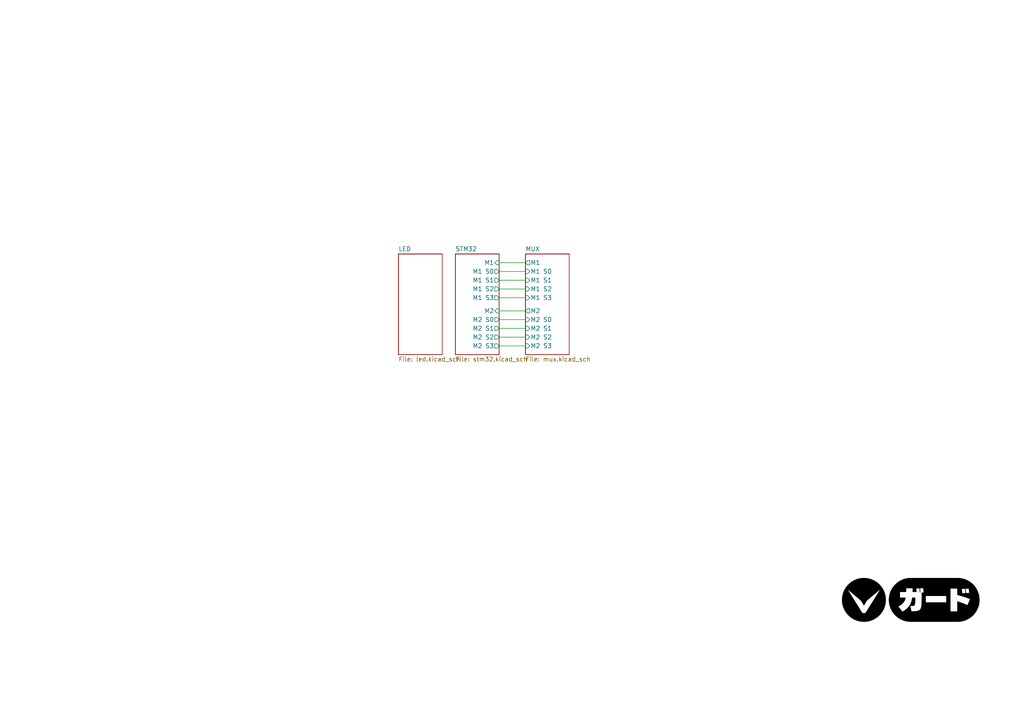
<source format=kicad_sch>
(kicad_sch
	(version 20231120)
	(generator "eeschema")
	(generator_version "8.0")
	(uuid "c8d4270f-c31c-422e-a2aa-f52062ff4033")
	(paper "A4")
	(title_block
		(title "Light Ring")
		(date "2024-04-11")
		(rev "2")
		(company "Sentinels Robotics")
		(comment 1 "Created By: Vincent Cayadi")
	)
	(lib_symbols)
	(wire
		(pts
			(xy 144.78 83.82) (xy 152.4 83.82)
		)
		(stroke
			(width 0)
			(type default)
		)
		(uuid "019ab2bf-c634-4d02-8a67-0a39bf984c1c")
	)
	(wire
		(pts
			(xy 144.78 97.79) (xy 152.4 97.79)
		)
		(stroke
			(width 0)
			(type default)
		)
		(uuid "0371c4e8-4428-41a5-b5c0-0250a09426c3")
	)
	(wire
		(pts
			(xy 144.78 81.28) (xy 152.4 81.28)
		)
		(stroke
			(width 0)
			(type default)
		)
		(uuid "1a455898-87f4-4d83-907a-02c414b4e2ab")
	)
	(wire
		(pts
			(xy 144.78 78.74) (xy 152.4 78.74)
		)
		(stroke
			(width 0)
			(type default)
		)
		(uuid "1ba61f40-ba52-458e-b4ea-5703e530df1e")
	)
	(wire
		(pts
			(xy 144.78 95.25) (xy 152.4 95.25)
		)
		(stroke
			(width 0)
			(type default)
		)
		(uuid "2923d3b7-c3c4-4934-bf60-3bacd7d7996b")
	)
	(wire
		(pts
			(xy 144.78 100.33) (xy 152.4 100.33)
		)
		(stroke
			(width 0)
			(type default)
		)
		(uuid "49613b91-9ed4-4c0f-94ad-6bcefd442261")
	)
	(wire
		(pts
			(xy 144.78 76.2) (xy 152.4 76.2)
		)
		(stroke
			(width 0)
			(type default)
		)
		(uuid "4fc2b239-4fdd-4911-8aa5-cda49c038736")
	)
	(wire
		(pts
			(xy 144.78 86.36) (xy 152.4 86.36)
		)
		(stroke
			(width 0)
			(type default)
		)
		(uuid "a831c080-e04b-48e8-9057-1d9816cdca3f")
	)
	(wire
		(pts
			(xy 144.78 92.71) (xy 152.4 92.71)
		)
		(stroke
			(width 0)
			(type default)
		)
		(uuid "d19ad043-989c-4c62-b81b-b77a3737e16d")
	)
	(wire
		(pts
			(xy 144.78 90.17) (xy 152.4 90.17)
		)
		(stroke
			(width 0)
			(type default)
		)
		(uuid "dbb4d183-926b-45e8-a3e9-602cad7a8d42")
	)
	(image
		(at 264.16 173.99)
		(scale 0.133286)
		(uuid "68c8011f-1262-424b-bafd-3e520156c2f6")
		(data "iVBORw0KGgoAAAANSUhEUgAADTgAAAQ4CAYAAACXXVIKAAAABHNCSVQICAgIfAhkiAAAAAlwSFlz"
			"AAAsJAAALCQBvvpcTgAAIABJREFUeJzs3d1VXEm6LdD1yQHwADyAtgDaAulaAO2BPLi6HuCBKAuK"
			"skApC4QsKOQBWBD3YadKSCUkfjIz9s+cY2ioT53zsJ7q5F69IqJaawEA5qmq9pMc//CPj5Ps//DP"
			"Dtd/fuY4yd5Ggz3dXZLrB/53N+s/993+5P/+urV2u9lYAAAAAH3NqP8BAAAAYN7sfwCAXyoHnABg"
			"Gqrq9N7/eP8/3x+s7Cc52lGkqfucoQhJ/l2IrL7+h9baKgAAAAA7oP8BAAAAgCex/wGAGXHACQA6"
			"qqrDfLs593T99/1/5vbc8bh/i8xNvt0as/r6z1prNwEAAAC4R/8DAAAAAKNh/wMAI+aAEwBsSVXt"
			"ZxioJN/GK1//NlyZr/tFyOqHvz2TDQAAADOi/wEAAACAWbL/AYAOHHACgBeoqtP1fzxN8nXQsp/k"
			"qFMkpuHr89jX679XieewAQAAYIz0PwAAAADAT9j/AMCGOeAEAL+xHrF8Ha8crv+4gZdt+XoDzM36"
			"z3WSW+UHAAAAbI/+BwAAAADYIPsfAHgGB5wAIElVfR2wfB2xfP37oF8q+Jcv+VZ6fP3bs9cAAADw"
			"CPofAAAAAGAE7H8A4AEOOAGwKA8MWdzGy9R9vfVF8QEAAMDi6X8AAAAAgAmy/wFg8RxwAmC2qur+"
			"kOU0hiwsz9fiY5V18dFau+4ZCAAAADZJ/wMAAAAAzJz9DwCL4YATALNQVaf5dhvvcZKjroFg3D7n"
			"240v1621Vd84AAAA8Hv6HwAAAACAf9j/ADA7DjgBMDn3xixf/z7omQdm4nOGW15WUXoAAADQmf4H"
			"AAAAAODJvu5/rpOs7H8AmBoHnAAYtaq6P2RxMy/s1v2bXlaetwYAAGAb9D8AAAAAAFtj/wPAZDjg"
			"BMBoVNVhvr+Z96RjHODnPmZdeGR46emmaxoAAAAmRf8DAAAAANCd/Q8Ao+SAEwDd3Lud9zTDoOWg"
			"Zx7gWb7kW+HhlhcAAAC+o/8BAAAAABg9+x8ARsEBJwB2pqpO823Q4nZemK+P+VZ4rPpGAQAAYJf0"
			"PwAAAAAAs2D/A8DOOeAEwFZU1X6GW3lPY9ACS/dP4ZHhWevbrmkAAADYiHX/c5pvHZD+BwAAAABg"
			"nux/ANg6B5wA2Jh7N/S+SXLUNQwwZp+TXMUNLwAAAJOz7n/eZOiA9D8AAAAAAMtk/wPAxjngBMCz"
			"3TvQdBo39ALP50lrAACAkdL/AAAAAADwCPY/ALyYA04APFpVHebbDb2nSfb6pQFm6i7fnrO+aq3d"
			"9AwDAACwNFV1nG/dz2n0PwAAAAAAPM39/c+qtXbdNQ0Ak+GAEwAPqqr9DEOWr4eaDnrmARbpS9aH"
			"nTIUHrd94wAAAMyL/gcAAAAAgC2z/wHgURxwAuA761t636z/HHWOA/CjzxnKjiu3uwAAADyP/gcA"
			"AAAAgI7sfwD4KQecABbuh1t63yTZ6xoI4PHusi474nYXAACAB+l/AAAAAAAYKfsfAP7hgBPAAlXV"
			"YYYxy2mS1z2zAGzQX1k/Z91au+kbBQAAoK97/c+bJCddwwAAAAAAwON8zLfXnW46ZwFgxxxwAliI"
			"qjpOcp7hUNNR1zAA2/c5w2GnS09ZAwAAS6H/AQAAAABgRux/ABbGASeAGauqr7f0niY56JsGoJsv"
			"+fay01XnLAAAABul/wEAAAAAYAHsfwAWwAEngBmpqv0MY5avw5a9roEAxucu62esk6xaa7ed8wAA"
			"ADyJ/gcAAAAAgIWz/wGYKQecACZuPWr5Omh53TkOwNT8lXXhoewAAADGSv8DAAAAAAAPsv8BmAkH"
			"nAAmyKgFYCuUHQAAwGjofwAAAAAA4MnsfwAmzAEngIkwagHYKWUHAACwc/ofAAAAAADYGPsfgIlx"
			"wAlg5Krq66jlrHcWgIX6I0PRcdU7CAAAME/6HwAAAAAA2Cr7H4AJcMAJYITujVreJNnrHAeAwV2+"
			"3eqi7AAAAF5E/wMAAAAAADtn/wMwYg44AYxEVR0nOc8wajnomwaA3/iSoey4bK1d9w4DAABMg/4H"
			"AAAAAABGw/4HYGQccALoqKoOMwxa3saoBWCqviS5yHCzy03nLAAAwMjofwAAAAAAYPTsfwBGwAEn"
			"gB2rqv0Mo5Y3SV53jgPAZv2Vb89Y3/YOAwAA9KH/AQAAAACAybL/AejEASeAHamq0yTnGYYte13D"
			"ALBtdxmKjgtPWAMAwHLofwAAAAAAYDa+7n8uW2urzlkAFsEBJ4AtqqrDDIOWt0kOuoYBoBdPWAMA"
			"wIzpfwAAAAAAYPbsfwB2wAEngC2oqjcZbut93TkKAOPyV4ZbXa56BwEAAF5G/wMAAAAAAItk/wOw"
			"JQ44AWzI+rbe8/Uft/UC8CtfklxmKDtu+kYBAAAea93/vM3wYpP+BwAAAAAAlutLkqskF/Y/AJvh"
			"gBPAC1XVeYZDTSd9kwAwUR8zHHS67B0EAAD4Of0PAAAAAADwC/Y/ABvggBPAM3itCYAt8KoTAACM"
			"yL3+522SvZ5ZAAAAAACASbD/AXgBB5wAnqCq3mQYtrzuHAWAefsrQ9Fx1TsIAAAsjf4HAAAAAADY"
			"APsfgCdywAngN6pqP99u6/VaEwC79CXJRYay47Z3GAAAmCv9DwAAAAAAsCX2PwCP5IATwAOq6jjD"
			"qOWsdxYASPJHkovW2nXvIAAAMBf6HwAAAAAAYIfsfwB+wQEngB9U1XmGG3tP+iYBgJ/6mOFGl8ve"
			"QQAAYKr0PwAAAAAAQEf2PwA/4YATQJKq2s9wW+95koO+aQDgUb4kucxwq4vnqwEA4Df0PwAAAAAA"
			"wMjY/wDc44ATsGhVdZjkXZI3SfZ6ZgGAZ7pLcpXkXWvtpnMWAAAYHf0PAAAAAAAwcvY/AHHACVio"
			"qjrNcGPv685RAGCT/spwo8uqdxAAAOhN/wMAAAAAAEyQ/Q+wWA44AYtSVecZhi1HnaMAwDZ9zlB0"
			"XPYOAgAAu6b/AQAAAAAAZsD+B1gcB5yA2auq/STnGYYtB33TAMBOfUlykeSytXbbOwwAAGyL/gcA"
			"AAAAAJgp+x9gMRxwAmarqg7zbdiy1zMLAHR2l6HouFB0AAAwJ/ofAAAAAABgIex/gNlzwAmYnfWw"
			"5V2Ss65BAGCc/kjyrrV20zsIAAA8l/4HAAAAAABYMPsfYJYccAJmo6qOM9zWa9gCAL/3R4YbXa57"
			"BwEAgMfS/wAAAAAAAPzD/geYFQecgMmrqtMMN/ae9E0CAJP0McONLqveQQAA4CH6HwAAAAAAgAfZ"
			"/wCz4IATMFmGLQCwUYoOAABGR/8DAAAAAADwaPY/wKQ54ARMjmELAGyVogMAgO70PwAAAAAAAM9m"
			"/wNMkgNOwGQYtgDATik6AADYuap6k+Rt9D8AAAAAAAAvZf8DTIoDTsDoOdgEAF0pOgAA2Dr9DwAA"
			"AAAAwNbY/wCT4IATMFqGLQAwKooOAAA2Tv8DAAAAAACwM/Y/wKg54ASMjmELAIyaogMAgBfT/wAA"
			"AAAAAHRj/wOMkgNOwGgYtgDApCg6AAB4Mv0PAAAAAADAaNj/AKPigBPQnWELAEyaogMAgN/S/wAA"
			"AAAAAIyW/Q8wCg44Ad1U1WGSyxi2AMAcfExy3lq76R0EAIDxqKrjJBfR/wAAAAAAAIyd/Q/Q1ave"
			"AYDlqarDqrpM8neMWwBgLk6S/F1Vl+tDzAAALNi9/udT9D8AAAAAAABTYP8DdOUFJ2Bnqmo/w429"
			"Z72zAABb90eSt621295BAADYHf0PAAAAAADAbNj/ADvlgBOwdethy9v1n73OcQCA3bnLMG69UHQA"
			"AMyb/gcAAAAAAGCW7H+AnXHACdiqqjrP8MPGsAUAlusuw20ul72DAACwefofAAAAAACA2bP/AbbO"
			"ASdgK6rqTYZhy0HvLADAaHzJUHRc9Q4CAMDL6X8AAAAAAAAWx/4H2JpXvQMA81JVp1W1SvJnjFsA"
			"gO8dJPmzqlZVddo7DAAAz6P/AQAAAAAAWCz7H2BrvOAEbERVHSZ5l+SsaxAAYEr+SPKutXbTOwgA"
			"AL+n/wEAAAAAAOAH9j/AxjjgBLxIVe0neZvk//bOAgBM1v9LctFau+0dBACAf9P/AAAAAAAA8Bv2"
			"P8CLOeAEPFtVnSe5SLLXOQoAMH13Sd621i57BwEA4Bv9DwAAAAAAAI9k/wO8iANOwJNV1WmGYctR"
			"5ygAwPx8zlB0rHoHAQBYMv0PAAAAAAAAz2T/AzyLA07Ao1XVYYZhy+u+SQCABfgrQ9Fx0zsIAMCS"
			"6H8AAAAAAADYEPsf4EkccAJ+q6r2k7xd/9nrHAcAWI67DOPai9babe8wAABzpv8BAAAAAABgC+x/"
			"gEdzwAn4pap6k+GHxUHvLADAYn3JcJvLVe8gAABzpP8BAAAAAABgy+x/gN9ywAn4qao6THKZ5KRr"
			"EACAbz4mOfdsNQDAZuh/AAAAAAAA2DH7H+BBr3oHAMalqvar6l2Sv2PcAgCMy0mSv6vqXVXt9w4D"
			"ADBV+h8AAAAAAAA6sf8BHuQFJ+AfVfUmyUWSg95ZAAB+w7PVAADPoP8BAAAAAABgJOx/gO844ASk"
			"qg6TXMaNvQDA9Hi2GgDgEfQ/AAAAAAAAjJT9D5AkedU7ANBXVb1L8neMWwCAafrn2ereQQAAxkr/"
			"AwAAAAAAwIjZ/wBJvOAEi1VVpxlu7T3omwQAYGO+ZLjNZdU7CADAGOh/AAAAAAAAmBj7H1gwB5xg"
			"YapqP8Ow5XXnKAAA2/JXhqLjtncQAIAe9D8AAAAAAABMnP0PLNCr3gGA3amqt0luYtwCAMzb6yQ3"
			"698+AACLov8BAAAAAABgBux/YIG84AQLUFWHGW7tPekaBABg9z5muM3lpncQAIBt0v8AAAAAAAAw"
			"U/Y/sBBecIKZq6p3Sf6OcQsAsEwnSf5e/yYCAJgl/Q8AAAAAAAAzZv8DC+EFJ5ipqjrOcGvvUeco"
			"AABj8TnDbS7XvYMAAGxCVZ0muYj+BwAAAAAAgGX4nORta23VOwiweV5wgpmpqv2qukjyKcYtAAD3"
			"HSX5VFUXVbXfOwwAwHPd638+RP8DAAAAAADAchwl+WD/A/PkBSeYkfWtvZdJDvomAQAYvS8ZXnNa"
			"9Q4CAPAU+h8AAAAAAABIYv8Ds+MFJ5iBH27tNW4BAPi9g7jNBQCYEP0PAAAAAAAAfMf+B2bGC04w"
			"cW7tBQB4Mbe5AACjpv8BAAAAAACAX7L/gRnwghNMlFt7AQA2xm0uAMAo6X8AAAAAAADgUex/YAa8"
			"4AQT5NZeAICtcZsLADAK+h8AAAAAAAB4FvsfmCgvOMGEuLUXAGDr3OYCAHSl/wEAAAAAAIAXsf+B"
			"ifKCE0yEW3sBAHbObS4AwE7pfwAAAAAAAGCj7H9gQrzgBBPg1l4AgC7+uc2ldxAAYN682gQAAAAA"
			"AABbYf8DE+IFJxixqjrOcGvvUecoAABL9znDbS7XvYMAAPOi/wEAAAAAAICdsP+BkfOCE4xUVb1L"
			"8inGLQAAY3CU5NP6NxoAwEbofwAAAAAAAGBn7H9g5LzgBCNTVYcZbu096RoEAICHfMxwm8tN7yAA"
			"wDTpfwAAAAAAAKAr+x8YIS84wYhU1XmS6xi3AACM2UmS6/VvNwCAJ9H/AAAAAAAAQHf2PzBCXnCC"
			"Eaiq/Qy39r7uHAUAgKf5K8NtLre9gwAA46b/AQAAAAAAgFGy/4GR8IITdFZVpxlu7TVuAQCYntcZ"
			"bnM57R0EABgv/Q8AAAAAAACMlv0PjIQDTtBRVb1L8iHJQecoAAA830GSD+vfdgAA39H/AAAAAAAA"
			"wOjZ/8AIVGutdwZYnKo6THKV5KhvEgAANuxzkjettZveQQCAvvQ/AAAAAAAAMEn2P9CJF5xgx6rq"
			"TZLrGLcAAMzRUYYnq9/0DgIA9KP/AQAAAAAAgMmy/4FOHHCCHamq/aq6TPJnkr3OcQAA2J69JH9W"
			"1WVV7fcOAwDsjv4HAAAAAAAAZsH+Bzqo1lrvDDB7VXWc5DJu7QUAWJrPSc5ba9e9gwAA26X/AQAA"
			"AAAAgFmy/4Ed8YITbFlVnSdZxbgFAGCJjpKs1r8JAYCZ0v8AAAAAAADAbNn/wI54wQm2ZP0c4UWS"
			"s95ZAAAYhT+SvG2t3fYOAgBshv4HAAAAAAAAFsX+B7bIASfYgqo6TnIZt/YCAPA9T1YDwEzofwAA"
			"AAAAAGCR7H9gS171DgBzs35+cBXjFgAA/s2T1QAwA/ofAAAAAAAAWCz7H9gSLzjBhlTVfpKLJGe9"
			"swAAMAmerAaAidH/AAAAAAAAAPfY/8AGOeAEG1BVh0mu4tZeAACe5nOSN621m95BAIBf0/8AAAAA"
			"AAAAP2H/AxvyqncAmLqqepPkOsYtAAA83VGS6/VvSgBgpPQ/AAAAAAAAwAPsf2BDHHCCF6iqd0n+"
			"TLLXOQoAANO1l+TP9W9LAGBkquoi+h8AAAAAAADgYV/3Pxe9g8CUVWutdwaYnKraT3KV5KR3FgAA"
			"ZuVjhierb3sHAYCl0/8AAAAAAAAAz2D/A8/kBSd4oqo6TnId4xYAADbvJMOT1ce9gwDAkul/AAAA"
			"AAAAgGey/4FncsAJnqCqzpN8SnLQOQoAAPN1kOTT+rcnALBj+h8AAAAAAADghex/4BmqtdY7A0xC"
			"VV0mOeudAwCARfmjtXbeOwQALIX+BwAAAAAAANgw+x94JAec4Deqaj/JKslR5ygAACzT5ySnrbXb"
			"3kEAYK70PwAAAAAAAMAW2f/AI7zqHQDGrKqOk9zEuAUAgH6Oktysf5sCABum/wEAAAAAAAC2zP4H"
			"HsEBJ3hAVZ1nuLl3r28SAADIXpLV+jcqALAh6//f+in6HwAAAAAAAGC79pJ8sv+BhzngBD9RVRdJ"
			"3se4BQCA8dhL8n79WxUAeKF7/Q8AAAAAAADArtj/wAOqtdY7A4xGVe0nuUpy0jsLAAD8wsckb1pr"
			"t72DAMDU6H8AAAAAAACAEbD/gR94wQnWquo4ySrGLQAAjN9JktX6NywA8Ej6HwAAAAAAAGAk7H/g"
			"B15wgiRVdZrh5t69zlEAAOAp7jLc5LLqHQQAxk7/AwAAAAAAAIyQ/Q+secGJxauq8yQfYtwCAMD0"
			"7CX5sP5NCwA8QP8DAAAAAAAAjJT9D6x5wYlFq6rLJGe9cwAAwAb80Vo77x0CAMZG/wMAAAAAAABM"
			"hP0Pi+aAE4tUVftJrpKc9M4CAAAb9DHDk9W3vYMAQG/6HwAAAAAAAGCC7H9YrFe9A8CuVdVhklWM"
			"WwAAmJ+TJKv1b14AWCz9DwAAAAAAADBR9j8slhecWJSqOs4wbtnrHAUAALbpLslpa+26dxAA2DX9"
			"DwAAAAAAADAD9j8sjhecWIyqOo9xCwAAy7CX4SaX895BAGCX9D8AAAAAAADATNj/sDgOOLEIVfU2"
			"yfsYtwAAsBx7Sd6vfwsDwOzpfwAAAAAAAICZsf9hUaq11jsDbFVVXSY5650DAAA6+qO1dt47BABs"
			"i/4HAAAAAAAAmDn7H2bPASdmq6r2k1wmed05CgAAjMFfSc5ba7e9gwDApuh/AAAAAAAAgAWx/2HW"
			"HHBiltbjllWSo85RAABgTD4nOVVyADAH+h8AAAAAAABggex/mK1XvQPAplXVcZLrGLcAAMCPjpJc"
			"r38zA8Bk6X8AAAAAAACAhbL/Yba84MSsrP9FvUqy1zkKAACM2V2Gm1yuewcBgKfS/wAAAAAAAADY"
			"/zA/XnBiNqrqPMYtAADwGHtJVlX1pncQAHgK/Q8AAAAAAABAkm/7n/PeQWBTvODELKz/xfy+dw4A"
			"AJig/7XWLnuHAIDf0f8AAAAAAAAA/JT9D7PgBScmr6rexbgFAACe631Vve0dAgB+Rf8DAAAAAAAA"
			"8KD36/9OFSbNC05MWlVdJjnrnQMAAGbgj9baee8QAPAj/Q8AAAAAAADAo9j/MGlecGKyjFsAAGCj"
			"zta/sQFgNPQ/AAAAAAAAAI9m/8OkecGJyamq/SRXSU56ZwEAgBn6mORNa+22dxAAlkv/AwAAAAAA"
			"APBs9j9MkgNOTMp63LJKctQ5CgAAzNnnJKdKDgB60P8AAAAAAAAAvJj9D5PzqncAeCzjFgAA2Jmj"
			"JKv1b3AA2Bn9DwAAAAAAAMBG2P8wOQ44MQlVdRzjFgAA2KWvJcdx7yAALIP+BwAAAAAAAGCj7H+Y"
			"lGqt9c4Av3Rv3LLXOQoAACzRXYbnqq97BwFgvvQ/AAAAAAAAAFtj/8MkeMGJUTNuAQCA7vbiJhcA"
			"tkj/AwAAAAAAALBV9j9MggNOjJZxCwAAjIaSA4Ct0P8AAAAAAAAA7IT9D6PngBOjZNwCAACjo+QA"
			"YKOq6jT6HwAAAAAAAIBd+br/Oe0dBH7GASdGp6rOk3yKcQsAAIzNXpJP69/sAPBs6/9f8iH6HwAA"
			"AAAAAIBd2kvywf6HMXLAiVFZ/4vyfe8cAADAL71XcgDwXPofAAAAAAAAgO7sfxgdB5wYDeMWAACY"
			"FCUHAE+m/wEAAAAAAAAYDfsfRsUBJ0bBuAUAACZJyQHAo+l/AAAAAAAAAEbH/ofRcMCJ7oxbAABg"
			"0pQcAPyW/gcAAAAAAABgtOx/GAUHnOjKuAUAAGZByQHAg/Q/AAAAAAAAAKNn/0N3DjjRjXELAADM"
			"ipIDgH/R/wAAAAAAAABMhv0PXTngRBfGLQAAMEtKDgD+of8BAAAAAAAAmBz7H7pxwImdM24BAIBZ"
			"U3IAoP8BAAAAAAAAmC77H7pwwImdMm4BAIBFUHIALJj+BwAAAAAAAGDy7H/YOQec2BnjFgAAWBQl"
			"B8AC6X8AAAAAAAAAZsP+h51ywImdMG4BAIBFUnIALIj+BwAAAAAAAGB27H/YGQec2DrjFgAAWDQl"
			"B8AC6H8AAAAAAAAAZsv+h51wwImtMm4BAACi5ACYNf0PAAAAAAAAwOzZ/7B1DjixNcYtAADAPUoO"
			"gBnS/wAAAAAAAAAshv0PW+WAE1th3AIAAPyEkgNgRvQ/AAAAAAAAAItj/8PWVGutdwZmpqpOk3zo"
			"nQMAABit/7TWrnuHAOD59D8AAAAAAAAAi/bf1tqqdwjmxQtObFRVHSe56p0DAAAYtdX62wGACdL/"
			"AAAAAAAAACzelf0Pm+aAExuz/hfUKsle5ygAAMC47cUhJ4BJ0v8AAAAAAAAAEPsftsABJzbCuAUA"
			"AHgiJQfAxOh/AAAAAAAAALjH/oeNcsCJFzNuAQAAnknJATAR+h8AAAAAAAAAfsL+h42p1lrvDExY"
			"Ve1nGLccdY4CAABM1+ckp621295BAPi3df9zneSgdxYAAAAAAAAARsn+hxfzghPP5nATAACwIUcZ"
			"bnLZ7x0EgO/d638cbgIAAAAAAADgIfY/vJgDTjyLw00AAMCGKTkARkb/AwAAAAAAAMAT2P/wIg44"
			"8VxXMW4BAAA26yjDtwYA46D/AQAAAAAAAOAp7H94NgeceLKqukxy0jsHAAAwSyfrbw4AOtL/AAAA"
			"AAAAAPBM9j88iwNOPMn6XzRnvXMAAACzdqbkAOhH/wMAAAAAAADAC9n/8GQOOPFoVfU2xi0AAMBu"
			"nK2/QQDYoap6F/0PAAAAAAAAAC93tv7voOFRqrXWOwMTUFXnSd73zgEAACzO/1prl71DACyB/gcA"
			"AAAAAACALbD/4VG84MRvGbcAAAAdvV9/kwCwRfofAAAAAAAAALbE/odH8YITv1RVx0lWSfY6RwEA"
			"AJbrLslpa+26dxCAOdL/AAAAAAAAALBl9j/8lheceJBxCwAAMBJ7SVbrbxQANkj/AwAAAAAAAMAO"
			"2P/wW15w4qeqaj/JdZKD3lkAAADWviQ5bq3d9g4CMAf6HwAAAAAAAAB2zP6HB3nBiX9Zj1tWMW4B"
			"AADG5SDDTS77vYMATJ3+BwAAAAAAAIAO7H94kANO/MxlkqPeIQAAAH7iKMM3CwAvcxn9DwAAAAAA"
			"AAC7Z//DTzngxHeq6jLJ6945AAAAfuH1+tsFgGfQ/wAAAAAAAADQmf0P/+KAE/+oqrdJznrnAAAA"
			"eISz9TcMAE+g/wEAAAAAAABgJOx/+E611npnYASq6jzJ+945AAAAnuh/rbXL3iEApkD/AwAAAAAA"
			"AMAI2f+QxAEnklTVcZJVkr3OUQAAAJ7qLslpa+26dxCAMdP/AAAAAAAAADBS9j8kccBp8arqMMl1"
			"jFsAAIDpukty3Fq76R0EYIz0PwAAAAAAAACMnP0PedU7AP1U1X6Sqxi3AAAA07aX5Gr9jQPAPfof"
			"AAAAAAAAACbA/gcHnBbuKslR7xAAAAAbcJThGweA7+l/AAAAAAAAAJgC+5+Fc8BpoarqMslJ7xwA"
			"AAAbdLL+1gEg+h8AAAAAAAAAJsf+Z8EccFqgqjpPctY7BwAAwBacrb95ABZN/wMAAAAAAADARNn/"
			"LFS11npnYIeq6jTJh945AAAAtuy/rbVV7xAAPeh/AAAAAAAAAJgB+5+FccBpQarqOMkqyV7nKAAA"
			"ANt2l+S0tXbdOwjALul/AAAAAAAAAJgJ+5+FedU7ALtRVftJLmPcAgAALMNeksv1txDAIuh/AAAA"
			"AAAAAJgR+5+FccBpOa6SHPUOAQAAsENHGb6FAJZC/wMAAAAAAADAnNj/LIgDTgtQVRdJTnrnAAAA"
			"6OBk/U0EMGv6HwAAAAAAAABmyv5nIaq11jsDW1RV50ne984BAADQ2f9aa5e9QwBsg/4HAAAAAAAA"
			"gAWw/5k5B5xmrKqOk3zqnQMAAGAE7pKcttauewcB2CT9DwAAAAAAAAAL8h/7n/lywGmmqmo/yU2S"
			"vc5RAAAAxuIuyWFr7bZ3EIBN0P8AAAAAAAAAsDD2PzP2qncAtmYV4xYAAID79jJ8KwHMxSr6HwAA"
			"AAAAAACWw/5nxhxwmqGqukxy1DsHAADACB2tv5kAJk3/AwAAAAAAAMBC2f/MlANOM1NV50nOeucA"
			"AAAYsbP1txPAJOl/AAAAAAAAAFg4+58ZqtZa7wxsSFUdJ/nUOwcAAMBE/Ke1dt07BMBT6H8AAAAA"
			"AAAA4B9lGWA4AAAgAElEQVT2PzPigNNMVNV+kuskB72zAAAATMSXJMettdveQQAeQ/8DAAAAAAAA"
			"AN+x/5mRV70DsDFXMW4BAAB4ioMM31IAU6H/AQAAAAAAAIBv7H9mxAGnGaiqd0lOeucAAACYoJP1"
			"NxXAqFXVRfQ/AAAAAAAAAPCjk/V/p87EVWutdwZeoKreJPmzdw4AAICJ+z+tNbe5AKOk/wEAAAAA"
			"AACA37L/mTgHnCasqg6TXCfZ65sEAABg8u6SHLfWbnoHAbhP/wMAAAAAAAAAj2L/M3Gvegfgeapq"
			"P8lVjFsAAAA2YS/J1fpbC2AU9D8AAAAAAAAA8Gj2PxPngNN0XSQ56h0CAABgRo4yfGsBjIX+BwAA"
			"AAAAAAAez/5nwhxwmqCqOk9y1jsHAADADJ2tv7kAutL/AAAAAAAAAMCz2P9MVLXWemfgCarqOMkq"
			"w/NpAAAAbN5dktPW2nXvIMAy6X8AAAAAAAAA4EXsfybIC04TUlX7SS5j3AIAALBNe0ku199gADul"
			"/wEAAAAAAACAF7P/mSAHnKblIslR7xAAAAALcJThGwxg1/Q/AAAAAAAAAPBy9j8T44DTRFTVeZKz"
			"3jkAAAAW5Gz9LQawE/ofAAAAAAAAANgo+58JqdZa7wz8RlUdJ1lleCYNAACA3blLctpau+4dBJg3"
			"/Q8AAAAAAAAAbIX9z0R4wWnkqmo/yWWMWwAAAHrYS3K5/jYD2Ar9DwAAAAAAAABsjf3PRDjgNH4X"
			"SY56hwAAAFiwowzfZgDbov8BAAAAAAAAgO2x/5mAaq31zsADqupNkj975wAAACBJ8n9aa1e9QwDz"
			"ov8BAAAAAAAAgJ2x/xkxB5xGqqoOk1xneA4NAACA/u6SHLfWbnoHAeZB/wMAAAAAAAAAO2X/M2Kv"
			"egfgQVcxbgEAABiTvQzfagCbov8BAAAAAAAAgN2x/xkxB5xGqKreJTnqnQMAAIB/OVp/swG8iP4H"
			"AAAAAAAAALqw/xmpaq31zsA9VXWa5EPvHAAAAPzSf1trq94hgGnS/wAAAAAAAABAd/Y/I+OA04hU"
			"1X6S6yQHvbMAAADwS1+SHLfWbnsHAaZF/wMAAAAAAAAAo2D/MzKvegfgO5cxbgEAAJiCgwzfcABP"
			"dRn9DwAAAAAAAAD0Zv8zMg44jURVnSd53TsHAAAAj/Z6/S0H8Cj6HwAAAAAAAAAYFfufEanWWu8M"
			"i1dVh0muk+z1TQIAAMAT3WV4qvqmdxBg3PQ/AAAAAAAAADBK9j8j4QWncbiMcQsAAMAU7cVT1cDj"
			"XEb/AwAAAAAAAABjY/8zEg44dVZV75Kc9M4BAADAs52sv+0Afkr/AwAAAAAAAACjZv8zAtVa651h"
			"sarqOMmn3jkAAADYiP+01q57hwDGRf8DAAAAAAAAAJNh/9ORF5z6uuwdAAAAgI257B0AGKXL3gEA"
			"AAAAAAAAgEe57B1gyRxw6qSqLpIc9c4BAADAxhytv/UAkuh/AAAAAAAAAGBi7H86qtZa7wyLU1Wn"
			"ST70zgEAAMBW/Le1tuodAuhL/wMAAAAAAAAAk2X/04EDTjtWVftJrpMc9M4CAADAVnxJctxau+0d"
			"BOhD/wMAAAAAAAAAk2b/08Gr3gEW6F2MWwAAAObsIMO3H7Bc76L/AQAAAAAAAICpsv/pwAtOO1RV"
			"p0k+9M4BAADATniqGhZI/wMAAAAAAAAAs2H/s0MOOO1IVe0nuY7bewEAAJbCU9WwMPofAAAAAAAA"
			"AJgV+58detU7wIK8i3ELAADAkniqGpbnXfQ/AAAAAAAAADAX9j875AWnHaiq0yQf/j97d3vdxpWs"
			"C7j2rPkvnQiIiUC8EbAdgekIBEVw5AgER3DoCA4UwbUjGCqCS0YwUAZkBHV/oD1j65MgGqj+eJ61"
			"vNaII3S/i6TI3RtVu6pzAAAAUMKoalgA+z8AAAAAAAAAMFvqf85Ag9OJtdZeRsRdOL0XAABgqYyq"
			"hpmz/wMAAAAAAAAAs6b+5wz+Vh1gATahuAUAAGDJjKqG+duE/R8AAAAAAAAAmCv1P2dggtMJtda6"
			"iPhndQ4AAABGwahqmCH7PwAAAAAAAACwGOp/TkiD04m01l5GxF04vRcAAIA9o6phZuz/AAAAAAAA"
			"AMCiqP85ob9VB5ixTShuAQAA4D+Mqob52YT9HwAAAAAAAABYCvU/J2SC0wm01rqI+Gd1DgAAAEbp"
			"/2TmXXUI4Dj2fwAAAAAAAABgsX7IzNvqEHOjwekEWmt3EfGqOgcAAACjdJ+Zl9UhgOPY/wEAAAAA"
			"AACAxVL/cwJ/qw4wN621TShuAQAA4Ote9c+OwETZ/wEAAAAAAACARVP/cwImOA2otbaKiH8VxwAA"
			"AGAa/pGZu+oQwGHs/wAAAAAAAAAAPfU/AzLBaVjb6gAAAABMxrY6APAs2+oAAAAAAAAAAMAobKsD"
			"zIkJTgNprb2NiP+pzgEAAMCk/JyZN9UhgKex/wMAAKP2MSJ2n3zs9pM/30XEw5/+fBMRr04XCQAA"
			"AABYAPU/A9HgNIDW2svYb5a/KI4CAADAtDxGxCozH777N4FS9n8AAOCkPm1Oeoh9M9Kf3X7y57tj"
			"n6dba5uIeHfMNQAAAACAxVP/M5C/VweYiW0obgEAAOBwL2L/THldnAP4vm3Y/wE4ucxsh/z9vgH1"
			"8kRxvmep946IuCq8NzA+9/HXqUi7eMIkpZG82T+GDAAAAADAtKn/GYgJTkdqrXUR8c/qHAAAAEza"
			"D5l5Wx0C+DL7PwDnc2iDE8vT/14e0k1EvBr4mjAl32tO+myS0pyeX631AQAAAIABqf85kganI7XW"
			"dhFxUZ0DAACASfuYmavqEMCX2f8BOB8NTpxba+02TKRiXj7G/qTQiC9MUvLm+l+11lYR8a/iGAAA"
			"AADAPKj/OdLfqwNMWWttE4pbAAAAON5Fa22TmZvqIMBf2f8BAOBAn05E+sPdEz9+GRH/c8T9d54t"
			"ny4zd63prQUAAAAABqH+50gmOD2T07wAAAA4gX9k5q46BLBn/wfg/Exw4txMcFqkD1/5+O2BH7/L"
			"zC81LB2ltXYZEf/vmGv4WXqY1tpdRLyqzgEAAAAAzIb6n2cywen5ttUBAAAAmJ1tRHTFGYD/2FYH"
			"AABYmMfYTzT6kttDPp6ZX/v7o5aZd8dOFGqtvTxF89WM+VwBAAAAAEPahvqfZ9Hg9Ayttetwmh8A"
			"AADDu2qtXWfmb9VBYOns/wAADOZ9fN44/pCZX2tkYt/o9eKI11/G1xvC+NxtWPsDAAAAAMNR//NM"
			"GpwO1Fp7GRE31TkAAACYrZvW2q3TtqGO/R8AWJSX1QGWYKrTlArdxXENN6uBciyF528AAAAAYGjq"
			"f55Bg9Ph3kbERXUIAAAAZusi9s+em+IcsGT2fwBgOV5VB1iAVXWABVpVB5gY08QAADi3H6oDwCcu"
			"I+J/qkMAwMyo/3mGlpnVGSajtbaKiH8VxwAAAGAZ/pGZu+oQsDT2fwBqZWarzsCytNa8UXZ6j5lp"
			"UtYBWmubiHh3xCXeZ+Z6mDTz5xkAAIBzs//B2LTWuoj4Z3UOYLQ+fPLnu/jrROxd/98fHjLzLwfK"
			"2Idl4dT/HMAEp8NsqwMAAACwGNuI6IozwBJtqwMAAMzMi+oAC7SqDjAlmblrTX0pAAAAMDuP8fnk"
			"6ttP/ryL7zQnDeRj7KfZwBJtQ/3Pk2lweqLW2nVEXFXnAAAAYDGuWmvXmflbdRBYCvs/AACn0Vq7"
			"PFFhxFzdxnETnC4HyrEk9xHxqjoEAAAAQO8pzUmfTVIa8ZSYXWhwYrnU/xxAg9MTtNZeRsRNdQ4A"
			"AAAW56a1dpuZD9//q8Ax7P8AAJzUy+oAC2Nq1uE8dwMAAABD+RifTEWKJ0xSGnFz0hDuwkGTLJv6"
			"nyfS4PQ0b0PXKAAAAOd3Eftn0k1xDlgC+z8AAKfTxedFG3zd0dOuTM062G0osgEAAACe7pf4z37X"
			"naaF7/L5YenU/zyRBqfvaK2tYv/NBAAAABXetta2Mz+tCUrZ/wEAYEwy86G1duxlTM06jCIbAAAA"
			"GJ/H+PJBMF+aiPSH2y99MDP/8vHW2k1E/PcR2T67Jt90GxHvqkNAMfU/T6DB6ftuIuJFdQgAAAAW"
			"60Xsn02vq4PAjNn/ARiH++oAwMl01QEm6GMcN2G0C1OzDmHaFQAAABzuY0TsvvDxrzUgffXjBZOo"
			"jz3s5HKQFMvhcBlQ//MkGpy+obXWRcSP1TkAAABYvB9ba50ToGB49n8ARsUbnAD/sYvjGpw4zK46"
			"AAAAAJzA1xqQdod+fIYTR27juIlCpmcfIDPvBphYDnOg/uc7NDh92011AAAAAOjdhFOg4BTs/wAA"
			"nN5VdYAJ2sVxn7dumBjLkJk7RTYAAABM3A8K5s/Kftfhjp1YDnOh/ucb/lYdYKxaa+uIeFWdAwAA"
			"AHqv+mdVYCD2fwBg2Vprq+oMS9Jac6rtYXbVARbovjoAAAAAcB5DNIPZ7zrYrjoAjIT6n2/Q4PQF"
			"/S8cp/cCAAAwNjc2SWEY9n8AgIhYVQdYGCdSHubhyNc7Rfhwx37OAQAAoFJXHWCB7Hcd5q46AIyI"
			"+p+v0OD0ZW8j4kV1CAAAAPjEi9g/swLHs/8DAHBe3qw9jIKP87utDgAAAACc1YcjX78aIsSCOFwG"
			"/kP9z1docPpEa20VEe+KYwAAAMDXvOufXYFnsv8DAFDCibZn1lrrqjMAAAAAZ9NVB1igVXWAibmt"
			"DgAjo/7nCzQ4fW5THQAAAAC+Y1MdACZuUx0AAGCBTHA6QGbeVmdYoNvqAAAAAMBZ3R75egf6HMYE"
			"J/jcpjrA2Ghw+pP+FLPX1TkAAADgO147iRuex/4PAEAZBR/n11UHmBhFNgAAAEzZVXWABXKgzwEy"
			"8646A4yQ+p9PaHD6q011AAAAAHiiTXUAmKhNdQAAgIVS8HG4++oAS6LIBgAAABbn9sjXayo73Mfq"
			"ADBCm+oAY6LBqddauw6/aAAAAJiOq/5ZFngi+z8AAKVeVQeYoGMnCnVDhFgYRTYAAABMlikgTMCu"
			"OgCMkPqfP9Hg9B831QEAAADgQJ5l4TD+zQAAFGqtmeJ0mF11gAXaVQcAAAAAzuboac6ayg5mgjZ8"
			"mVqGnganiGitvY2Ii+ocAAAAcKCL1tq6OgRMgf0fAIBRuKwOMDG7I19veunhdtUBAAAA4AhddYAp"
			"ycxjp2dHRDjQ5zBDfM5hjtT/9Bbf4NSfFLepzgEAAADPdOMUdPg2+z8AAEyUgo/z21UHAAAAAM7q"
			"/sjXO9DnMLfVAWDE1P+EBqeIiLcR8aI6BAAAADzTi9g/2wJfZ/8HAPgSxQfn11UHmJi7Yy/QWusG"
			"yLEkR3/OAQAAoFBXHWCCjj1gZvHNCAdyoA98nfqfWHiDU9/htvhvAgAAACbvrVNc4Mvs/wAA32AN"
			"DXxKkQ0AAAAsy7GHnThE6QCZ6XAZ+LbF1/8susEpIm7C6b0AAABM34vYP+MCn7P/AwAwHl11gCnJ"
			"zNsBLqPI5jCKbAAAAJiyq+oAE3TsYSerIUIszMfqADBii6//WWyDU2ttFRGvi2MAAADAUF73z7pA"
			"z/4PAACYVHaIzDTBCQAAAJZld+TrL4YIsTC76gAwcouu/1lsg1NEbKoDAAAAwMA21QFgZDbVAQAA"
			"+AunCB/u/sjXm+B0uGM/5wAAAFCmtdZVZ5iY3bEXWHIjwjPtqgPABGyqA1RZZIOT03sBAACYqUWf"
			"4gJ/Zv8HYJJuqwMAjNCxE4VMcDqcKU4AAACwHLsBrrEa4BpLsqsOABOw2PqfRTY4RcS2OsDMvK8O"
			"AAAATJpnimFtqwPASGyrAwAA8LnWmolChzm22WY1RIiFua0OAAAAAEfoqgNMSWbuBrjMaoBrLMld"
			"dQCYiG11gAqLa3DqRy9eVeeYmVVEvImIx+IcAADAtDzG/lliVZxjbq76Z19YLPs/AACjZqLQYY4t"
			"+LgYJAUAAADAfB1b/7waIsSCmJ4NT7PI+p/FNThFxKY6wAz9UTDUhSYnAADgaR7jPydHaUIY3qY6"
			"ABTbVAcAAOCrTHA6s9aaprLD3FYHAAAAgCN01QEm6NgDZlZDhFgQE5zg6TbVAc5tUQ1OTu89qZuI"
			"2MX+Tan72igAAMDI3cf+2WEX+2cJhrfIU1wgwv4PAMAEaLY5zO0A19BUBgAAAHA6q+oAU5KZJjjB"
			"0y2u/mdRDU6xwA62M3oRETeZuYt99/fvpWkAAICx+j0iuv7Z4Sb2zxKcxqY6ABTZVAcAACajqw6w"
			"UKvqAPAtmXlbnQEAAACO4KCTw90e+frVABmW5kN1AJiQTXWAc1pMg5PTe8/idWuty8yHzLyOiF+r"
			"AwEAAKPya2ZeZ+ZD/4z2ujrQzC3uFBew/wMAMAmr6gATczfANboBrgEAAABMg0NGz++iOgAwa4uq"
			"/1lMg1MsrHOt0PaP/5GZbyPiTV0UAABgRN70zwh/2FYFWZhNdQA4s011AAAAvutldYApycyH6gwL"
			"5RRhAAAAJqu1ZorTYY4+YKa1tjo+xqLcVgeAidlUBziXRTQ4Ob33rC5aa5s//pCZ24j4ISIeqwIB"
			"AAClHiPih/7ZICIi+mcGJxidx6JOcWHZ7P8AAEzGq+oAE3Ts+2yKmgAAAGBZHDBzmCEOmFkNcI0l"
			"cagPHGYx9T+LaHCKBXWsjcS7P3ciZ+ZtRHQRcV8TBwAAKHIfEV3/TBAR/z616F1RnqXaVAeAM9lU"
			"BwAA4Glaa4psDnPsKcI+34e7rQ4AAAAAR1hVB5iY3QDXWA1wjSU5emoWLNCmOsA5zL7BqbV2HU7v"
			"rbD98x8y8y72TU4fKsIAAABn9yH2zU2fbkptC7Is3WJOcWG5WmvrsP8DADAlJgqd16o6AAAAAHBW"
			"q+oAU5KZuwEusxrgGktighMcbhH1P7NvcIqIm+oAC3XVFxf9W2Y+ZGYXEe9LEgEAAOfyPjO7zPzL"
			"hpQGhFKb6gBwYpvqAAAAcELHnmh7MUiKZXGKMAAAAFO2qg4wQY9Hvt4E7QN84bBc4Gk21QFObdYN"
			"Tn2Hmg37Ojettc9+YWfmOiJ+Pn8cAADgDH7u1/x/0T8bOICiziJOcWGZ7P8AAExSVx1gYo4+0fZL"
			"79nxTU4RBgAAYMpW1QEm6NiGGxPLD3dsUxks0ezrf2bd4BQL6FAbuRfxlQLGzLyJiJ/CLycAAJiL"
			"x4j4qV/rf8lN7J8RqLOpDgAnsqkOAMBgnNgI8GW7Aa6hyOYwficBAAAwZQ46OT+f88PZf4Hn2VQH"
			"OKXZNjj1nWlX1TmI11/rEszM32J/Qt/HcwYCAAAG9zEiun6N/5n+meD1WRPxJbM/xYXlsf8DMDum"
			"ZXBuig7qrKoDTMyuOsDSZKbfSQAAAEzZq+oAE3R75Ot9zg9n/wWeZ9b1P7NtcIqZd6ZNzPZr/0dm"
			"3sX+xLj7s6UBAACGdB8Rl/3a/mu2Z8rC922qA8DANtUBAIBJU3RQZ1UdYIFMcDqc9y8BAAAATscE"
			"J3i+TXWAU5llg5PTe0fnorW2+dr/2Z+A1kXE+3MFAgAABvE+9pObvnqqTv8scHG2RHzPrE9xYVns"
			"/wAATJrpWQfIzNsBLuNzfjinCAMAADBZ3hc+2O7YC/icH2xXHQAmbLb1P7NscIoZd6RN2LvW2upr"
			"/2dmPmTmOiJ+OVcgAADgKL9k5vo7zU2riHh3tkQ81aY6AAxkUx0AAIBnMz3r/FbVASZoVx0AAAAA"
			"OJtddYAF2lUHgInbVAc4hdk1ODm9d9S23/sLmbmJiDcR8XjqMAAAwLM8RsSbfu3+PdvTRuGZZnuK"
			"C8th/wcAgAX6eOTrV0OEWJhddQAAAAA4QlcdYGKGmOR8OcA1lmRXHQAmbpb1P7NrcIqZdqLNxFVr"
			"bf29v5SZ29gvrDQ5AQDAuDxGRNev2b+pX/trPhivTXUAONKmOgAAAMeZ4xuvJ7arDrBAQxQ2AQAA"
			"ABOQmXcDXOblANdYjMzcVWeAGdhUBxjarBqcWmuXoYBu7G5aa9/9Bd4vFC4j4v70kQAAgCe4j4jL"
			"p2zq9Wv+m9NH4ghX/TM0TI79HwAAeBZr6MMNUdgEAAAAVbwffH6r6gATZBgGHGd29T+zanCKiLfV"
			"AfiuF/HEQse+M7eLiN9PmAcAAPi+32M/uWn3xL9/E/u1P+PmGZqp8r0LADAPq+oAE3NbHWCBTHAC"
			"AABgykwTOtyxQxlWQ4RYGAfMwPFmVUMxmwan1toqIl4Xx+BpXrfWuqf8xcx8yMzriPj1tJEAAICv"
			"+DUzrzPzSUU9/Vrfs9k0vO6fpWEy7P8AAMzKqjrA0ngGPMxTplgDAADAiK2qA0zQsYedaCo7nANm"
			"4Hizqv+ZTYNTRGyqA3CQ7SF/OTPfRsSb00QBAAC+4k2/Fj/E9hRBOJlNdQA40KY6AAAwD3N6s4/F"
			"2A1wjdUA1wAAAACm4aI6wATtjnz9qyFCLIwDZmAYm+oAQ5lFg1Nr7WU4vXdqLlprm0NekJnbiPgh"
			"Ih5PEQgAAPi3x4j4oV+DP1m/xrdJOi2v+2dqGD37PwDzl5m31RlYlFV1AKKrDjAxuwGu4fnvcPfV"
			"AQAAAICz2VUHWCATnGAYs6n/mUWDU0QceqI44/Du0BMS+ze4u/BmAgAAnMp9RHSHFpf2a/t3J8jD"
			"6XmmZip8rwIAwHEuqwNMkCIbAAAAJqu11lVnWBqf84OZ4ATDmUVNxeQbnPpOs1l8MRZqe+gLMvMu"
			"9k1OH4YOAwAAC/ch9s1Nz9lA2g6chfN5O5dTXJgv+z8AALO0qg4wJabcldlVBwAAAADO5rY6AMAR"
			"ZlH/M/kGp4hYR8SL6hA821VrbX3oizLzITO7iHg/eCIAAFim95nZZebBJxP3a/qr4SNxJi9i/2wN"
			"Y/Y27P8AAMzNRXWABVpVB5igXXUAAAAAOIJpzue3qg4wJQ71gUHNov5nDg1OTu+dvpvndgtm5joi"
			"fh42DgAALM7P/dr6YP1a/mbYOBTwbM3YrasDAADACHw88vWrIUIszMEHwQAAAMCITH6Sx5ntBrjG"
			"aoBrADzX5Ot/Jt3g1J8S7nS36XsRRxREZuZNRPwUEY+DJQIAgGV4jIif+jX1c92EqSpzcPGc6bpw"
			"DvZ/AADmq7XWVWeYmF11gAW6qw4AAAAAR1hVB5iSzNxVZ1ioD9UBYEYmX/8z6QanmEGHGf/2+pg3"
			"sTLzt4jo4viT6wAAYCk+RkTXr6WfpV/Dvx4sEdU8YzNWvjcBAGAYV9UBAAAAgLNaVQdYoK46ALB4"
			"k66xmGyDU19I96o6B4PaHvPizLyLiMuIuB8kDQAAzNd9RFz2a+hjbAfIwni8cno6Y2P/BwA4oZfV"
			"AYgIX4dDmSZ0fj7nAAAAsCymCZ2f/RcY1qTrfybb4BQT7yzjiy5aa5tjLpCZD7Hvfn4/RCAAAJih"
			"97Gf3PRwzEX6tfvFIIkYE8/ajI3vSQDgVC6rAxARvg6HOupZPiKitbY6PsZyHLt/AgAAAMVMcz4/"
			"+12Hs/8Cw5tsrcUkG5z6jfcfi2NwGu+OfWMlMx8ycx0RvwwRCAAAZuSXzFwP0Ny0ioh3gyRibH5U"
			"7MZY2P8BWJyP1QEAJmCIYo/VANdYmsfqAAAAAMDZHLv/8mKQFMuyqw4AMzTZ+p9JNjhFxKY6ACe1"
			"HeIimbmJiDfhTQcAAHiMiDf9GnkI24GuwzhtqgNAb1MdAICz2lUHAEo40fYwd9UBFsrnHQAAgMma"
			"aoF7oaP3AVprL4cIsiC76gAwU5vqAM8xuQan/of+dXUOTuqqtbYe4kKZuY2ILjQ5AQCwXI8R0fVr"
			"46P1a3Vj7Oft2oYr1ez/AAAshmeP89NUBgAAAMuyqg6wQPZfDjPE1HLgc5Os/5lcg1NEvA3j+5bg"
			"Zqh/UJl5F/vFwv0Q1wMAgAm5j4jLfk18tH6NfjPEtRi1F7F/9oZK9n8AAOBzuwGuMbk3tEfABCcA"
			"AACmzF7AYewDnNlQNS3AZyZZ/zPFBqd1dQDO4kUMWDiZmbvYT3L6fahrAgDAyP0e+8lNuwGveRMa"
			"DpZiXR2AxVtXBwAA4CxMCD7AQM/4ipoO5xRhAAAApsw0ocMMsQ/gcw6Mxbo6wKEm1eDUWltHxEV1"
			"Ds7mdWutG+pimfmQmdcR8etQ1wQAgJH6NTOvM3OwApx+bf56qOsxehf9Mzicnf0fAAA4KQU2h9Pg"
			"BAAAAMsxxD6AA2YO96E6AMzU5Op/JtXgFBPsIONo26EvmJlvI+LN0NcFAICReNOveYe2PcE1Gbd1"
			"dQAWa10dAABYBE0eTNV9dYAFuqsOAAAAAEewD3aAzLQPAMzNujrAISbT4NRau4yIq+ocnN1Fa20z"
			"9EUzcxsRP0TE49DXBgCAIo8R8UO/1h1UvyY3TWV5rvpncTgb+z8AwBk5RXUk+onBPN2xpwivhggB"
			"AAAATIZ9sPPrqgNM0K46AMzYpOp/JtPgFBGnOIGcaXjXWlsNfdHMvI39IsJJdwAATN19RHT9GndQ"
			"/Vr83dDXZTI8i3NuvucAluvYgn0AnsYBJofbVQcAAAAAzupjdYAF2lUHgJmbTC3GJBqcWmsvI+J1"
			"dQ5KbU9x0X6UZBcRH05xfQAAOIMPsW9uOtWY9O2Jrss0vO6fyeHk7P8ALN6p1rPA+HnmOMxtdYCl"
			"ycxddQYAAAA4wlV1gAnaHfn61QAZAIY0mfqfSTQ4RcS6OgDlrlpr61NcODMfMrOLiPenuD4AAJzQ"
			"+8zsMvMkp933a3CbnayrA7AY6+oAAACUuKwOsDStNZ9zAAAAgNMxQftwt9UBYAHW1QGeYioNTpMZ"
			"icVJ3ZyyczAz1xHx86muDwAAA/u5X8OeRL/2vjnV9ZkUz+Sci+81AAD4viEOOZnESZ0jc18dAAAA"
			"AJ6rtbaqzjAxd9UBAE5gEjUZo29waq1dh05W9l7EiQssM/MmIn6KiMdT3gcAAI7wGBE/9WvXU7qJ"
			"/RocLvpnczgZ+z8AAIum2eYwCmxqnGR6NgAAAJzJqjrAxBy9D2CC9sF21QFgASZR/zP6BqeYyCgs"
			"zptiD3sAACAASURBVOZ1a6075Q0y87eI6CLi4ynvAwAAz/AxIrp+zXoy/Zr79SnvweSsqwMwe+vq"
			"AADA4qyqA/Bvij3Or6sOAAAAADBzDvU5QGbuqjPAQqyrA3zPqBuc+pGIPxbHYHy2p75BZt7F/g21"
			"+1PfCwAAnug+Ii77teqpbc9wD6blx/4ZHQZn/wcAKGJ6JFO1qw6wULfVAQAAAOAIDpg5zG11AIAT"
			"GX39z6gbnGICHWKUuGitbU59k8x8iP0Jdu9PfS8AAPiO97Gf3HT0GPTv6dfaCv34knV1AGZrXR0A"
			"AACmYqDTbJ0gDAAAAMtiL+D8uuoAE/ShOgAsxLo6wLdocGKq3p2jezAzHzJzHRG/nPpeAADwFb9k"
			"5vpMzU2riHh36vswWevqAMzWujoAAKNwjkmlwDhdVQdYIKc2AwAAwLJocDrMyeszAAqtqwN8y2gb"
			"nFpr63BqON+2PdeNMnMTEW8i4vFc9wQAYPEeI+JNvxY9l+0Z78X0XPTP6jAY+z8A/Ik3jAGe7r46"
			"wALdVgcAAACAIzjs5ACZOcSBXJrKDrerDgALMer6n9E2OMXIO8MYhatz/uPKzG3sR0ZqcgIA4NQe"
			"I6Lr16Bn0a+tnZrN96yrAzA76+oAAAAwQcc2hSqwAQAAADgtTWWH21UHgAVZVwf4mlE2OLXWVqGw"
			"jqe5aa2d7U2Yviv7MpyMBwDA6dxHxOVAJwI9Sb+mvjnX/Zi0q/6ZHY5m/wcAgD+01hR8nNer6gAA"
			"AADAWa2qA0zQx+oAACc02vqfUTY4xYg7whidF3HmQszM3MV+ktPv57wvAACL8HvsJzftznzfm9iv"
			"reEp1tUBmI231QEAgGXSTDNKJgod5myHovBvPucAAABM2UV1gAnaHfn61QAZlsb+C5zXKGs2NDgx"
			"B69ba905b5iZD5l5HRG/nvO+AADM2q+ZeZ2ZD+e8ab+Wfn3OezJ56+oAzMZ1dQAAYLE00zB1R+8d"
			"9NOceaJz79cAAAAAk6ep7HD2X+C8RlmzMboGp9badfihzuG2FTfNzLcR8abi3gAAzMqbfm1ZYVt0"
			"X6bron92h2ez/wPAF3jjEpZtVR1ggUwyAwAAgAVpra2qM0zMrjoAwImNsv5ndA1O4SRonueitbap"
			"uHFmbiPih4h4rLg/AACT9hgRP/RryrPr19AaDHiOdXUAJm9dHQCAccnMu+oMQKlVdYCJua0OsFAf"
			"qwMAAADAEVbVASZmd+wFNJUdJjNvqzPAAq2rA3xqVA1O/Q/yH4tjMF3vqhYD/S/VLiLuK+4PAMAk"
			"3UdEV7VB06+d31Xcm1n40WYsz2X/BwAARmFVHWCCdtUBAAAAgElZVQcA+I7R1f+MqsEpIkY34orJ"
			"2VbduD9htIuID1UZAACYjA+xb26qPKV+W3hv5sEzPM/lewcAAOqtqgMAAAAAZ3VZHWBiKus5AM5p"
			"VDUcf68O8Im31QGYvKvW2joztxU3z8yHiOhaa9uIeF2RAQCA0XufmevKAK21dURcVWZgFt5GxE11"
			"CCbJ/g9MWGa26gwAx+on6fp5xmRl5m1rvoUBAACAg7ysDjAxDwNc4zIibge4zpJ8CPUscG6jqv8Z"
			"zQSn1tplRFxU52AWblprpQuxvmD158oMAACM0s8jaG56GSN6KGXSLvpneXiy1loX9n8AAGAMVtUB"
			"Jui2OgAAAAAwKZrKgCm46Gs5RmE0DU7h9F6G8yJGULCZmTcR8VNEPFZnAQCg3GNE/NSvEavdxH7N"
			"DEPwLM+h1tUBAACAiNDgBAAAAEvj8MrD3FUHADijdXWAP4yiwak/Qfy6Ogez8noMnYSZ+VtEdBHx"
			"sTgKAAB1PkZE168NS/Vr5NfVOZiV6+oJukyH/R8AABjUh+oAAAAAwKR4X/cAmfkwwGU0lR3utjoA"
			"LNRo6n9G0eAU++IWJ4gztG11gIiIzLyL/SLlvjoLAABndx8Rl/2acAy21QGYnRehYYWns/8DAADj"
			"saoOMEFDFDYBAAAAyzGKZgGAJxhN/c+YGpxgaBettU11iIh/d3J3EfG+OAoAAOfzPvaTm0ZR/NKv"
			"jS+qczBLnul5Kt8rAAAwHvYIDjeWA2wAAADgOVbVASbIYANgSUZR01He4NRaW0XEj8UxmK93/fdY"
			"ucx8yMx1RPxSnQUAgJP7JTPXI2puWkXEu+IYzNePY3nuYrzs/wAAwOBuqwMAAAAAk+Kwk8MdW/Nx"
			"OUiKZXHADNQZRf3P36sDxEg6vZi1beynJ41CZm5aa7uIuIn9ODcAAObjMSLeZua2OsgnttUBmL3r"
			"2D/jwNfY/wEAgGHdVgcAAAAA4JvUCB9uFAcJw4KV1/+0zKy8f/SNHrqCObU3Yysyba1dxv7NJwsY"
			"AIB5eIyILjNHdZpMa20dEf9bnYPZ+5iZq+oQjJf9H5iPzGzVGQAAKvTv7f2/6hwAAEyfPTbGprXW"
			"RcQ/q3NwFv+VmRpInqi1dhMR/33MNfzMP4yfR1CuvP7nb5U37zeBFbdwDjettZfVIf6sL3y9jIj7"
			"6iwAABztPiIuR9jc9DJM1eE8LvpnfPiM/R8AAGAOxrbvAwAAAM/gPd3DHN0M5n30g+2qA8DCldf/"
			"/L3y5hGxLr4/y/Ei9oWd6+Icf5GZu77beBsRP9amAQDgmX6PiPVITzm6CRNDOZ91RLytDsEorasD"
			"AAAAPEVrbRURq08+3J07BwAAADAboxrOMHZ9XXV1DFi6dRTW/1Q3OF0X359led1a22bmbXWQP+sL"
			"Ya+HGGUJAMDZ/ZqZo2zo6BvpX1fnYFGuQ4MTX2b/BwAAOKl+H+TPXsbnp1Jfxl+Lil5GxKsTxgIA"
			"AACmbVcdAKBAaf1PWYNTa+06Ii6q7s9ibePzU9dGITPfttbuIuJ/q7MAAPAkbzJzWx3iG7bVAVic"
			"i9badWb+Vh2E8bD/AwAAfE1r7SlNSBGfT1BahecMAAAAeI4uIm6LM0zJboBrrAa4BsA5ldb/VE5w"
			"cnovFS5aa5vM3FQH+ZLM3LbWdhHxW0S8KI4DAMCXPUbE9dgmg/5Za20TCn2ocR375xn4g/0fAADg"
			"L/p9i3fVOQAAAADOYFUdYII+RMRVdQhYuLL6n79V3LSnwIUq71prq+oQX9MXynYRcV+bBACAL7iP"
			"iG7kzU2rUCREHc/6fMr3BAAAAAAAADBFu+oAAEXKaj1KGpxaa9dhOg21ttUBviUz72Lf5PShOAoA"
			"AP/xIfbNTXfVQb5jWx2ARXvRP/OD/R8AAAAAAAAYl1V1gCnJzN0Al1kNcA2Acyur/6ma4KTYiWpX"
			"rbV1dYhvycyHzOwi4n11FgAA4n1mdpn5UB3kW/o1rjHdVPPMzx98LwAAAAAAAMB4rKoDLNCqOgDA"
			"My2jwam19jIiXp/7vvAFN/3346hl5joifq7OAQCwYD/3a7JR69e2N9U5ICJeT+FZi9Oy/wMAAAAA"
			"AADMwGN1gAW6rQ4ARERR/U/FBCen9zIWL2IiBaCZeRMRP4WFEgDAOT1GxE/9WmwKbmK/xoUx8OyP"
			"7wEAAAAAAABg6u6OfL3DQYEpO3vthwYnlu51a62rDvEUmflbRHQR8bE4CgDAEnyMiK5fg41ev6Y1"
			"KYUx8eyP7wEAAAAAAAAYl6vqAAv0qjoAwBHm3eDUj6j68Zz3hCfYVgd4qsy8i4jLiLivzgIAMGP3"
			"EXHZr72mYlsdAD7xY8WYasbB/g8AAAAAAAAAwOSdvf7n7+e8WTi9l3G6aK1tMnNTHeQpMvOhP6H/"
			"JpzSDwAwtPcR8TYzH6qDPFVrbRMRF9U54AuuQ/PdUtn/AQAAAAAAAObgNky+Olpr7TIi/twkser/"
			"+8PL2A+AiE/+HlDvrPU/Gpxg711rbZuZu+ogT9EX3K5ba7uIeFccBwBgLn6ZStP7H1prq7AeZLw0"
			"OC2X/R8AAAAAAAAYodbayykd+joHrbUuM2+rczxXP5Thz77XrBShKQzmZJ4NTv1oqh/PdT94hm1E"
			"dMUZDpKZm77J6SYiXhTHAQCYqsfYT23aVgd5hm11APiGH22OL4/9HwAAAAAAABi1y9hPJWLm+kNz"
			"V598uPvkz19qVro4USRgms5a/3POCU5O72Xsrlpr66kVtmbmtrV2F/sFpyYnAIDDPEZEl5l31UEO"
			"1VpbhxNvGD9TnJbH/g8AAAAAAAAwFyX1JK21TxuPXsa+GenPuk/+fBnqiIHTOFv9jwYn+Kub1tpv"
			"UzthPDPv+sXMbxHxqjoPAMBE3EfEdWbuqoMcqp+QclOdA55Ag9Py2P8BAAAAAAAA5mKIeuK3rbXu"
			"T3/+UrOSA26BMZtXg1NffPfjOe4FR3oR+0LRdXGOg2Xmrl8AbcO/NwCA7/k9ItZTa2z/k5tw6g7T"
			"cNYx1dSy/wMAAAAAAACMWf+e5qfNRd/62Ms43o/hfVRg2s5W/3OuCU7dme4DQ3jdWttm5m11kEP1"
			"PzSuW2s3EfHf1XkAAEbq18x8Wx3iufqm9tfVOeAAXeynzTJ/XXUAAAAAAAAA4Ju6iLgtzvBkrbVV"
			"RKw++fAhH7sYOBLAUnVxhvqfczU4XZ/pPjCUbXy+0JmMzHzbWruLiP+tzgIAMDJvMnNbHeJI2+oA"
			"cKDr0OC0FPZ/AAAAAAAAYMFaa1+aevSlj61CQxLAlJyl/keDE3zZRWttk5mb6iDPlZnb1tou9j9I"
			"XhTHAQCo9hgR11Oc0vlnrbVN2MxjeuwJLIevNQAAAAAAAEzIAQ1JX/uY+lSAZThLTUjLzNPeoLXr"
			"iPi/J70JnM4/MnNXHeIY/eJzGxGviqMAAFS5j4h1Zt5VBzlGP3b9X8Ux4Ll+ykxTnGbM/g8sR2a2"
			"6gwAwLT1B7i8q84BAABV7LExNq21LiL+WZ0DABi9k9f//O2UF+85vZcp21YHOFZfyNtFxIfiKAAA"
			"FT5ERDf15qbetjoAHMHewPz5GgMAAAAAAAAAzNfJa0PO0eDUneEecCpXrbV1dYhjZeZDZnYR8b46"
			"CwDAGb3PzC4zH6qDHKtfk15V54AjdNUBOLmuOgAAAAAAAAAAACfTnfoGJ21waq1dRsTFKe8BZ3DT"
			"WntZHWIImbmOiJ+rcwAAnMHP/dpn8vq16E11DjjSRb9HwAzZ/wEAAAAAAAAAmL2T1/+ceoLT+sTX"
			"h3N4ETMqKM3Mm4j4KSIeq7MAAJzAY0T81K955uIm9mtSmLp1dQBOZl0dAAAAAAAAAACAk1uf8uKn"
			"bnDqTnx9OJfXrbWuOsRQMvO32P/7/FgcBQBgSB8jouvXOrPQr0FfV+eAgXTVATiZrjoAAAAAAAAA"
			"AAAn153y4idrcGqtrSLi1amuDwW21QGGlJl3EXEZEffVWQAABnAfEZf9GmdOttUBYECv+r0CZsT+"
			"DwAAAAAAAADAYpy0/ueUE5yuT3htqHDRWttUhxhSZj7EvovyfXEUAIBjvI/95KaH6iBD6teeF9U5"
			"YGD2CubH1xQAAAAAAAAAYDlOViuiwQkO825uJ45n5kNmriPil+osAADP8EtmrmfY3LSKiHfFMeAU"
			"uuoADM7+DwAAAAAAAADAckyrwam19jIirk5xbRiBbXWAU8jMTUS8iYjH4igAAE/xGBFv+jXMHG2r"
			"A8CJ/NjvGTAD9n8AAAAAAAAAABbn6lT1P6ea4NSd6LowBlettXV1iFPIzG3s//1qcgIAxuwxIrp+"
			"7TI7/VpTwwBz1lUHYDBddQAAAAAAAAAAAM6uO8VFT9XgdLKRUzASN3M9dTwz7yLiMiLuq7MAAHzB"
			"fURc9muW2enXmDfVOeDE7BnMh68lAAAAAAAAAMDynKRmxAQneJ4XMePC08zcxf7f8e+1SQAA/uL3"
			"2E9u2lUHOaGb2K81Yc666gAMRoMTAAAAAAAAAMDyTKPBqbV2GREXQ18XRuh1a62rDnEqmfmQmdcR"
			"8Wt1FgCAiPg1M68z86E6yKn0a8vX1TngDC76vQMmrP8aasgEAAAAAAAAAFieF6eo/znFBCen97Ik"
			"2+oAp5aZbyPiTXUOAGDR3vRrkrnbVgeAM7J3MH2+hgAAAAAAAAAAyzV47YgGJzjORWttUx3i1DJz"
			"GxE/RMRjcRQAYFkeI+KHfi0ya/2a0iRclqSrDsDR7P8AAAAAAAAAACzXuBucWmsvI+LVkNeECXjX"
			"WltVhzi1zLyNfRHifW0SAGAh7iOi69cgs9avJd8Vx4Bzu+r3EJgg+z8AAAAAAAAAAIv3auj6n6En"
			"OHUDXw+mYlsd4Bwy8y72/84/FEcBAObtQ+ybm+6qg5zJtjoAFOmqA/BsXXUAAAAAAAAAAADKdUNe"
			"bOgGp8FHTMFEXLXW1tUhziEzHzKzi4j31VkAgFl6n5ldZj5UBzmHfg15VZ0DithDmC5fOwAAAAAA"
			"AAAABq0hMcEJhnMz9Ii1McvMdUT8XJ0DAJiVn/s1xiL0a8eb6hxQqKsOwLN11QEAAAAAAAAAACjX"
			"DXmxwRqcWmuXEXEx1PVggl7EwgpUM/MmIn6KiMfqLADApD1GxE/92mJJbmK/hoSlumitrapDcBj7"
			"PwAAAAAAAAAA9Aat/xlyglM34LVgql631rrqEOeUmb/F/t//x+IoAMA0fYyIrl9TLEa/ZnxdnQNG"
			"YNAx1ZxFVx0AAAAAAAAAAIDRGKz+R4MTDG9bHeDcMvMuIi4j4r46CwAwKfcRcdmvJZZmWx0ARqKr"
			"DsDBuuoAAAAAAAAAAACMRjfUhTQ4wfAuWmub6hDnlpkPsf858L44CgAwDe9jP7npoTrIufVrxYvq"
			"HDASXXUADtZVBwAAAAAAAAAAYDS6oS40SINTa62LiBdDXAtm4l1rbVUd4twy8yEz1xHxS3UWAGDU"
			"fsnM9UKbm1YR8a44BozJi35PgQmw/wMAAAAAAAAAwCcGq/8ZaoJTN9B1YE621QGqZOYmIt5ExGNx"
			"FABgXB4j4k2/VliqbXUAGKGuOgBP1lUHAAAAAAAAAABgdLohLqLBCU7nqrW2rg5RJTO3sf/ZoMkJ"
			"AIjYrwm6fo2wSP3a8Ko6B4xQVx2AJ+uqAwAAAAAAAAAAMDrdEBcZqsFJkR582U1r7WV1iCqZeRcR"
			"lxFxX50FACh1HxGX/dpgkfo14U11DhgpewrT4WsFAAAAAAAAAMCnBqkpObrBqbXWDZAD5upFLLyQ"
			"NTN3se/I/L02CQBQ5PfYT27aVQcpdhP7tSHwBfYWxs/XCAAAAAAAAACArxmitmSICU5Hh4CZe730"
			"QrDMfMjM64j4tToLAHBWv2bmdWY+VAep1K8FX1fngJHrqgPwXV11AAAAAAAAAAAARqs79gJDNDhd"
			"D3ANmLttdYAxyMy3EfGmOgcAcBZv+t/9WAvCU9hbGD9fIwAAAAAAAAAAvubo2pKjGpxaay8j4tWx"
			"IWABLlprm+oQY5CZ24j4ISIei6MAAKfxGBE/9L/zF69fA15U54AJeNXvMTBC9n8AAAAAAAAAAPiO"
			"o+t/jp3gdHnk62FJ3rXWVtUhxiAzb2M/gu6+NgkAMLD7iOj63/WL16/93hXHgCmxxzBeXXUAAAAA"
			"AAAAAABG76j6n2MbnLojXw9Ls60OMBaZeRf7nyEfiqMAAMP4EPvmprvqICOyrQ4AE9NVB+CrNJ8B"
			"AAAAAAAAAPA93TEv1uAE53XVWltXhxiLzHzIzC4i3ldnAQCO8j4zu8x8qA4yFv2a76o6B0xMVx2A"
			"r+qqAwAAAAAAAAAAMHrdMS8+tsFJwR4c7qa19rI6xJhk5joifq7OAQA8y8/973J6/VrvpjoHTJA9"
			"hvHytQEAAAAAAAAA4HuOqjF5doNTa6075sawYC9CwetnMvMmIn6KiMfqLADAkzxGxE/973D+6ib2"
			"az7gQPYaxsfXBAAAAAAAAACApzqm1uSYCU7PvikQrxWJfS4zf4v9z5aPxVEAgG/7GBFd/7ubP+nX"
			"eK+rc8CEddUB+ExXHQAAAAAAAAAAgMnonvtCDU5QZ1sdYIwy8y4iLiPivjoLAPBF9xFx2f/O5nPb"
			"6gAwcV11AD7TVQcAAAAAAAAAAGAyuue+8JgGp6sjXgtEXLTWNtUhxigzH2L/g+19cRQA4K/ex35y"
			"00N1kDHq13YX1Tlg4uw1jI+vCQAAMLSuOgAAAAAAACfz7FqTZzU4tdYun3tD4C/etdZW1SHGKDMf"
			"MnMdEb9UZwEAIiLil8xca276sn5N9644BsyCPYfx8LUAAAAAAAAAAOBQz605ee4Ep+6ZrwM+t60O"
			"MGaZuYmINxHxWBwFAJbqMSLe9L+T+bptdQCYka46AP/WVQcAAAAAAAAAAGByuue8SIMT1Ltqra2r"
			"Q4xZZm5j/3NHkxMAnNdjRHT972K+ol/LPXusLvCZrjoA/9ZVBwAAAAAAAOC0MvM2In6IiF8i4r42"
			"DQAwE91zXtQy8/AXtbaLiIvn3BD4oseIWGXmQ3WQMWutrSLit4h4VZsEABbhPiKuM3NXHWTMWmsv"
			"I2IXES+Ko8CcfMzMVXUI7P8AX5aZrToDADBtrbXbcFgMAAALZo+NsevfB+/6/67D+0UAwOGeVf9z"
			"8ASnvsHAYgWG9SIibqpDjF1fYN1FxO+1SQBg9n6P/eSmXXWQCbgJzU0wtIt+74FC9n8AAAAAAACW"
			"KTMfMvO3zHzbFyb/IyLexL6W4LE0HAAwFc+q/zm4wSkiLp/xGuD7XrfWuuoQY9c/PF1HxK/VWQBg"
			"pn7NzGuTJb+vX7u9rs4BM2XvoZ6vAQAAAAAAAJGZu8zc9rUELyPi/0TELxHxoTgaADBuB9eePKfB"
			"qXvGa4Cn2VYHmIrMfBv7UyEAgOG86X/H8jTb6gAwY111AHwNAAAAAAAA+Fxm3mXmJjO7iPiviPgp"
			"9geW35cGAwDGpjv0BSY4wbhctNY21SGmIjO3EfFDGHsLAMd6jIgf+t+tPEG/ZruozgEzZu+hnq8B"
			"AAAAAAAA35SZD5n5W2a+zczLiPhH7A8ufx/q+gBg6Q6uPWmZedgLWjvsBcBz/CMzd9UhpqK1dhn7"
			"CQqviqMAwBTdR8Q6M++qg0xFa20VEf8qjgGzl5mtOsOS2f8BvsbPZwDgWK2124i4qs4BAABV7LGx"
			"JH1t33XsJzh4FgSAhTl07XvQBKd+oQGc3rY6wJT0BdldRHwojgIAU/MhIjrNTQfbVgeAJbAHUcfn"
			"HgAAAAAAgCFk5l1mbjKzi4j/ioifIuLXiPhYGgwAOItDa1AOanCKfQMBcHpXrbV1dYgp6UfddrEf"
			"bQsAfN/7zOwy86E6yJT0azSnSsF5dNUBFqyrDgAAAAAAAMC89DV+v2Xm28xcRcQ/IuJNRPweEY+l"
			"4QCAU+kO+cuHNjg5wRfO56a19rI6xNRk5joifq7OAQAj93P/O5MD9Guzm+ocsCD2IOr43AMAAAAA"
			"APD/2bvf4yiyNO3D9yH2O4wF1FjQaguotmCEBQgLXtoChAUjLNjCggULVliwkgUrLFjJguf9UNkz"
			"NM0fSVTpyaq6roiJ6JlWTPwikSpTyXnO2aqquqqqVVUdV9WTJL8leZPksjkNANicrZ7gZIELPJzH"
			"sYD2XqrqLOujbO3qAAB/dpPk+XSv5O7Osn5GAx6GdxB9XHsAAAAAAAAeVFWdV9VpVR0l+VvWpzu9"
			"S/KptwwA+Al3WoMyqur2XzzG7b8Y2JTfquq8O2IXjTGOkrxP8rS7BQBm4FOS46q66A7ZRWOMZZL/"
			"7u6AQ1NVo7vhEHn/A3yPz2YA4GeNMc6TPOvuAACALt6xwd1NawGXSY7jd0oA2Cl3ef699QlO04I+"
			"4OGtugN21bSA+yiOrAWAyyRHhpt+yqo7AA6RdxEPzzUHAAAAAABgbqrqoqrOqmo5LZJ+nuRtnO4E"
			"ALN3l7Uotx5wyh2PhgI25ukY47Q7YldV1XXWOze8a04BgC7vkiyneyL3MD2LORESengX8fBccwAA"
			"AAAAAGatqt5X1auqWiT5e5Lfk3zorQIAvuHWa1HuMuC0vHsHsCGvxxiL7ohdVVXXVXWS5E13CwA8"
			"sDdVdWK46f6mZ7DXzRlwyJbdAQdo2R0AAAAAAAAAt1VVV9PpTsfT6U6/ZX2602VzGgCwtrztF95l"
			"wGlx5wxgk1bdAbuuqk6TvExy05wCANt2k+TldO/j56y6A+DALboDDtCiOwAAAAAAAADuq6rOp9Od"
			"jrI+3ell1qc7WTcIAD0Wt/3CUVW3+8IxbveFwDa9rKpVd8SuG2McJTlP8rg5BQC24SbJsqouukN2"
			"3RjjJMl/dnfAoZt2WeOBeP8D/IjPZQDgZ40xzpM86+4AAIAu3rFBnzHGMslx1idJ/NIaAwAH5LbP"
			"wLc6wWm6oQP9zsYYT7ojdt204PsojqAFYP9cJjky3PTzpmeus+4OwDuJh+RaAwAAAAAAsM+c7gQA"
			"PW67JuVWA05ZDwIA/R7HQtuNqKqrrHdh+NBbAgAb8yHrk5uuukP2xFmc9ghz4Z3Ew3GtAQAAAAAA"
			"OAhVdVVVq6o6rqonSX5L8jY2TgeAbbjVmhQDTrB7XthVezOq6rqqjrP+pQQAdtnb6YXbdXfIPpie"
			"tV50dwD/4p3Ew3GtAQAAAAAAOEhOdwKArTLgBHts1R2wT6rqVda/jADALno53cvYnFV3APAn3kk8"
			"HNcaAAAAAACAg/ed050+NacBwK661ZqUUVU//qIxfvxFwEN7U1Wn3RH7ZDqt4X2Sx80pAHAbN0mO"
			"q+q8O2SfjDFOk7zu7gD+rKpGd8Mh8P4HuA2fyQDAzxpjnCd51t0BAABdvGOD3TbGWCQ5TrJM8o/O"
			"FgDYJbd5Dv7hgNMY4yjJ/2wqCtiov1fVVXfEPpk+81ZJfmlOAYDvuUxyUlUX3SH7ZHoJ+b/NGcDX"
			"/eozb7u8/wFuy+ILAOBnGXACAODQeccG+2WM8cew03GSp701ADBrP1z/8+gW/ye3OgoKaLHqDtg3"
			"04fmMsnH5hQA+JaPSZYW+m/FqjsA+CbvJrbPNQYAAAAAAIA7qqr3VfWqqhZJfk3ye6w/BICv+eHa"
			"lNsMOC1+vgPYkmdjjJPuiH1TVddVtUzyrrsFAL7wrqqWVXXdHbJvpmcqOwfDfC26Aw7AojsAk7cI"
			"/AAAIABJREFUAAAAAAAAdllVXVTV2bT+8G9Jnme9DvGmNQwA5mHxoy8YVfX9LxjjPBb6wZzdJFlY"
			"6LwdY4xXSf7Z3QEASX6vqrPuiH00xniS5CrJ4+YU4Ns+Tn8JwJZ4/wPcVlWN7gYAYLf5/WO2LpO8"
			"6o4AAH7aSZIX3RF8n3dscJjGGEdJjqf//NKcAwAdfrj+5z9u8X/yw2OggFaPk5xl/YKCDauqszHG"
			"VZJVLHoGoMdNkpOqet8dssfO4j4Pc+fdxPa5xgAAAIftuqrOuyMAgJ8zxlh2NwDwdVV1keQiyekY"
			"Y5FkmfWw0zLWLABwGH64NuXR9/7ltJO5mybM3wsvKLZnWlC+TPKpOQWAw/MpydJw0/ZMz1B2sYP5"
			"ezy9o2ALvP8BAAAemNObAAAAOGhVdVVVq6o6rqonSZ4neRtrFAHYbz9c//PdAafYvRd2yao7YJ9N"
			"uyccJbnsbgHgYFwmOZruQWzPqjsAuDXvKLbHtQUAAAAAAIAmVfW+ql5V1SLJr0l+j7WKAOyn765R"
			"MeAE++PpGOO0O2KfVdV11ic5vWtOAWD/vcv65Kbr7pB9Nj07Pe3uAG7NO4rtcW0BAAAAAABgBqrq"
			"oqrOquooyd+SvEzyIclNbxkAbMRPDTgtNtcBPIDXY4xFd8Q+q6rrqjpJ8qa7BYC99aaqTgw3bdf0"
			"zPS6OQO4m0V3wB5bdAcAAAAAAAAAfzatV1xV1XFVPUnyPMnbJJ+a0wDgvhbf+5dOcIL9s+oOOARV"
			"dZr1zgh2RQBgU26SvJzuMWzfqjsAuDPvKLbHtQUAAAAAAICZq6r3VfWqqhZJfk3ye5LL3ioAuJOf"
			"OsHJAhfYPc/GGCfdEYegqlZJljHkBMDPu0mynO4tbNn0rPSsuwO4M+8otse1BQAAAAAAgB1SVRdV"
			"dVZVR0n+lvWG7R9iPSMA83a/AacxxpMkjzeeAzyEs+lnmC2rqousP2jtggDAfV0mOZruKWzZ9Ix0"
			"1t0B3Mtjv+dsnvc/AAAAAAAAsNuq6rqqVlV1XFVPkjxP8jbJp+Y0APjSd9f/fO8EJ7v3wu56HAt3"
			"H0xVXWV9ktOH3hIAdtCHrE9uuuoOOSBnsZAfdpl3FZvnmgIAAAAAAMAeqar3VfWqqhZJfk3yJjZx"
			"B2A+vrlWxYAT7K8XY4xld8ShmHZAOM561wMAuI230845190hh2J6NnrR3QH8FO8qNs81BQAAAAAA"
			"gD1VVRdVdVpVR0n+nuRlbOYOQK97DTgtNt8BPLBVd8ChqapXWf8CAADf83K6Z/CwVt0BwE9bdAfs"
			"oUV3AAAAAAAAALB9VXVVVatpM/e/JXme5F2Sm94yAA7M4lv/wglOsN+ejjFOuyMOTVWtkvwWD/0A"
			"/NVNkt+mewUPaHometrdAfw07yo2zzUFAAAAAACAA1NV11X1vqpOqupJ1mse3yb51JwGwP5zghMc"
			"sNdjjEV3xKGpqvMkyySXvSUAzMhlkuV0j+ABTc9Cr5szgM1YdAfsoUV3AAAAAAAAANCrqs6r6lVV"
			"LZL8muT3WP8IwHYsvvUvvjfgZHdz2B+r7oBDVFUXWQ85fWxOAaDfx6yHmy66Qw7UqjsA2BjvKjbP"
			"NQUAAAAAAAD+paouquqsqo6S/D3rYacPzVkA7I9vrlX56oDTGGO5tRSgw7Mxxkl3xCGajnFdJnnX"
			"3QJAm3dVtayq6+6QQzQ9Az3r7gA2xzuLzXEtAQAAAAAAgO+pqqtp2Ok4yd+SvMx62OmmtwyAXfat"
			"NSvfOsHpyfZSgCZnYww/202q6iTrXQwAOCy/T/cAGkzPPmfdHcDG+b1mc1xLAAAAAAAA4FamDd9X"
			"VXVcVU+SPM9683fDTgDc1VfXrHxrwOloiyFAj8exwLdVVZ1l/UDvYR5g/90keT599tPnLOtnIGC/"
			"eGexOa4lAAAAAAAAcC9V9b6qTqZhp1+TvE3yqTkLgN3w1TUr3xpwWmyvA2j04lvHufEwqup9kmU8"
			"xAPss09JltNnPk2mZ54X3R3AViy6A/bIojsAAAAAAAAA2H1VdVFVr6pqkfWw0+9JLnurAJixxdf+"
			"RwNOcHhW3QGHrqousp469fAOsH8ukxxNn/X0WnUHAFuz6A7YI4vuAAAAAAAAAGC/TMNOZ1V1lOTv"
			"MewEwF8tvvY/fmvA6avHPQF74ekY47Q74tBV1XXWJzm9a04BYHPeZX1y03V3yKGbnnWedncAW+Od"
			"xea4lgAAAAAAAMDWVNXVZ8NOf0vyMsmH5iwA+n11zcq3BpwebzEE6Pd6jLHojjh0VXVdVSdJ3nS3"
			"APDT3lTVieGmftMzzuvmDGC7vLPYHNcSAAAAAAAAeBDTmslVVR3nz8NON71lADT46pqVvww4jTGW"
			"W08B5mDVHcBaVZ1m/aDuIR1g99wkeTl9ljMPq+4AYPu8u/h5riEAAAAAAADQ5fNhp6p6kuR5knex"
			"jhLgYHxt7cq3TnAC9t+zMcZJdwRrVbVKsoyHc4BdcpNkOX2GMwPTs82z7g4AAAAAvm6M8aS7AQAA"
			"AJifqnpfVSeGnQAO29cGnJYPHQG0OfMXSfNRVRdJjpJcdrcA8EOXSY6mz25mYHqmOevuAB7Msjtg"
			"Dyy7AwAAgIN01B0AAAAAzNsXw06/Jnmb5FNzFgCbt/zyf/jagJNhBzgcj2Mh8KxU1VXWH9YfeksA"
			"+I4PWZ/cdNUdwp+cZf1sAxwG7y5+nmsIAAAAAAAAzFpVXVTVq6paxLATwL75y9qVrw042TULDsuL"
			"McayO4J/q6rrqjrO+kEcgHl5W1XHVXXdHcK/Tc8yL7o7gAfl3cXPcw0BAAAAAACAnWHYCWDv/GXt"
			"ihOcgCRZdQfwV1X1KsnL7g4A/uXl9NnM/Ky6A4AH593Fz3MNAQAAAAAAgJ30lWGn35Nc9lYBcEe3"
			"OsHplwcIAebl6RjjtDuCv6qqVZLfktw0pwAcspskv02fyczM9AzztLsDeHDeXfw81xAAAAAAAADY"
			"edOw01lVHSX5eww7AeyKv6xd+dOA0xjD7r1wuF6PMRbdEfxVVZ0nWcYDN0CHyyTL6bOYmZmeXV43"
			"ZwBNvMO4P9cOAAAAAAAA2EdVdWXYCWB3fLmG5csTnI4esAWYn1V3AF9XVRdZDzl9bE4BOCQfsx5u"
			"uugO4ZtW3QFAK+8w7s+1AwAAAAAAAPaaYSeAnfCnNSxfDjgBh+3ZGOOkO4Kvq6rrqlomedfdAnAA"
			"3lXVsqquu0P4uumZ5Vl3BwAAAAAAAAAA82bYCWA3fDngtOyIAGbl7Muj3piXqjrJ+uEagO34ffqs"
			"ZaamZ5Wz7g6g3bI7YIctuwMAAAAAAAAAOhh2ApiV5ef/xQlOwJcex4Lh2auqsyTPk9x0twDskZsk"
			"z6fPWObtLOtnFgAAAAAAAAAAuBfDTgDz4gQn4GtejDGW3RF8X1W9z/pz+1NzCsA++JRkOX22MmPT"
			"M8qL7g5gFpbdATts2R0AAAAAAAAAMCeGnQBaLD//L05wAr5l1R3Aj1XVRZKjeIgG+BmXSY6mz1Tm"
			"b9UdAAAAAAAAAADA/jLsBNDjywGno5YKYI6ejjFOuyP4saq6znp69V1zCsAuepf1yU3X3SH82PRs"
			"8rS7A5gN7zDuz7UDAAAAAAAAuIWvDDu9SfKpOQtgX/xpDcuXA06PHzAEmL/XY4xFdwQ/VlXXVXWS"
			"9YMzALfzpqpODDfthumZ5HVzBjAv3mHcn2sHAAAAAAAAcEfTsNNpVS2S/JrkbQw7AfyMP61h+deA"
			"kyEG4BtW3QHcXlWdJnmZ5KY5BWDObpK8nD4z2R2r7gBgfrzLuDvXDAAAAAAAAODnVdVFVb0y7ATw"
			"cz5fy/L5CU6LL78QIMmzMcZJdwS3V1WrJMsYcgL4mpsky+mzkh0xPYs86+4AZmnRHbCDFt0BAAAA"
			"AAAAAPvkG8NO1nAC3M7ij3/4j8YIYHecjTHeV9V1dwi3U1UXY4yjJO+T/NLdAzATl0mOq+qqO4Tb"
			"G2M8SXLW3QEAwNoYo7ob2AlvnJpLhzHGVZKn3R27qKpGdwMAAAAA7IOqukjyKsmrMcZxkj/+87g1"
			"DGAHfH6C07IrApi9x7GweOdMC/iXST70lgDMwoesT2666g7hzs7iBQ/wbcvugB207A4A4CBcdAdw"
			"sAw3wfwtugMAAAAAHkpVva+qk6p6kuR5kndxshPAl5Z//MOj73wRwOdejDGW3RHcTVVdV9Vx1sed"
			"Ahyqt1V17CTC3TM9e7zo7gAAAO7MgBMPbjrRHpi/RXcAAAAAQIc/hp2yfj/yMjavB/iLzwecFl0R"
			"wM5YdQdwP1X1KusHYoBD83L6DGQ3rboDgNlbdAfsoEV3AAB778bpuTR50h0AAAAAAPAj08b1q2nz"
			"+r/FsBPA4o9/MOAE3MXTMcZpdwT3U1WrJL/F8abAYbhJ8tv02ccOmp45nnZ3ALO36A7YQYvuAAD2"
			"ntOb6OIEJwAAAABgp3wx7PT3JL8nuWzOAnhoiz/+4dF3vgjga16PMRbdEdxPVZ0nWcYDMLDfLpMs"
			"p888dtD0rPG6OQMAALif8+4ADpYTnAAAAACAnVVVV1V1VlVHWQ87vUnyqTkL4EF9PuBkZzvgtlbd"
			"AdxfVV1kPeT0sTkFYBs+Zj3cZMfw3bbqDgB2hncZd+eaAbBt590BHKxldwAAAAAAwCZMw06nVbVI"
			"8muStzHsBOyvf61l+XzA6XFDCLCbno0xTrojuL/pWNNlknfdLQAb9K6qllV13R3C/U3PGM+6O4Cd"
			"4V3G3blmAGybDSfo4gQnAAAAAGDvVNVFVb2ahp2eZ73u86a3CmCj/rWW5dH3vgrgO87GGP7CeMdV"
			"1UmS37s7ADbg9+kzjR02PVucdXcAAAD39smmEzT6pTsAAAAAAGCbqup9VZ1U1ZMkL5N86G4C2KRH"
			"STLGWDZ3ALvncSxA3gtVdZb1VL+JfmAX3SR5Pn2WsfvO4mQR4I6807g91wqAB3DeHcBhGmMsuhsA"
			"AAAAAB5SVa2q6jjJ37IedrpsTgK4tz/WtDjBCfgZLyyQ2w9V9T7JMsmn5hSAu/iUZDl9hrHjpmeK"
			"F90dAADAT7noDuBgLboDAAAAAAA6VNX1NOx0lOTvSd7EWlBgRxlwAn7WqjuAzaiqiyRHMcUP7IbL"
			"JEfTZxf7YdUdAAAA/LTz7gAO1lF3AAAAAABAt6q6qqrTqlok+TXJuyQ3vVUAt/fHgNOyMwLYaU/H"
			"GKfdEWxGVV1nfU9415wC8D3vsj656bo7hM2YniWedncAO2vZHbBDlt0BAOw3m1DQ6El3AAAAAADA"
			"nFTVRVWdVNWTJM+TfOhuAviOZeIEJ2AzXo8xFt0RbMZ0XOlJ1seUAszNm+kXb8NNe2J6hnjdnAEA"
			"APy8j90BHLRldwAAAAAAwFxV1fuqOk7ytyQvk1w2JwF8lQEnYFNW3QFsVlWdZv0g63hSYA5ukryc"
			"PpvYL6vuAAAAYCPOuwM4aIvugB33qTsAAAAAANi+aQP8VVUdJfl71hvhez8IzMYfA05HrRXAPng2"
			"xjjpjmCzqmqV9e6nhpyATjdJltNnEntkenZ41t0B7DzvNG7PtQJgm867AzhoT7sDdtxVdwAAAAAA"
			"8LCq6qqqTqtqkeTXJO9irSjQ5yj594DTk8YQYH+cjTF8nuyZqrrI+qbhSFKgw2WSo+mziD0yPTOc"
			"dXcAe8HvILfnWgGwTX5vo8UYwxA3AAAAAMBPqKqLqjqpqidJXib50N0EHJwnyb8HnAA24XEsVN5L"
			"VXWV9UlOHlqBh/Qh65ObrrpD2IqzrJ8dAACA3XdZVdfdERysRXcAcCeGEgEAAABmrKpWVXWc5O9J"
			"fk/yqTkJOCBOcAI27cUYY9kdweZV1fX00Pq2uwU4CG+r6tgCuf00PSu86O4A9oZ3GrfnWgGwLefd"
			"ARw0wxKwW/xeAgAAALADquqqqs6qapHk16zXjt70VgF77E8nOP3SGALsn1V3ANtTVa+yPoIUYFte"
			"Tp817K9VdwCwV7zTuD3XCoBtOe8O4KAZcAIAAAAA2KKquqiqV1X1JMnzJB+6m4C980vy7wEngE16"
			"OsY47Y5ge6pqleS3mMYHNusmyW/TZwx7anpGeNrdAQAAbNR5dwAHzWkwAAAAAAAPpKreV9Vxkr8l"
			"+T3Jp+YkYI8YcAK25fUYY9EdwfZU1XmSZZLL3hJgT1wmWU6fLeyp6dngdXMGAACwWZdVdd0dwUF7"
			"1h0AAAAAAHBoquq6qs6qapHk1yTvYtN84Cc9GmPY2Q7YllV3ANtVVRdZDzl9bE4BdtvHrIebLrpD"
			"2LpVdwCwn7zb+DHXCIAtOu8O4HDZZAsAAAAAoF9VXVTVSVU9SfIyyYfuJmD3jDGePEpy1B0C7K1n"
			"Y4yT7gi2a5rCX2Y9fQ9wV++qamm37/03PRPYVRvYFu82fsw1AmBbzrsDOGiL7gAAAAAAAP6tqlZV"
			"dZzk70neJPnUnATsjqNH3QXA3juzU/hhqKqTJL93dwA75ffps4M9Nz0LnHV3AAAAm1dV77sbOGjL"
			"7gAAAAAAAP6qqq6q6rSqFkl+i030gVsw4ARs2+NY0HwwquosyfMkN90twKzdJHk+fWZwGM6yfiYA"
			"AAD2y8fuAA7eojsAAAAAAIDvq6rzaSPsvyV5meSytwiYKwNOwEN4McZYdkfwMKZde5dxrCjwdZ+S"
			"LO3wfTimZ4AX3R0AAMBWnHcHcPAW3QEAAAAAANxOVV1X1aqqjpL8muRtbKgPfOZRkqPuCOAgrLoD"
			"eDhVdZH1/cWUPfC5yyRH02cEh2PVHQAcBO82fsw1AmAbbF5Bt2fdAQAAAAAA3F1VXVTVq6p6kvWp"
			"Th+7m4B2R4+SPOmuAA7C0zHGaXcED6eqrrM+yeldcwowD++yPrnpujuEhzPd+592dwAHwbuNH3ON"
			"ANi0GxtY0GmMYYAbAAAAAGAPTKc6LZP8PetTnT71FgFNnjzqLgAOyusxxqI7goczHSd6kuRNdwvQ"
			"6k1VnRhuOizTPf91cwYAALA9Tm+i26I7AAAAAACAzamqq+lUp0WS50k+NCcBD8yAE/DQVt0BPLyq"
			"Os36CNGb5hTgYd0keTl9BnB4Vt0BAADAVp13B3DwnOAEAAAAALCnqup9VR1nfarTmzjVCQ6CASfg"
			"oT0bY5x0R/DwqmqVZBlDTnAobpIsp599Dsx0r3/W3QEAAGyVE5zoZsAJdpN3RgAAAADc2nSq06lT"
			"neAwPEqy6I4ADs7ZGONJdwQPr6ousl54cNndAmzVZZKj6WeeAzPd48+6O4CDs+gO2AGL7gAA9spl"
			"VV13R3DwDDgBAAAAABwQpzrB3lsYcAI6PI6Fzwerqq6yPsnJFD3spw9Zn9x01R1Cm7Os7/UAD2nR"
			"HbADFt0BAOwVpzcxB0+7AwAAAAAAeHhfnOr0W5J3zUnAZiwedRcAB+vFGGPZHUGPqrqepujfdrcA"
			"G/W2qo7t4n24pnv7i+4OAABg6ww40cq7ZQAAAAAAkqSqzqvqJE51gr1gwAnotOoOoFdVvUrysrsD"
			"2IiX0880h23VHQAAAGzdp6q66I7g4B11BwAAAAAAMB9fnOr0PMmH5iTgHgw4AZ2ejjFOuyPoVVWr"
			"rI8IvWlOAe7nJslv088yB2y6pz/t7gAAALbuvDsAkiy6AwAAAAAAmKeqel9Vx3GqE+wcA05At9dj"
			"jEV3BL2q6jzJMsllbwlwR5dJltPPMAdsupe/bs4AAAAexvvuAIgTnAAAAAAA+IEvTnV6090D/JgB"
			"J2AOVt0B9Kuqi6yHnD42pwC38zHr4aaL7hBmYdUdAAAAPIibqjLgxBw86w4AAAAAAGCn2DgLdsCj"
			"+GEF+j0bY5x0R9Cvqq6rapnkXXcL8F3vqmpZVdfdIfSb7uEWlgHdvNv4MdcIgE0w3ES7MYbnGgAA"
			"AAAAbm2MsUjyj+YM4MeOHiV53F0BkORsjPGkO4J5qKqTJL93dwBf9fv0MwqZ7t1n3R0A8W7jNlwj"
			"ADbhvDsAYnAbAAAAAIC7Oe0OAG7l8aPuAoDJ41ggzWeq6izJ8yQ33S1AkvXP4vPpZxP+cBYL5gEA"
			"4JA4wYk5MOC0eefdAQAAAAAA2zBt4Hzc3QHcjgEnYE5ejDGW3RHMR1W9T7JM8qk5BQ7dpyTL6WcS"
			"kiTTPftFdwcAAPBgPlTVdXcExIATAAAAAAC39yo2cIadYcAJmJtVdwDzUlUXWS9auOxugQN1meRo"
			"+lmEz626AwAAgAdl0wvm4ll3AHA/YwwDigAAAAA8tJPuAOD2DDgBc/N0jHHaHcG8TLsDL5O8a06B"
			"Q/Mu65Ob7NDNn0z36qfdHQAAwIMy4EQ7wxGw8550BwAAAABwOMYYJ7HGCXaKASdgjl6PMRbdEcxL"
			"VV1X1UmSN90tcCDeVNWJ4Sa+NN2jXzdnAAAAD+uD3w+ZCQNOAAAAAADc1qvuAOBuDDgBc7XqDmCe"
			"quo0ycskN80psK9ukrycftbga1bdAQAAwINzehNzYcAJAAAAAIAfGmMsk/zS3QHcjQEnYK6eTUdD"
			"wl9U1SrJMoacYNNukiynnzH4i+ne/Ky7AwAAeFA3MeDEfBhwAgAAAADgNpzeBDvIgBMwZ2djjCfd"
			"EcxTVV1kvaDhsrsF9sRlkqPpZwv+Yronn3V3AAAAD+59VV13R8DEphsAAAAAAHzXGGOR5B/NGcA9"
			"GHAC5uxxLKTmO6rqKuuTnD70lsDO+5D1yU1X3SHM2lnW92YAAOCwOL2JWRhjOL0JAAAAAIDbOO0O"
			"AO7HgBMwdy/GGMvuCOarqq6r6jjJ2+4W2FFvq+rYbtx8z3QvftHdAQAAPLibqjLgxFwYcAIAAAAA"
			"4LvGGE+SHHd3APdjwAnYBavuAOavql4ledndATvm5fSzAz+y6g4AAABarLoD4DPL7gAAAAAAAGbv"
			"VZLH3RHA/RhwAnbB0zHGaXcE81dVqyS/JblpToG5u0ny2/QzA9813YOfdncAAAAtVt0B8BknOAEA"
			"AAAA8CMn3QHA/RlwAnbF6zHGojuC+auq86x3c73sLYHZukyynH5W4Lume+/r5gwAAKDHp6q66I6A"
			"z/zSHQAAAAAAwHyNMU5iI2fYaQacgF2y6g5gN0yLb5ZJPjanwNx8zHq4yQI1bmvVHQAAALQ56w6A"
			"P4wxlt0NwEYsugMAAAAA2GuvugOAn2PACdglz6bpavihqrquqmWSd90tMBPvqmpZVdfdIeyG6Z77"
			"rLsDAABo8747AD6z7A7Yc1fdARyMRXcAAAAAAPtp2ijrl+4O4OcYcAJ2zdkY40l3BLujqk6S/N7d"
			"Ac1+n34W4Fame63d2gEA4HB9qKqr7gj4zFF3wJ676g4AAAAAAPhJJ90BwM8z4ATsmsex4Jo7qqqz"
			"JM+T3HS3wAO7SfJ8+hmAuzjL+p4LAAAcplV3AHxh2R0AAAAAAMA8jTEWSV40ZwAbYMAJ2EUvpqMk"
			"4daq6n3WCyE+NafAQ/mUZDl978OtTfdYv/ADAMDhuvG7JHMyxjiKTTgAAAAAAPi2V90BwGYYcAJ2"
			"1ao7gN1TVRdJjpJcdrfAll0mOZq+5+GuVt0BAABAq1V3AHzhqDsAAAAAAIB5GmM8SXLS3QFshgEn"
			"YFc9HWOcdkewe6rqOuuTnN41p8C2vMv65Kbr7hB2z3RvfdrdAQAAtDrrDoAvLLsDAAAAAACYrZMk"
			"j7sjgM0w4ATsstdjjEV3BLunqq6r6iTJm+4W2LA3VXViuIn7mO6pr5szAACAXh+r6qo7Ar6w7A4A"
			"AAAAAGC2XnUHAJtjwAnYdavuAHZXVZ0meZnkpjkFftZNkpfT9zTc16o7AAAAaOf0JmZljPEkThoG"
			"AAAAAOArxhgn8Q4Z9ooBJ2DXPZseUOBeqmqV9S6whpzYVTdJltP3MtzLdC991t0BAAC0+lRV77sj"
			"4AvL7gAAAAAAAGbrpDsA2CwDTsA+OJt28oR7qaqLJEdJLrtb4I4ukxxN38NwL9M91C7tAADAqjsA"
			"vmLZHQBslL/LAQAAAGAjxhjL2NAZ9o4BJ2AfPI6F2fykqrrKesHEh94SuLUPWZ/cdNUdws47y/pe"
			"CgAAHDbv15ijZXcAsFFH3QEAAAAA7I2T7gBg8ww4AfvixTSNDfdWVddVdZzkbXcL/MDbqjququvu"
			"EHbbdO980d0BAAC0e+d3TOZmOnH4l+6OA+F0cAAAAABgZ4wxFrHmCfaSASdgn6y6A9gPVfUqycvu"
			"DviGl9P3KGzCqjsAAACYBac3MUfL7oBDYcARAAAAANgx1s/BnjLgBOyTp2OM0+4I9kNVrZL8luSm"
			"OQX+cJPkt+l7E37adM982t0BAAC0+1hVTm9hjpbdAQAAAAAAzMsY40mSk+4OYDsMOAH75vV09CT8"
			"tKo6z3ohxWVvCeQyyXL6noSfNt0rXzdnAAAA87DqDoBvWHYHAAAAAAAwOydJHndHANthwAnYR6vu"
			"APbHtIPxMsnH5hQO18esh5vsps0mrboDAACAWfjkpGDmaNqB85fuDgAAAAAAZudVdwCwPQacgH30"
			"bIxx0h3B/qiq66paJnnX3cLBeVdVy6q67g5hf0z3yGfdHQAAwCycdQfANyy7AwAAAAAAmJdp3dPT"
			"7g5gex4luemOANiCs2mXT9iYqjpJ8nt3Bwfj9+l7DjZmujdawAjsI+82fsw1AuBLN3G6K/O17A4A"
			"AAAAAGB2TroDgK26eZTkorsCYAsexwJutqCqzpI8jwWibM9NkufT9xps2lnW90iAfePdxo+5RgB8"
			"6cyJwczYsjsAAAAAAID5GGMskzzr7gC26uJRdwHAFr2YHmhgo6rqfdaLLD41p7B/PiVZTt9jsFHT"
			"PfFFdwcAADAbNtZglqbTh3/p7gC2wgIUAAAAAO7rpDsA2D4DTsC+W3UHsJ+q6iLJUZLL7hb2xmWS"
			"o+l7C7Zh1R0AAADMxjunNzFjy+6AA2MTJwAAAABg1sYYi9jYGQ6CASdg3z0dY5x2R7CfpoVAyyTv"
			"mlPYfe+yPrnJ4jK2YroXPu3uAAAAZuO0OwC+Y9kdcGCuugMAAAAAAH7gVXcA8DAMOAECys9NAAAg"
			"AElEQVSH4PU0vQ0bV1XXVXUSJzlxf5dVdWK4iW2Z7oGvmzMAAID5eFdVV90R8B3H3QEAAAAAAMzD"
			"GONJkpPuDuBhGHACDsWqO4C9Z4cA7sv3Dtu26g4AAABm5bQ7AL5l2qTDCcQAAAAAAPzhJMnj7gjg"
			"YTxKctUdAfAAno0xTroj2F9VdZ7kXXcHO+fd9L0DWzHd+551dwA8gKvugB1w1R0AwCw4vYm5W3YH"
			"AAAAAAAwKzYQh8NxZcAJOCRn01GVsC2vktx0R7AzbuKXL7ZouueddXcAPJCr7oAdcNUdAMAsnHYH"
			"wA8cdwcAAAAAADAP0+bOT7s7gAdz9ai7AOABPY6F3mxRVV3HQiFu73T6noFtOYvjmQEAgH9zehO7"
			"YNkdAAAAAADAbJx0BwAPy4ATcGhejDGW3RHsr6o6S3LZ3cHsXU7fK7AV073uRXcHAAAwK6fdAfA9"
			"Y4yj2KgDAAAAAID8a/3Ts+4O4GEZcAIO0ao7gL33qjuA2fM9wratugMAAIBZcXoTu+C4O+BAXXQH"
			"cBhsPgcAAADAHZ10BwAP71GS6+4IgAf2dIxx2h3B/qqq8yQfujuYrQ/T9whsxXSPe9rdAfDAvNv4"
			"MdcI4LCddgfALRhw6uE5EQAAAACYlTHGIsmL5gzg4V0/ip3ZgMP0enoAgm15leSmO4LZuYnTm9ii"
			"6d72ujkDoIN3Gz/mGgEcLqc3MXtjjCdJfunuAAAAAABgFqyxg8N08ai7AKDRqjuA/TUtHDrr7mB2"
			"ziwqY8tW3QEAAMDsnHYHwC04vQkAAAAAgD82xDrp7gB6GHACDtmzMcZJdwT7q6pOk3zq7mA2Pk3f"
			"E7AV0z3tWXcHAAAwK29stMGOWHYHAAAAAAAwCydJHndHAD0MOAGH7mya9oZtOekOYDZOugPYX9O9"
			"zKlxAADA527i9wR2hxOcAAAAAABIklfdAUCfR0kuuiMAGj2OhR5sUVWdJ/nQ3UG7D9P3AmzLWexc"
			"Ahw27zZ+zDUCODxnVXXdHQE/MsY4it9pAQAAANqMMZZjjIsxxqsxxqK7BzhcY4yTJE+7O4A2F4/8"
			"BSdAXowxlt0R7LVXWe+azGG6iV0l2KLpHvaiuwOgk3cbP+YaARycT1V12h0Bt3TSHXDgDMIDAAAA"
			"SfJLkn8m+d9p2Ols2pgG4CGddAcAfarq+lF3BMBMrLoD2F9VdRUnhR2ys+l7ALZl1R0AAADMzml3"
			"ANzBsjvgwBmE56EsuwMAAAC4tV+S/L8k/zPGuJqGnZbNTcCemz5nnnV3AL0MOAGsPR1jnHZHsNfO"
			"knzqjuDBfYrhNrZounc5lhkAAPjcx6padUfAbYwxFlkvmAEAAABgnp5mPez032OM6zHGaoxx3B0F"
			"7KWT7gCg3x8DTpetFQDz8Hr6C3XYuKq6TvKqu4MH92r6s4eNm+5Zr5szAObAO43bc60ADsNpdwDc"
			"gcUwAAAAALvjcZIXSf7r82GnMcaT7jBgt03roF40ZwC9LpN/DzhZeAuwtuoOYH9V1fskH7s7eDAf"
			"pz9z2JZVdwDATHincXuuFcD+e1dV590RcAfL7gAAAAAA7uVfw05J/m+M8X6McWLYCbgnm8cD18m/"
			"B5wAWHs2xjjpjmCvnXQH8GBOugPYX9O96ll3BwAAMCs3cXoTO2Ra7PKP7g4AAAAANuIfSf4zhp2A"
			"O5o+K066O4B5cIITwF+d+eWKbamqqyRvujvYujfTnzVs3HSPOuvuAJgR7zRuz7UC2G9nfhdlxxx3"
			"B5AkuegOAAAAAPbOl8NOr8YYi94kYMZOsj4VDjhsfzrByV9eAPzb41g4znadJfnUHcHWfIrPELbr"
			"LH6pB/icdxq351oB7K9PVXXaHQF3ZMBpBqrKEDwAAACwTf9I8s8k/zvGuDDsBHzFq+4AYBYukn8P"
			"OAHwZy/GGMvuCPbTtGjAQ/n+emVhCNsy3ZtedHcAAACz4z0Du2jZHQAAAADAg/olhp2Az4wxTpI8"
			"7e4A5sOAE8C3rboD2F9V9T7Jx+4ONu7j9GcL27LqDgAAAGbng99F2TVjjOM4nRgOzbI7AAAAgFkx"
			"7AQkyUl3ADAvfww4nXdGAMzU0zHGaXcEe83uyvvHnylbM92T7FgC8Ffn3QE75Lw7AICNu4nfRdlN"
			"x90BAAAAAMyGYSc4QGOMoyTPujuA2ThPnOAE8COv/bLEtlTVRZK33R1szNvpzxQ2broXvW7OAAAA"
			"5uesqq66I+AeDDgBAAAA8DWGneBw2MAN+AsDTgA/tuoOYK+dZr3bMrvtJus/S9iWVXcAAAAwO5dV"
			"ddodAXc1xjhO8ri7gyTJx+4AAAAAgO8w7AR7avpZftGcAczQoySpqvPmDoA5ezbGOOmOYD9V1XXs"
			"RLAPXk1/lrBx0z3IccwA3+Cdxu25VgB7x/sEdpXTmwAAAAC4K8NOsF9OugOAefljTYsTnABu52yM"
			"8aQ7gv1UVavYLXWXfZz+DGHjpnvPWXcHAAAwO28NrrLDDDgBAAAA8DMMO8EOm9ZD2cQN+KrPB5xu"
			"2ioA5u9xLDBnuzyw7y5/dmzTWdb3IAC+zruMu3PNAHbfpySn3RFwH2OM4/g9FwAAAIDNMewEu8d7"
			"YuBL/1rL8vmA00VDCMAueTHGWHZHsJ+q6iLJ2+4O7uzt9GcHGzfdc150dwDMnPvw3blmALvvVVVd"
			"d0fAPTm9CQ7Xs+4AAAAA9p5hJ9gNp90BwOz8ay3Lo+99FQB/seoOYK+dxo76u+Qmftliu1bdAQAA"
			"wOx8qKr33RHwEww4zct5dwAAAADAlnxt2OlJdxQcujHGcZKn3R3AfH0+4HTVFQGwQ56OMU67I9hP"
			"0+7Lp90d3NqpHbPZlule45d5gB+76g7YQVfdAQDc202Sk+4IuK/pL64fd3cAAAAAcHD+GHb6vzHG"
			"+zHGiWEnaPOqOwCYpas//sGAE8DdvXZ0LdtSVWdJLrs7+KHL6c8KNm66x7xuzgDYFVfdATvoqjsA"
			"gHs7sdEGO87pTQAAAAB0+0eS/4xhJ3hwY4yjJM+6O4BZuvrjHx5954sA+LZVdwB7zS4F8+fPiG1a"
			"dQcAAACz86Gq3ndHwE8y4AQAAADAnHw57OT9FWyXNXfAD30+4HTeFQGwg56NMU66I9hPVXWe5F13"
			"B9/0bvozgo2b7i12KgG4vfPugB103h0AwJ19SnLSHQE/Y1oc8ri7g79wKhwAAADA2j+S/NcY43qM"
			"sTLsBJs1xlgkedGcAczX+R//4AQngPs7czwtW/QqyU13BH9xEztJsCXTPeWsuwMAAJidk6oyhMCu"
			"O+kO4KsuugM4DP4uBQAAgB3yOOshjM+HnY66o2APnHQHALvh8wGnq64IgB31OBaisyXTwqXT7g7+"
			"4tSiMrboLHazBrirq+6AHXTVHQDAnbx1ijC7bhps+Ed3B9DKQjAAAAB20R/DTv8zxrgaY5wZdoK7"
			"m94R21Qc+J6rP/7hXwNOVXX1ta8E4LtejDGW3RHsp6o6S3LZ3cG/XE5/JrBx073EMcwAd+Rdxt25"
			"ZgA75TI2P2E/HHcHAAAAAMBPeprk/+Xfw06nY4xFbxLsjOPY9Bn4js/XsvzHF//uJj5AAO5qlWTR"
			"3MD+epXkv7sjSGIXCbZr1R0AsINuugN2mPc/ALvhxCnC7ImT7gAAbuWJTf0AYC8sugMADsDTJK+T"
			"vB5jXGa95uO9jQbhm067A4BZ+9P6ny8HnC6SPHu4FoC98HSMcVpVp90h7J+qOh9jfEjyj+6WA/eh"
			"qs67I9hPY4zTrF9+AXA3F90BO8z7H4D5+72q3OvYedMutp475svnDPC5X2LDNQAAgLv6Jck/k/xz"
			"WuP1PuthJ5tXQZIxxnGsiwK+709/V/GoqwJgz7x25Cxb9CpOKOh0E6c3sSXTveN1cwYAADAvH6rq"
			"rDsCNuSkO4Bvs9AGAAAAYKP+keQ/k/zfGGM1DXbAobPuDriTLweczjsiAPbEqjuA/TQdX2xhU58z"
			"R0izRavuAIAddt4dsMPOuwMA+KabGAhhv5x0BwAAAABAgxdJ/muMcT0NOy27g+ChjTGOkjzr7gBm"
			"7/zz/+IEJ4DNeTbGOOmOYD9V1WmST90dB+jTdO1h46Z7hl/iAQCAzx07UYV9MS3aeNrdAczCojsA"
			"AAAAmjzOetjpv8cYV2OMs2noAw6B05uAO3OCE8BmnY0xnnRHsLdOugMO0El3APtpulc4mQ3g55x3"
			"B+yw8+4AAL7qTVWdd0fABp10B/Bdl90BHJRFdwAAAADMwNMk/y/J/4wxLsYYr8YYi94k2I7pe/tF"
			"cwawG84//y9OcALYrMexYJ0tmRY5fejuOCAfLCxji86yvmcAAAAkyUcnCLNPpo09jrs7+C6nxQEA"
			"AAD0+SXJP5P87xjj/RjjxMbq7JmT7gBgN3054HTRUgGwX16MMZbdEeytV0luuiMOwE0ckcuWTPcI"
			"O5QA/DzvMO7PtQOYl08xCML+OY6NPQAAAPj/7N3tcRzX0T/s7qf+34E7AsARkI4AcASiIwAUgeAI"
			"sIpAqwg4jEBkBFpGYDICLSIQEcF5PmBk0xJB4mVme16uq8pVLopY/LjYPdg5030agIf4LiJeR8Tv"
			"mdllpv1iZq1v1lN7BzzU/9Sw/E+DU2vNaW0Aw+iqA7BMrbV9mBJ2CNv+uYYxdNUBAJbAHsbTee4A"
			"JueVtZkFuqwOAAAAAAAzdBERv2Tmp8zcZubL6kDwBA7AAh7sz/dJ/zzBKSLi44GyACzZSWZuqkOw"
			"WNu4O92ZcdyEJjJG0v9uOKnOAbAA9i6ez3MIMA3ft9ZM1mNRMvM0Is6KY/Bt1h4AAACA6TqKiB8i"
			"4t+Zuc/Mq37fDeZgUx0AmI2/1K58qcHJSZEAw7h2UcEY+m5lI1zHc+XkbMbQ/064Lo4BsBR+Vz+f"
			"5xCg3pvWWlcdAkZg32oefB7kkE6rAwAAAMCMnUTETxHxW2buMvMyM4+rQ8GXZOarcPgz8HB/uVfx"
			"pQYnJ7YBDKerDsAytdbeRsT76hwL9L5/bmEMXXUAgAWxd/F8nkOAWh9DEwjLdVkdAJic0+oAAAAA"
			"sBBnEfE6IvaZ2fXNJDAl7n0Aj/GX2hUTnADGdZaZl9UhWKzL6gALdFkdgGXqfxecVecAWBB7F8/n"
			"OQSocxsRr0wPZon669+j6hw8iDUIAAAAYL6OIuIiIn7JzH1mbjPztDYSa5eZL0N9FPA4D5rgtBs/"
			"B8CqbI2EZQyttX1E/FidY0F+7J9TGFT/O2BbnQNgYXbVARZgVx0AYMXOXX+yYJfVAXgwEz0BAAAA"
			"luEkIn6IiN8y80NmXqlXpIjpTcBj7f78B19qcAJgWEehsJ3xbCPipjrEAtyE9ynj2YbTqwEAgDvf"
			"t9Y0FbBI/QmxTucEAAAAgDovIuKniPg9M99m5qvqQKxDvz98URwDWIC/NDi11nYFOQCW7iIzz6tD"
			"sDyttU/h5IMhXPXPJQyqX/tdvAMMzN7F83kOAUq8aa111SFgRPaoAAAAAGA6vouIXzLzU2ZuM/Nl"
			"dSAW7bI6ADA/X6pdydbaX/5iZn4Kp8wDDO2mtXZaHYJlysxdOCH3qd631s6rQ7BMmbmPu1HgAAzn"
			"trV2XB1iCez/AByUa08Wz2eL2fk/B/5wKNYHAAD4X621rM4An+sPb/21OgcH8TEiuojo7A0xlMw8"
			"joh92P8BHueL9T9/meDU+zByGIA1OsnMTXUIFssJuU/nuWMU/ZqvuQlgePYshuO5BDiMjxHxqjoE"
			"jCkzL8PN61lRwMKBWR8AAABgGl5ExE8R8Xtmvs1Me9cM4VXY/wEe74s1K/c1OO3HywGwateZeVod"
			"guVprX2IiJ+rc8zQz/1zB4Pq1/rr4hgAS7WvDrAg++oAACtwGxGvNBKwApfVAQAAAACAR/kuIn7J"
			"zE+Zuc3Ml9WBmK1NdQBglvZf+kMNTgCH11UHYLE2cVc4xcPchosrxtNVBwBYsH11gAXZVwcAWLjb"
			"iDhvre2rg8CY+sKHs+ocPMpNdQAAAAAAJuMoIn6IiH9n5ofMvMrM4+pQzEM/BeykOgcwS/sv/eF9"
			"DU4mGQCM5ywzL6tDsDz9adBX1Tlm5MoJ2oyhX+MVdgGMx57FcDyXAOO6MjWYlbAfNT/76gAAAAAA"
			"TNKLiPgpIn7PzK5vXoGvsT8MPNUX76Pe1+Ck2BdgXFunHDCG1loXEe+rc8zA+/65gkH1a/u2OgfA"
			"wtmzGI7nEmA837vuZA366+CL6hzAdLkXAgAAALN1ERG/ZOY+M7eZeVqch4nJzJfhEGjg6b5Ys/LF"
			"BqfW2m7UKAAchQJ4xuNUhG/zHDGWbdyt8QCMxJ7FcDyXAKP5WXMTK2KPZZ721QFYlZfVAQAAAIBn"
			"OYmIHyLit8zcZealA03o2R8Gnuy+mpX7JjhFRNyMEwWA3kVmnleHYHlaax8i4ufqHBP2c/8cwaD6"
			"Nd2p1QDjslcxPM8pwLDetNbc0GNNLqsD8CT76gAAAAAAzNJZRLyOiH1mdv0EH1aon+ilTgp4qntr"
			"Vb7W4LQfPgcAf9JVB2CxNhFxWx1igm7j7rmBMXTVAQBWYF8dYIH21QEAFuRda+2yOgQcSmZext3p"
			"rQAAAADAuhzFXXPLvzNzn5lXpjqtzmV1AGDW9vf9h681OJlsADC+k8zcVIdgeVprn0Ijz5ds+ucG"
			"BtWv5Yq6AMZnr2J4nlOAYXwMN/NYn8vqADyZz4AAAAAADOUkIn6KiN8z821mvqoOxLj6Zrar6hzA"
			"rN17n8IEJ4B61/24ThhUa20bdwVW3PnYPycwqH4Nvy6OAbAW++oAC7SvDgCwAB8j4tyBGqxJZp5H"
			"xFl1Dp7MegUAAADAGL6LiF/6qU4bdZGL9SrupngBPNX+vv9gghPANHTVAVgsJyX8l+eCsXTVAQBW"
			"xF7F8DynAM+juYm1uqwOAMzGeXUAAAAA4OBO4u6w4N/6qU6XxXkY1qY6ADB7T5rgpMAF4HDOfIhn"
			"DK21XUS8qc4xAW/65wIG1a/dTqwGOBx7FcPznAI83W1EvNLcxNr0p65eFMfgGeyTAQAAAHBA30XE"
			"68z8lJlbU53mLTNfxV0DG8BzPL7Bqb8peztKHAC+ZJuZx9UhWKSrWPfv9NswvYkR9Gv2tjoHwIrc"
			"KiAfnv0fgCe7jbvJTfvqIFBgUx0AAAAAAJido4j4Ie6mOu0y81K95CypwwOe66v1P1+b4BThFF+A"
			"QzoKhfKMoP8gsKnOUWijGJqRbONu7QbgMOxRjMdzC/A4fzQ3WT9Znb7g4FV1Dp7lY3UAAAAAAFbv"
			"LCJeR8Q+M7vMfFkdiG/rp2+dFccA5u+r91g1OAFMy0VmnleHYHlaa9tYZ/HCx/7fDoPq1+qL6hwA"
			"K2OPYjyeW4CH09zE2l2Fwz7mzkFAAAAAAEzFUdzV3/w7Mz+Y6jR5m+oAwCI8q8FpP1wOAB6oqw7A"
			"Yq1xPOwa/80cRlcdAGCF9tUBFmxfHQBgJjQ3gb2WJdhXB2B1zqsDAAAAALPwIkx1mqy+8cxh0MAQ"
			"9l/7jyY4AUzPSWZuqkOwPK21XUS8q85xQO/6fzMMql+jT6pzAKyQPYrxeG4Bvk1zE6uXmZdhetMS"
			"7KsDAAAAAMBXmOo0TQ6/Aoby1fut2Vq7/z/e/UL4fehEADzI31pr++oQLEtmnsbdh4OlF6PcRsRL"
			"7yGG1r+HfiuOAbBW/9da+1QdYons/wB8k+YmiIjM3IcDP5bg+9ZaVx2C9cjMXUScVecAAIApaa1l"
			"dQb4XGaeR8Sv1TngK24j4m1EbO3V18jMT7H8mkPgML5a//PVCU79F94OHgmAh+iqA7A8fcPPtjrH"
			"AWw1NzGSrjoAwErdam4aj/0fgK/S3ATxn+lNmpuWYV8dAAAAAAAeyVSnQv3+sOYmYAjfrP/5aoNT"
			"z41bgBpn/QdDGFRrbRMRN9U5RnTT/xthUP2a7LRZgBr2JsbnOQb4K81N8F+b6gAMZl8dgNVRbAQA"
			"AAAM6UVEvI6IfWZuM/O0Ns4qbKoDAIvxzfuuD2lw2j0/BwBPtHXSACO5rA4wosvqACxPvxavYfoZ"
			"wFTtqgOswK46AMDEaG6CXma+CtObFsPUcwq8qA4AAAAALNJRRPwQEb9l5s5h8uPIzPOwPwwMZ/et"
			"v/CQBqf9s2MA8FRHoaCeEbTWdhHxrjrHCN71/zYY2jaMWgaotK8OsAL76gAAE/IxNDfB566qAzCY"
			"j9UBAAAAAGAEZxHxOjM/meo0uE11AGBR9t/6Cw9pcHITF6DWRd8FD0O7irsTqZfiNhTcMIJ+Db6o"
			"zgGwcvYmxuc5BrijuQk+018Tn1XnYDCfqgMAAAAAwIg+n+r0tp9OzxP1jWL2h4EhffMe7DcbnNzI"
			"BZiErjoAy9Na28eyJoRt+38TDK2rDgCwdvYmxuc5BoiI/zY3aQCA/9pUB2BQu+oAAAAAAHAg30XE"
			"L5m5z8xNZh5XB5qhTXUAYFkeUpvykAlOEXc3dgGoc5KZm+oQLNI2Im6qQwzgJpbVrMVE9GvvSXUO"
			"gJWzJ3E4nmtgzTQ3wZ+Y3rRI++oArEtmvqzOAAAAAKzeSURcR8Tvmdn1+558Q98QdlGdA1iUB9Wk"
			"PLTBySm+APWu+5GfMJi+cOuqOscArhShMbR+zb0ujgGAPYlD8lwDa/WmtfbSdSX8xaY6AIPbVwdg"
			"dZyMDAAAAEzJRUT82k91ujTV6auWUFMITMuDalI0OAHMS1cdgOVprb2NiPfVOZ7hff9vgKF11QEA"
			"iAh7EofkuQbW6E1r7bI6BEyN6U3L1FrbVWcAAAAAgAk4iYjXEbHvpzqd1saZJA1OwNA0OAEs0Flm"
			"XlaHYJEuqwM8w2V1AJanX2sVcgFMgz2Jw/FcA2vzL81NcK9NdQAGd1MdAAAAAAAm5ijupjr9lpm7"
			"zHxVHWgK+rqpo+ocwOIM1+DkRDeASdkajcrQWmv7iPixOscT/Nhnh8H0a+y2OgcAd+xJHI7nGliZ"
			"71trPvfDF5jetFia2alwWh0AAAAA4IHOIuKXzNxn5mblNZqb6gDA8jy0JuWhE5winOwGMBVHofCe"
			"cWxjXr/vb8J7gXFswykkAFPxsTrACs3p8yDAU9xGxD9aa111EJiwTXUARqHBiQqn1QEAAAAAHukk"
			"Iq4j4vfM7DLzZXWgQ+oPwDqpzgEszoPrfx7T4OTGB8B0XPQfJGEwrbVPEXFVneMRrvrMMJh+bb2o"
			"zgHAf9iLODzPObBkNxFxbmId3C8zX4XpTUu1qw4AAAAAADNzERH/zsxdZl5WhzmQTXUAYJEeXIvy"
			"mAan3eNzADCirjoAy9NaexsR76tzPMD7PisMrasOAMD/0GxzeLvqAAAj+RgRL1trfrfA15mWvVzW"
			"PwAAAAB4mrOIeJ2Z+8zcZOZxdaAxZOZpOAALGMcoDU5ufABMy0lmbqpDsEhzmOI0h4zMTL+mGrEM"
			"MC32Ig7Pcw4s0Zu4m9xkCjB8RX8CqeviZbqxBlJkkcU+AAAAwGqdRMR1RPyemV1mvqwONLBNdQBg"
			"sR5ci5KttQc/amY+/C8DcCh/a63tq0OwLJm5jYgfqnPc4+fWmgYnBtWfQPJbcQwA/qS1ltUZ1sj+"
			"D7AwP7bWNtUhYA4ycx8anJbqTWvtsjoE65OZu3DqLwAA/IX7H0xNZp5HxK/VOWCm3kdE11rrqoM8"
			"Rz+V6vfqHMAyPebz72MmOEVEfHzk3wdgfF11ABZpExG31SG+4DacFME4uuoAAPyFPYg6nntgCW4j"
			"4nvNTfAwmXkVmpuWbFcdAAAAAAAW6iwiXmfmPjM3faPQHDlwHBjLo2pQHtvg9ODRUAAczFlmXlaH"
			"YFlaa59imhctV302GEy/hjpJFmB67EHU8dwDc3cbEedzPy0RDqW/4b6pzsGodtUBAAAAAGDhTiLi"
			"OiL2mdll5mltnEebYq0gsAyPqkHR4ASwDNsZd/4zUX0h2PvqHJ95rziNofVr57Y6BwBfZA+ijuce"
			"mLOPEXHaWrOWwcNdRcRRdQhGc9Na21eHYLVOqwMAAAAAHNhRRFxExG+ZucvM8+I839QfDm2PGBjL"
			"qA1Ou0f+fQAO4ygU6DOOKZ3MMKUsLMc2XKADTNWuOsCK7aoDADzRm9baS5N/4eH6gz/suSzbrjoA"
			"q3ZSHQAAAACg0FlE/JqZ+76JaKo21QGARds95i8/qsHJqZcAk3Yxh25/5qX/3f9zdY6I+NnnEIbW"
			"r5kX1TkA+DK/++t47oGZ+r61dlkdAmbIwR/L97Y6AAAAAACs3ElEvM7MT5m56Q+emoS+fsohNcBo"
			"HluD8tgJThER75/wNQAcRlcdgEXaRMRt4fe/DadEMI6uOgAA97L3UM/PAJiL24j4e2utqw4Cc5OZ"
			"p+HgjzXYVQcAAAAAACLi7rCp64j4PTO7fo+22qY6ALBoj649eUqDk1N8AabrJDM31SFYltbap6i9"
			"kNn0GWAw/Vrp9BGA6bL3UM/PAJiD9xFxavIcPFlXHYDRvbOvRpXMfFmdAQAAAGDCLiLit8zc9VOU"
			"Dq5vsDqr+N7Aajz6Pu5TGpx2T/gaAA7neiKd/SxIa20bER8LvvXH/nvDYPo18ro4BgBft6sOgJ8B"
			"MHk/ttbOFe7D0/Q3zN24Xr631QFYtePqAAAAAAAzcBYRv2bmPjMvD/y9Nwf+fsD67B77BSY4ASxT"
			"Vx2ARbpayfdk+brqAAB8k72Hen4GwFTdRsQ/W2ub6iAwc111AA5CgxMAAAAAzMNJRLzuG502mTnq"
			"4TH941+M+T0A4hATnFpr+4i4eezXAXBQZwXd/Cxca20XEW8O+C3f9N8TBtOvjU6oBpi2m37vgUL2"
			"f4CJ+hgRL1trCvbhGTLzKu5ulrNs70y5o5gJTgAAAACPdxIR1xGxz8xtZp6O9H0cPA6M7Un1P0+Z"
			"4BThFF+AOdiO3cXPKl3F3WnZY7sNF1EMrF8Tt9U5APgmew7T4WcBTMnPrbWXmmDhefpr4011Dg6i"
			"qw7A6r2sDgAAAAAwY0cR8UNE/JaZ3QiNTmrzgLE9qebkqQ1Ouyd+HQCHcxQK+aMXqywAACAASURB"
			"VBlYf+rr5gDfauOEWUawjbu1EYBp21UH4D921QEA4u4AjH+21txog2FswrXxGtyYdgcAAAAAi3ER"
			"d41Ou8w8f+6DZeZl2CcGxrd7yhdpcAJYtoshPtDC51pr24j4OOK3+Nh/DxhMvxZeVOcA4EF21QH4"
			"j111AGD13kfEqSJ9GEZ/wucPxTE4jK46AAAAAAAwuLOI+LVvdHr1jMfZDJQH4Gt2T/miJzU4tdae"
			"NC4KgBJddQAWacyTs53KzRi66gAAPIw9h+nwswCK/dhaOzfdFwbVVQfgIG7jboo1VHtZHQAAAABg"
			"oc4i4pfM3PfTmB6sPyT6ZIxQAJ97as3JUyc4RdydngnA9J1k5qY6BMvSWttFxLsRHvpd/9gwmH4N"
			"dGEOMA/2GqbHzwQ4tJuI+HtrbVMdBJakP83zrDoHB7HVHMpEHFcHAAAAAFi4k4h4/UejU2Y+ZD9m"
			"M3ImgIhn1Jo8p8Fp94yvBeCwrjPztDoEi3MVdyfCDuU2TG9iYP3ad10cA4CH21UH4C921QGAVfk5"
			"Il6aIAfD6m9qm+izDqY3AQAAAMD6nETE64jYZ+bmvkanvo7KQVjAIeye+oUanADWo6sOwLK01vYx"
			"bMHEtn9MGFJXHQCAR9lVB+AvdtUBgFW4jYh/ttauTB2BUVyFycZrYXoTU3JaHQAAAABgZY7i7iDo"
			"+xqdNoePBKzU7qlfmK21J3/XzHz6FwNQ4fvWWlcdgmXJzH08v0jmprV2+vw08F+ZeRl3p5MAMBOt"
			"tazOwF/Z/wFG9i4iLhXkwzj6Ezl/K47BYdxGxKn1lKlwHQEAAPdzP4SpyczziPi1OgcwuD8mvv9x"
			"iPnvhVmAFXnO593nTHCKiHj/zK8H4LC2940fhWe4nMhjwH/0a92QE8YAGJ89hunyswHG8MfUpleK"
			"8WFUXXUADkazKAAAAADwuT8mOv0ez5imAvBIz6oxeW6D0+6ZXw/AYR2Fgn8G1lrbxd2J20/1rn8M"
			"GNI27tY8AOZjVx2Ae+2qAwCL8z4iXrbW3lYHgSXLzFcRcVadg4N4b01lSvrpcQAAAABMx4vqAMBq"
			"7J7zxRqcANbnoh8rDEO6irvTtx/rtv9aGEy/xl1U5wDg0XbVAbjXrjoAsBi3EfGv1tp5a21fHQaW"
			"rJ9s3FXn4CBuI+JVdQj4k9PqAAAAAAAAlNg954uf2+D04ZlfD0CNrjoAy9IXpj1lOthWURsj6KoD"
			"APAk9himy88GGMIfU5tMlobD2ITJxmtx2Vr7VB0CAAAAAAAgnllj8qwGp/6GycfnPAYAJU4yc1Md"
			"gsXZRsTNI/7+TTytKQru1a9tJ9U5AHi094oyp8v+D/BMtxHxT1Ob4HD6ycY/VOfgIH5srb2tDgFf"
			"cFodAAAAAACAg3t2/c9zJzhFRLhxAjBP15l5Wh2C5eg/lFw94kuuFDIzpH5Nuy6OAcDT7KoD8E32"
			"f4CneBcRp4rv4eAcKLMOb1prm+oQcI/T6gAAAAAAABzc7rkPMESD07NDAFCmqw7AsvRFa+8f8Fff"
			"K3BjBF11AACebFcdgG/aVQcAZuUmIv7RWnvlYAs4rH6y8YvqHIzufWvtsjoEAAAAAADAZ3bPfYBn"
			"Nzi11p4dAoAyZ5l5WR2Cxbkc6O/Ag/Vr2Vl1DgCext7C9PkZAY/wc0S8tG7A4ZlsvBrvI+JVdQj4"
			"htPqAAAAAAAAHNYQ94iHmOAU8bBJDQBM0zYzj6tDsByttX1E/PiVv/Jj/3dgEP0atq3OAcCT2VOY"
			"Dz8r4Gs+RsTfW2tXpjZBma46AKN701o7t84yA6fVAQAAAAAAOKhBakqGanDaDfQ4ABzeUWgMYHjb"
			"iLj5wp/fhNcbw9vG3VoGwDztqgPwYLvqAMAk3UbEv1prL1trH6rDwFpl5lWYbLx0P7bWLqtDAAAA"
			"AAAAfMFuiAfR4ARARMRFZp5Xh2A5+lNkr77wn5zkzaD6teuiOgcAz7KrDsCD7aoDAJPzJiJOW2sO"
			"soBCmXkaEZvaFIzoNiL+0VrbVAeBR9BwCQAAAACwLrshHiRba0M8TmTmp3ByPsCc3bTWTqtDsCyZ"
			"uYv/3sx+31o7r0vDEmXmPiJOqnMA8GS3rbXj6hA8nP0foPcx7g6w2FUHAf6y/8KyvIuISwcGMTeZ"
			"OcwNaAAAWKjWWlZngM/1h8v+Wp0DAJitwep/hprgFOEUX4C5O8nMTXUIFufqnv8Pz9avWZqbAOZt"
			"Vx2AR9tVBwBK3UbEv1prLzU3wTRk5lVoblqim7ib2vRKcxNzk5kOsQAAAAAAWJfdUA+kwQmAz11n"
			"5ml1CJajtfYhIn6OiJ/7/w+D6Neq6+IYADzfrjoAj7arDgCUeRMRp621bXUQ4E5/bbypTcHAbiLi"
			"+9baqUZSZuxldQAAAAAAAA5qN9QDDdng9HbAxwKgTlcdgMXZhGIbhtdVBwBgEPYS5mdXHQA4uPcR"
			"8ffW2qUpIjA5XUQcVYdgEJ83NnXVYQAAAAAAAB5hsPqfwRqcWmv7uLsBA8C8nWXmZXUIlqO19kkR"
			"HEPq16iz6hwAPNtNv5fAjPRTOe3/wDr8UWx/biIvTE9mXoVr47m7jbvpeP/Q2MTCnFcHAAAAAADg"
			"YAat/xlyglOEU3wBlmKbmcfVIQD+rF+bttU5ABjErjoAT7arDgCM6jYifoyIl4rtYZoy8zRMy56r"
			"24h4FxHfR8RpPx1vVxsJAAAAAADgyXZDPtjQDU6DjZYCoNRRaCAApmkbd2sUAPNnD2G+/Oxgud7E"
			"XcH9xiRemLQuXBvPyceI+DnuJjUdt9ZetdY66ywLdlodAAAAAACAgxm0huT/Dflg4QRfgCW5yMzO"
			"CaLAVGTmeURcVOcAYDC76gA82a46ADC49xFx2VrbVwcBvi4zNxFxVp2De91ExIf+fzt7q6zUaXUA"
			"AAAAAAAOZjfkgw3a4NRa+5SZHyPixZCPC0CZLtyMBKajqw4AwGA+OrF+vuz/wKK8j4iNAnyYh8x8"
			"GRHX1TmIiLv1M+Lupt0+IvbWUviP4+oAAAAAAAAcxOD1P0NPcIq4GzGlwAVgGU4yc9Na21QHAdat"
			"P6H6pDoHAIMZdDw1Jez/wLzdxF1jU1cdBHiYzDwOB38cwseI+ONG3If+/3/q/39oYoIHcZ0AAAAA"
			"ALAOg9f/ZGtt2Ae8O0Hw34M+KADV/tZa21eHANYpM08j4rfiGAAM6++ttQ/VIXg6+z8wWxqbYKYy"
			"cxsRP1TnmKD39/z57oF/vrfvCcPpmzF/r84BAABT11rL6gzwucw8j4hfq3MAALMzeP3P4BOcWmsf"
			"MvM2Io6GfmwAynQRcV6cAVivrjoAAIO60dw0f/Z/YHZuI2IbEdvW2qdv/WVgWjLzVUyzuem+5qL7"
			"7J743z/5/Aiz8bI6AAAAAAAAB3E7xv2bwRucem8j4mKkxwbg8M4y89IJz8ChZeZlRJxV5wBgULvq"
			"AAzG/g9Mn8YmmLl+GkpXGMHkTeAxjqsDAAAAAABwEG/HeND/b4wHjZHCAlBq2xdUABxEv+Zsq3MA"
			"MDh7BsvhZwnTdRsRP0bEaWtto7kJZu1t1E5MPC/83sD8mOAEAAAAALAOs2pw2o30uADUOQqNBsBh"
			"baO2iAuAceyqAzCYXXUA4C80NsGCZOYm6qcaa1YAHsMhaQAAAAAA67Ab40FHaXDqb5y/G+OxASh1"
			"kZnn1SGA5evXmovqHAAM7p1i++Xof5bvq3MAEaGxCRYnM19GxHV1jjDBCXgcTZEAAAAAAMs3Wv3P"
			"WBOcIpziC7BUXXUAYBW66gAAjGJXHYDBjTJyHHgwjU2wQJl5HNP5HXvS5wF4iNPqAAAAAAAAjG43"
			"1gOP2eA0lZtvAAzrJDM31SGA5erXmJPqHACMwl7B8viZQg2NTbBsXUzruvi8OgAwG1NauwAAAAAA"
			"GMdotSKjNTi11vYR8XGsxweg1HVmnlaHAJanX1uui2MAMI6P/V4BC2L/Bw5OYxMsXGZeRcR31Tn+"
			"5GV1AGD6MtNaAQAAAACwfKPW/4w5wSlixNFTAJTrqgMAi9RVBwBgNLvqAIxmVx0AVuAmIv4VGptg"
			"0frmgJ+qc3zBeXUAYBaOqwMAAAAAADC63ZgPPnaDUzfy4wNQ5ywzL6tDAMvRryln1TkAGE1XHYDR"
			"dNUBYMFuIuL71tppa22rsQmWKzOPI+JtdY57uFYHHuK8OgAAAAAAAKPrxnzwURucWmsf4u4mPADL"
			"tO2LLwCepV9LttU5ABjNTb9HwALZ/4FRvI+If/aNTV11GOAguog4qQ5xn366FMDXuFcAAAAAALBs"
			"o9f/jD3BKWLkEVQAlDoKDQnAMLZxt6YAsEy76gCMblcdABbiXUT8o7V23lqb6iQXYGCZuYmI76pz"
			"fMN5dQBg8jRCAgAAAAAs227sb3CIBic34gGW7SIzz6tDAPPVryEX1TkAGJW9geXzM4bn+7m19qq1"
			"tqsOAhxOf018XZ3jATQuAN9inQAAAAAAWLbRa0OytTb294jM/BRO5AdYspvW2ml1CGCeMnMfESfV"
			"OQAYzW1r7bg6BOOz/wOD+KfJTbAemXkaER9iHr8/7f8B98rM44j4vToHAADMRWstqzPA5/pDeH6t"
			"zgEATNpB6n8OMcEpwim+AEt3kpmb6hDA/PRrh+YmgGWzJ7AeftbwfF1mmn4AK9A3A7yNeTQ3Rdzt"
			"/51WhwAmy+cXAAAAAIBlO0hNiAYnAIZyrcgBeIx+zbgujgHA+OwJrIefNTzfUUS87RsfgGXbRsSL"
			"6hCPpIEBuI/1AQAAAABg2RbV4LQ70PcBoFZXHQCYla46AAAHsasOwMHsqgPAQpyE9xMsWmZeRcRF"
			"dY4nOK8OAEzWaXUAAAAAAABGtTvENzlIg1Nr7VNEvDvE9wKg1FlmXlaHAKavXyvOqnMAMLp3/Z4A"
			"K2D/Bwb1IjO76hDA8DLzPCJ+qs7xRCa0APexPgAAAAAALNfB6n8ONcEp4kAjqQAot83M4+oQwHT1"
			"a8S2OgcAB2EvYH38zGE4Fw4RgWXJzNOY9+9KB5UA97E+AAAAAAAs18Hub2lwAmBoR6FxAfi6bdyt"
			"FQAsn72A9fEzh2G97qe9ADPXH/bxNmZ+PWxNAv6sb94EAAAAAGC5ltfg1I+keneo7wdAqQvFDsCX"
			"9GvDRXUOAA7iYOOpmQ77PzCKtwqHYRG2EfGiOsQAXlYHACbHugAAAAAAsFwHrf855ASnCKf4AqxJ"
			"Vx0AmKSuOgAAB2MPYL387GFYR3HX5HRcHQR4mszcxHIO+zivDgBMjgYnAAAAAIDlOmgNiAYnAMZy"
			"0hdvAETEfwq6TqpzAHAw9gDWy88ehvciHBYAs5SZlxFxXZ1jQBoZgD87rw4AAAAAAMBoltvg1I+m"
			"enfI7wlAqevMPK0OAdTr14IlFXQB8HUHHU/NtNj/gdF85yARmJfMfBkR2+ocAzux3wf8icZHAAAA"
			"AIBlOnj9z6EnOEU4xRdgbbrqAMAkdNUBADgo1/54DcA4rvtpMMDE9U1Au4g4Kg0yjvPqAMA09Gvd"
			"Etc5AAAAAAAKaj80OAEwtjPFV7Bu/RpwVp0DgINy7Y/XAIxn20+FASYqM4/j7nfhUov+rUHAH6wH"
			"AAAAAADLtfwGp35E1ZtDf18ASm37wg5gZfr3/rY6BwAH9ebQ46mZHvs/MKqjiNi5zoZJexsRL6pD"
			"jOi8OgAwGefVAQAAAAAAGEVJ/U/FBKcIp/gCrM1RaHCAtdrGck+sBuDLXPPzB68FGM9RROyqQwB/"
			"lZldLH+K8ZKbt4DHMcEJAAAAAGCZSmo+srVW8X0jMz+FYleAtflHa21XHQI4jMw8j4hfq3MAcFC3"
			"rTUTRfgP+z8wujettcvqEMCdzLyKiJ+qcxyIfT4gMrPmRjMAAMxcay2rM8Dn1HcAAH9SVv9TNcEp"
			"wim+AGvUVQcADqqrDgDAwbnW58+8JmBcF31DBVAsMy9jPc1NERHn1QGAWn3xGwAAAAAAy1NW66HB"
			"CYBDOsnMTXUIYHz9e/2kOgcAB+danz/zmoDx/aTAGGpl5suIeF2d48BeVgcAylkHAAAAAACWqazW"
			"I1trVd87MnMfCl8B1uhvrbV9dQhgHJl5GhG/FccA4PBuWmun1SGYHvs/cBC3EXHeWvtQHQTWpm9u"
			"2kXEUXGUQ7ttrR1XhwDqZObbiPiuOgcAAMxRay2rM8Dn+kO0fq3OAQBMQmn9T+UEpwin+AKsVVcd"
			"ABhVVx0AgBKu8bmP1waM7ygiuszUbAAH1L/ndrG+5qaIiKP+gBNgvc6rAwAAAAAAMLjSGo/qBqeu"
			"+PsDUOMsMy+rQwDD69/bZ9U5ACjRVQdgsrrqALASL0JDIRzMypub/nBeHQCo0U+vW/P6BwAAAACw"
			"VF3lNy9tcGqtfYiIm8oMAJTZOlkalqV/T2+rcwBQ4qa/xoe/sP8DB3WWmT6Tw8g+a256URyl2nl1"
			"AKDMeXUAAAAAAAAGV17/Uz3BKUIRLMBaHYXfAbA023ByK8Ba+VzHt3iNwOH8YGoyjG4bmpsiIl5W"
			"BwDKnFcHAAAAAABgcOW1Hdlaqw2QeRoRv5WGAKDSP1pru+oQwPNk5nlE/FqdA4Ayf2ut7atDMF32"
			"f6DE36tP14IlyswuIi6qc0zI/7XWPlWHAA4rM2tvMAMAwMy11rI6A3xOzQcA0Cuv/ymf4NQ/Ae+q"
			"cwBQpqsOAAyiqw4AQJl31ZsbTJ/9Hyixy8zj6hCwJJqbvsgUJ1iZvugNAAAAAIBlmUT9T3mDU+9t"
			"dQAAypxk5qY6BPB0/Xv4pDoHAGVc0/NQXitwWEehyQkGk5lXobnpS86rAwAH96o6AAAAAAAAg5tE"
			"TUe21qozRH+TfR93N90BWKfysYbA42XmaUT8VhwDgDq3EXHaWvtUHYTps/8DZd601i6rQ8CcZeZl"
			"RLyuzjFR71tr59UhgMPJzA8R8aI6BwAAzFlrLaszwOf6ab2/VucAAMpMpv5nEhOc+idiEh1fAJTp"
			"qgMAT9JVBwCg1NspbG4wD/Z/oMyFycnwdJqbvulldQDgcPrDjjQ3AQAAAAAsy2TqfybR4NTrqgMA"
			"UOqsLxgBZqJ/z55V5wCg1LY6ALPTVQeAlbrOzFfVIWBuNDc9yFFmanKC9fB5AgAAAABgebrqAH+Y"
			"TINTa20XETfVOQAotc3M4+oQwLf171VF7QDrdtNa+1Adgnmx/wOlOk0I8HCamx7F2gLrcV4dAAAA"
			"AACAQd30tRyTMJkGp54iWYB1Owq/C2AutnH3ngVgvXxu46m8dqDGUUS8dbAIfFvfDKi56eHOqwMA"
			"4+s/Q3xXnQMAAAAAgEFNqoZjag1Ob6sDAFDuIjPPq0MA9+vfoxfVOQAo5xqep/LagTon4T0IX9U3"
			"N+2qc8yMCU6wDq+qAwAAAAAAMLhJ3T+eVINTa20fEe+qcwBQrqsOAHxVVx0AgHLv+mt4eDT7P1Du"
			"LDO76hAwRZ81N5lY/DgvTIeDVdDgBAAAAACwLJOr/5lUg1Ovqw4AQLmTzNxUhwD+qn9vnlTnAKBc"
			"Vx2A2euqA8DKXWTmZXUImBLNTc92Xh0AGE/fxPhddQ4AAAAAAAbVVQf4s8k1OLXW3kbETXUOAMpd"
			"Z+ZpdQjgv/r35HVxDADq3fTX7vBk9n9gEl73DR2wepqbBmE9gWUzvQkAAAAAYFkmWf8zuQanXlcd"
			"AIBJ6KoDAP+jqw4AwCR01QFYjMltlMEK7RwuwtppbhrMeXUAYFQanAAAAAAAlqWrDvAl2VqrzvAX"
			"/U3134pjADAN37fWuuoQsHaZeRkRr6tzADAJf2ut7atDMH/2f2AyPkbEeWvtU3UQODTNTcNqrWV1"
			"BmB4mXkcEb9X5wAAgCVxDc3UZOZ5RPxanQMAOKhJ1v9McoJT/0S9r84BwCRs+xuoQJH+PbitzgHA"
			"JLyf4uYG82T/BybjRUz0dC4Yk+am4fXPKbA8l9UBAAAAAAAY1GTrfybZ4NTrqgMAMAlHobECqm1D"
			"wRcAd7rqACxOVx0AiIiI7zJzUx0CDkVz02jOqwMAo7isDgAAAAAAwKC66gD3ydZadYZ7ZeY+Ik6q"
			"cwAwCf9ore2qQ8DaGEMOwGduWmun1SFYHvs/MCnft9a66hAwJs1No3rTWrusDgEMp18z/12dAwAA"
			"lqa1ltUZ4HNqQwBgVSZd/zPlCU4RE+4MA+DguuoAsFJddQAAJqOrDsBiddUBgP/Y9oXMsEh9ocYu"
			"NDeN5bw6ADC4y+oAAAAAAAAMqqsO8DUanACYi5PM3FSHgDXp33OmKQDwh646AIvVVQcA/uMoIt5m"
			"5nF1EBhaZl7G3Sm0mpvGc2L9gMW5rA4AAAAAAMCguuoAXzPpBqfW2j4i3lXnAGAyrjPztDoErEH/"
			"XrsujgHAdLzrr9FhcPZ/YHJO4m7CDSxG39z0ujrHSpxXBwCG0a+dmkIBAAAAAJZj8vU/k25w6nXV"
			"AQCYlK46AKxEVx0AgEnpqgOweF11AOB/vMjMrjoEDEFz08GdVwcABnNVHQAAAAAAgEF11QG+ZfIN"
			"Tq21txFxU50DgMk46wtTgJH077Gz6hwATMZNf20Oo7H/A5N0kZkKm5k1zU0lXlYHAJ4vM88j4kV1"
			"DgAAAAAABjOL+p/JNzj1ttUBAJiUbWYeV4eAJerfWz57AfA5vxc4FK81mJ6f+gJnmJ3M3ITmpgoO"
			"TIFluKwOAAAAAADAoGZRkzGXBqeuOgAAk3IUM/lFCzO0jbv3GAD8oasOwGp01QGAL3qbmSayMCuZ"
			"2UXEdXWOtdIYCfOWmacRcVEcAwAAAACAYXXVAR5iFg1OrbVPEfGmOgcAk3KhWAKG1b+nFC8A8Lk3"
			"/TU5jM7+D0zWUUR0JikzF31zk2vbWpoiYd421QEAAAAAABjUbOp/ZtHg1DOpA4A/66oDwMJ01QEA"
			"mBzX4hya1xxM04twvcDEZeZxZr4NzU1TcF4dAHiavqH5VXUOAAAAAAAGNZtajNk0OLXWPkTE++oc"
			"AEzKSWZuqkPAEvTvpZPqHABMyvv+WhwOxv4PTNp3mTmbjW/WpS/I30XEd8VRuGOCE8zXVdxNbwQA"
			"AAAAYBlmVf8zmwanXlcdAIDJuc7M0+oQMGf9e+i6OAYA09NVB2C1uuoAwL1+yMzL6hDwuc+am14U"
			"R+G/TuzXwfz06+lVdQ4AAAAAAAbVVQd4jFk1OLXWuoi4qc4BwOR01QFg5rrqAABMzk1/DQ4HZ/8H"
			"Jm+bmaazMAn9a3EfmpumyDoB82N6EwAAAADAssyu/mdWDU69rjoAAJNz5gRpeJr+vXNWnQOAyemq"
			"A7B6XXUA4F5HEbHrpzxAmb65aReK8afqvDoA8HCmNwEAAAAALFJXHeCxsrVWneFR+g32fbhpCcD/"
			"uo2I09bap+ogMBc+VwFwD5+rKOdzCszCx4g49/uCCv1hHdvwe2LKPrbWTHGCmcjMLiIuqnMAAMBa"
			"tNayOgN8LjPPI+LX6hwAwKBmWf8zuwlO/RP8tjoHAJNzFHeFLcDDKQYD4Evezm1zg+Wx/wOz8CJc"
			"h1Ogb256Ha5np+5FdQDgYTLzNDQ3AQAAAAAszSzrf2Y3wSniPxvtvxXHAGCa/tFa21WHgKlz+g4A"
			"X/G31tq+OgTY/4HZ+FdrTaMTB2HCyOzYp4MZyMy3EfFddQ4AAFgTE5yYGjUkALBIs6z/md0Ep4iI"
			"/ol+V50DgEnqqgPATHTVAQCYpHdz3Nxgmez/wGz8lJmvqkOwbJl5rLlpls6rAwBf1xewaW4CAAAA"
			"AFiW2db/zLLBqedUUAC+5CQzN9UhYMr698hJdQ4AJsm1NlPjNQnz0GXmy+oQLFNmHkfELjQ3zZF1"
			"AabP520AAAAAgOWZ7d5vttaqMzxZZn6IiBfVOQCYpFmOVoSxZeZpRPxWHAOAafrYWlOEyuTY/4HZ"
			"+BgR5621T9VBWI6+ce5tOKRjrm5ba8fVIYAvy8yriPipOgcAAKxRay2rM8Dn+gm/v1bnAAAGMev6"
			"nzlPcIqYcWcZAKPrqgPARHXVAQCYLNfYTJXXJszDi7hrRIFB9EUVu9DcNGdH/UErwMT0781NbQoA"
			"AAAAAEYw6xqLWTc4tda6iLipzgHAJJ1l5mV1CJiS/j1xVp0DgEm66a+xYXLs/8CsnGVmVx2C+euv"
			"X3+NiKPiKDzfeXUA4Iu2YY0FAAAAAFia2df/zLrBqTfrDjMARrXNzOPqEDAF/XvB5yYA7uN3BFPn"
			"NQrzceHAEZ4jM7cR8bo6B4N5WR0A+F+Z+SoivqvOAQAAAADA4GZfW7GEBqcuIm6rQwAwSUexgF/W"
			"MBCnsgJwn9u4u7aGKevC/g/MyevM1NTAo2TmcWa+jYgfqrMwqPPqAMB/9YcgddU5AAAAAAAY3CLq"
			"f2bf4NRa+xSK1wG430VmnleHgEr9e+CiOgcAk7Xtr61hsuz/wCztMvO0OgTz0L9WdmGiyBK9qA4A"
			"/I8uHIIEAAAAALBEi6j/ydZadYZn629+/lYcA4DpummtnVaHgCqZuY+Ik+ocAEzW/y1hg4Pls/8D"
			"s/QxIs79nuFr+mlfu1Bwv2T/aK3tqkPA2mXmVUT8VJ0DAACIaK1ldQb4XH9w7q/VOQCAZ1lE/c/s"
			"JzhFRLTW9hHxpjoHAJN1kpmb6hBQoX/ta24C4D5vlrC5wTrY/4FZehGmr/EVmXkZEf8OzU1Ld14d"
			"ANaubybdVOcAAAAAAGAUi6n/WcQEpwin+ALwIH/riyJhFXw+AuABfD5iVny+gdn6sbW2qQ7BtGRm"
			"FxEX1Tk4iPettfPqELBWmXkcd5PyXhRHAQAAeiY4MTUmOAHA7C2m/mcRE5winOILwIN01QHgwLrq"
			"AABM2pulbG6wHvZ/YLau+0k9EJl5nJm70Ny0Ji+rA8DKbUNzEwAAAADAUi2q/mcxDU69bXUAACbt"
			"TEEVa9G/1s+qcwAwaZvqAPBE9n9gnraZqclh5frXwIdwvbo2R97/UCMzr0JDKQAAAADAki2qhmJR"
			"DU6ttQ8R8b46BwCTts3M4+oQMKb+Nb6oD60ADO79kk5vYV3s/8BsHUXEl9dSigAAIABJREFUW9fk"
			"69UfxLGLiJPaJBTR4AQHlpnnEfFTdQ4AAAAAAEbzvq+hWIxFNTj1NtUBAJi0o9D4wfJt4+61DgD3"
			"2VQHgGfaVAcAnuQk7hpcWJnM3EbE63Ctumbn1QFgTfqpaW+rcwAAAAAAMKpNdYChLa7BqbW2C6f4"
			"AvB1F/3plbA4/Wv7ojoHAJP2vr92htmy/wOz9iIzu+oQHEZmHmfmLiJ+qM5COROc4ED6aYldaCoF"
			"AAAAAFiyRdb/LK7BqbepDgDA5HXVAWAkXXUAACZvUx0ABrKpDgA82UVmXlaHYFz99JAPEXFWnYVJ"
			"eNE3XQAj6t9nu4h4URwFAAAAAIBxbaoDjGGRDU5O8QXgAU4yc1MdAobUv6ZPqnMAMGmLPL2FdbL/"
			"A7P32nTl5eob2P4drlH5X6Y4wfjehuYmAAAAAIClW2z9zyIbnHqb6gAATN51Zp5Wh4Ah9K/l6+IY"
			"AEzfpjoADGxTHQB4lreuy5clM48zs4uI19VZmKTz6gCwZP36a2oeAAAAAMDybaoDjGWxDU5O8QXg"
			"gbrqADCQrjoAAJO32NNbWC/7PzB7R3HX5HRcHYTny8yXEbGLiIviKEzXeXUAWKq+ucn6CwAAAACw"
			"fIuu/1lsg1NvUx0AgMk7y8zL6hDwHP1r2OmsAHzLpjoAjGRTHQB4lhfhwIbZy8xXcdfc9KI4CtNm"
			"7wJGoLkJAAAAAGBVNtUBxrToBien+ALwQFunRTNX/Wt3W50DgMlb9OktrJv9H1iE7zLTdc1M9T+7"
			"X+JuIhd8VT/pCxiI5iYAAAAAgFVZfP3PohucepvqAABM3lFoEGG+tqGIDIBv21QHgJFtqgMAz/aD"
			"CcvzkpmnmfkhIn6ozsKsnFcHgCXIzOPMfBuamwAAAAAA1mRTHWBsi29wcoovAA90kZnn1SHgMfrX"
			"rCIGAL5l8ae3gP0fWIyt6S7zkJmvIuJDRLyozsLseI/DM/UT3XcR8V1xFAAAAAAADmcV9T+Lb3Dq"
			"baoDADALXXUAeKSuOgAAs7CpDgAHsqkOADzbUUTs+sJtJioztxHxS5gmzNOcVweAOesbgXehwRQA"
			"AAAAYG021QEOYRUNTk7xBeCBTjJzUx0CHqJ/rZ5U5wBg8lZxegtE2P+BBTmKu8JtJiYzTzPzQ0T8"
			"UJ2FWTvRxAhPo7kJAAAAAGC1VlP/s4oGp96mOgAAs3CdmafVIeBr+tfodXEMAOZhUx0ADmxTHQAY"
			"xIvM7KpD8F+Z+SoiPoSieoZxXh0A5iYzLyPi32F6HgAAAADAGm2qAxzKahqcnOILwCN01QHgG7rq"
			"AADMwmpOb4E/2P+BRbnIzKvqEGuXmceZuY2IX0JRPcN5WR0A5qJfh7uIeF2dBQAAAACAEquq/1lN"
			"g1NvUx0AgFk460/EhMnpX5tn1TkAmIVNdQAosqkOAAzmp35yEAUy82VE7CLih+IoLM95dQCYg36K"
			"+y4iLkqDAAAAAABQaVMd4JCytVad4aAy/3/27va4qjPrFvaY1PkPbwTIEaCOgN0RmI4AEUHjCAwR"
			"HIjAIoLGEbSI4IgILDJAEcz3h5bb2OZDEtr7Xh/XVeV6nuru6h5liy2toTnXrLMYCgbg2y6THHX3"
			"x9FB4HdV9SDJRbw1G4Bve9fdu9EhYBT9D6zKZZJdd5+PDrIl0/WsF/H8yZ50d43OAHM2veToVXwO"
			"AwDAKnkuZm6qapfkv6NzAAB/s7n5n61dcEo2tsEGwK3dz9UvkGFODDUAcF0vRgeAwV6MDgDcmftJ"
			"TqcXPrBnVfWgqt4m+b/x/MkeTUMzwF988jn8S3wOAwAAAABs3YvRAQ5tcwtO3X2W5N3oHAAswlPD"
			"FszF9LX4dHQOABbh3fTsC5ul/4HVeZTk7egQazc9d14k+XFsEjbieHQAmJvpc/g8PocBAAAAANjo"
			"/M/mFpwmJ6MDALAYp6MDwOR0dAAAFuNkdACYiZPRAYA79biqXFrek+nv7X/jWgiHsxsdAOZiutp0"
			"mqvP4YeD4wAAAAAAMA8nowOMsMkFp+6+SPJmdA4AFuFhVb0YHYJtm74GDTcAcB1vpmde2Dz9D6zS"
			"v6vqZHSINamq46o6T/Lv0VnYHBecIElVPcnV9TyX2wEAAAAA+N1m53+qu0dnGKKqjpL8NjgGAMvx"
			"w1Z/WGAsP7MAcEN+ZoFP+FkKVusf3X0+OsTSVdXzJP93dA42zc+ubNb0c+ppksdDgwAAAEN0d43O"
			"AJ+qql2uLgsDAPOw2d+hbPKCU+ItvgDc2OnoAGzW6egAACzGZt/eAl+i/4HVOpsGw7mFqjqqqrNY"
			"bmI8V5zYnKp6UFWvcrWEb7kJAAAAAIC/2vT8z2YXnCbPk1yODgHAIjyuqpPRIdiW6WvOoAMA13GZ"
			"q2dc4O/0P7A+95O8raoHo4MsTVU9SXIez5rMw250ADikqnqR5CLJv8cmAQAAAABgpjY//7PpBafu"
			"/pjk1egcACzGK8NTHMr0tebnFACu69X0jAv8hf4HVutR/Nm+tuliyNsk/8nVghjMgQtObEJVnVTV"
			"RZKf4zMYAAAAAIAv2/z8T3X36AxDTcPDF/ELBQCu5013n4wOwfpV1WmSp6NzALAIl0mOtl5wwNfo"
			"f2DVXnb3i9Eh5qyqdknexmcgM9TdNToD7Mt0nf1FkodjkwAAAHPjeZi5mTrE/47OAQAbZ/4nG7/g"
			"lPzvLb6bPuMFwI08nR7qYW+mrzHLTQBc1/OtlxvwLfofWLWfq+rJ6BBzNF1tepWrwQTLTcySno01"
			"+uRi0y+x3AQAAAAAwPWY/4kLTv8z/aLBLxkAuI4P3X00OgTr5ecSAG7AzyVwA37OgtW6TLLr7vPR"
			"QeZiWho5jc885u+n7n41OgR8r+li6PMkJ/HZCwAAfIMLTsyNC04AMJz5n8nmLzh9wlt8Abiuh1X1"
			"YnQI1mn62jIEAcB1eZaFm/FnBtbpfpK303D5pv3lapNnS5ZgNzoAfI+qOqqq0yQXSX6Oz14AAAAA"
			"AG7OLMPEBadPVNVZksejcwCwGD9098XoEKxHVR0l+W1wDACW411370aHgKXR/8Cqbfp7o6tNLNRl"
			"d29+OZHlqaonufqFs58rAQCAG3PBiblxwQkAhtr07zj/ygWnP3sxOgAAi3I6OgCrczo6AACL8mJ0"
			"AFioF6MDAHvzeLqisSmuNrFw96cXvsDsTdeaXlXVRZL/xHITAAAAAADf78XoAHNiwekT3X2W5M3o"
			"HAAsxuOqOhkdgnWYvpYMRQBwXW+mZ1jghvQ/sHpPt/SsPr1Z9TzJvwdHge+xGx0AvmRaIj2ZroD+"
			"lqvPW8ukAAAAAADcBfM/f1HdPTrDrExvCvxtcAwAluMyyVF3fxwdhOWqqgdJLpLcHxwFgOX4obsv"
			"RoeApdL/wCb8c82/DJieI1/EYhPr8Lq7n48OAZ+almWfJPlxcBQAAGCFurtGZ4BPTS9S+u/oHACw"
			"QeZ//sIFp7+YvkBejs4BwGLcT/JqdAgW71UsNwFwfS+VG/B99D+wCW+nZcbVcbWJFdqNDgCfXGo6"
			"raqPSX6J5SYAAAAAAPbH/M9nuOD0Ga4oAHALq34zNPvjLTgA3JDrkXBH9D+wCe+T7NbyfXP63DqN"
			"gXtWyJurGWFahN3FpSYAAODAPAczN2ZXAODgzP98gQtOnzF9oTwfnQOARTkdHYDFOh0dAIBFea7c"
			"gLuh/4FNeJSVPHNV1ZNcLWUawGeVpiEa2Luq2lXVq6o6T/JbXGoCAAAAAODwzP98gQWnL+ju01y9"
			"4RMAruNhVb0YHYJlmb5mHo7OAcBivJ+eVYE7ov+BTfhxyc/rVXVUVW+T/CcuzrFuu9EBWKeqOq6q"
			"51X1tqo+5upt1P/O1RIsAAAAAAAcmvmfr6juHp1htpzdBOAWfujui9EhmL+qOsrVW2IB4Lr+2d1n"
			"o0PA2uh/YDOeLe0XBVX1PMmLWGxiG37t7iejQ7B8VXWcq4W53//yGQoAAMxOd9foDPApvysBgIMy"
			"//MVFpy+YXo75o+jcwCwGO+6ezc6BPNXVWdJHo/OAcBiGPiEPdL/wCZcJtl19/noIN8yDee/imdG"
			"tuWyux+MDsGyVNWDJJ8uNB3HQhMAALAAFpyYGwtOAHAw5n++wYLTN0zXFc7jFyIAXN/i3grNYVXV"
			"SZJfRucAYDEukxy7Egn7o/+BzbhMctTdH0cH+ZxpUP95kp9HZ4FB/rGEJUTGmYatjj/569HQQAAA"
			"ALdkwYm5seAEAAdh/uca/s/oAHPX3RdV9Sp+qQzA9b2qqrdzHZhirGlg7dXoHAAsyivlBuyX/gc2"
			"436Ss1wNxc/KNEBwmuTh2CQw1HGuFo7ZuL9cZjqKZSYAAAAAAJbP/M81uOB0DdMvUs7jl8sAXN+b"
			"7j4ZHYL5qarTJE9H5wBgMT7k6u0tFqdhz/Q/sCmzeWafPntOk/w4OArMwWz+bHIYnywyHeePRabj"
			"uKoJAACsnAtOzI0LTgCwd+Z/rsmC0zVV1ZMk/xmdA4BF+Wd3n40OwXwohAC4hX9199vRIWAr9D+w"
			"KT9199DrulX1PMmLGOSH373v7tldWOP7TZ3Y78tMR/ljmcnnHwAAsEkWnJgb8ywAsHfmf67JgtMN"
			"VNVZksejcwCwGB+6+2h0COajqi7iIgAA1/euu3ejQ8DW6H9gU4a8mKSqjpO8is8a+Jz/z9sLl6eq"
			"jvLH4tKnf1liAgAA+AwLTsyNBScA2CvzPzdgwekGpl/Q/DY4BgDL8rK7X4wOwXhV9SLJz6NzALAo"
			"P3T3xegQsDX6H9iUyyS77j4/xP9YVT3I1cWmfx/ifw8WykX0mflkeen3C0xJspv+rwUmAACAW7Dg"
			"xNxYcAKAvTL/cwP/Z3SAJenui6p6GcPJAFzfz1V16oeTbZsGQfz8AMBNvPTzA4yh/4FNuZ/ktKp2"
			"+74YU1VPkpzGIgB8yy7J2eAMq/fJ0lLyx7Wl5Gph6cH0/7syBwAAAAAA38f8zw254HRD01s2z5M8"
			"HJ0FgMVwXnLjquoshkIAuL4PSY73PWgNfJn+Bzbn1+5+so//4mmJ4DSeCeG69Gg3UFWfLiQlf15Q"
			"Sv64tPT7v2fJEgAAYAZccGJuXHACgL0w/3MLFpxuYXrb5n9G5wBgUZ519+noEBxeVZ0k+WV0DgAW"
			"5V/d/XZ0CNg6/Q9szuvufn5X/2XTouTzuAYHN3XZ3Q++/R9btmlo6K/++q8d5Y/LSr+zLAkAALAC"
			"FpyYGwtOALAX5n9uwYLTLbnEAMANXSY5som9LdNA20W8HReA6/PGepgR/Q9szp28nGRakHwVV+Dg"
			"tv7R3ecjA0zX146+8G//9UrS1/71B0ke3VUuAAAA1sGCE3NjwQkA7pz5n1uy4HRL0y+3fhscA4Bl"
			"edPdJ6NDcDhVdZrk6egcACzKD919MToEcEX/A5t068WK6TPjNBYj4Xv9muR7Fpx21/jPWDwCAABg"
			"GAtOzI0FJwC4c+Z/bsmC03eoqhdJfh6dA4BF+Wd3n40Owf4pfwC4hZfd/WJ0CODP9D+wOTe+wDxd"
			"732R5N/7CgUAAADAqrwbHQD+wstgAODumP/5DhacvlNVXSR5ODoHAIvxobuPRodg//yMAMAN+RkB"
			"ZszPdrA575PsrrPkVFUnSV4lub/vUAAAAAAAAMCsmf/5TvdGB1iBk9EBAFiUh9Mb4Fmx6Z+xAVgA"
			"buJkdADgq05GBwAO6lGulpa+qKp2VXWW5JdYbgIAAAAAAADMFnw3F5zuQFW9TfLj6BwALMoP3X0x"
			"OgR3r6qOkvw2OAYAy/Jrdz8ZHQL4Ov0PbNJP3f2nRaeqepCr5aenYyIBAAAAAAAAM2T+5w5YcLoD"
			"0y+1L+JNnQBc37vu3o0Owd2b3uD9eHQOABbjMslRd38cHQT4Ov0PbNa/uvtt8r9rvc/jcwAAAAAA"
			"AAD4g/mfO3JvdIA1mL4QX4zOAcCiPK6qk9EhuFvTP1PLTQDcxHPlBiyD/gc267SqnlfVRZKfY7kJ"
			"AAAAAAAA+DPzP3fEBac75GIDADdkY3tFvNEfgFtw0REWSP8DAAAAAAAAAEzM/9whF5zu1snoAAAs"
			"yv0kr0aH4M68iuUmAG7mZHQA4FZORgcAAAAAAAAAAGbhZHSANbHgdIe6+yLJy9E5AFiUp1W1Gx2C"
			"7zP9M3w6OgcAi/JyeoYEFkb/AwAAAAAAAADE/M+dq+4enWF1quo8yaPROQBYjA/dfTQ6BLdXVRdJ"
			"Ho7OAcBivO/u49EhgO+j/wEAAAAAAACAzTL/swcuOO3HyegAACzKw6p6MToEtzP9s7PcBMBNnIwO"
			"ANyJ56MDAAAAAAAAAABDnIwOsEYWnPagu8+TvB6dA4BF+bmqjkaH4Gamf2Y/D44BwLK8np4ZgYXr"
			"7rPofwAAAAAAAABga8z/7El19+gMq1RVD5Kcx0UHAK7vXXfvRofg+qrqLMnj0TkAWIwPSY67++Po"
			"IMDd0P8AAAAAAAAAwKaY/9kjF5z2ZPqCPRmdA4BFeVxVJ6NDcD3TPyvLTQDcxIlyA9ZF/wMAAAAA"
			"AAAAm2L+Z48sOO1Rd58leT06BwCL8mp6CzwzNv0zejU6BwCL8np6RgRWRv8DAAAAAAAAAJtg/mfP"
			"qrtHZ1i1aQD6PMnD0VkAWIw33X0yOgRfVlWnSZ6OzgHAYjhNDSun/wEAAAAAAACAVTP/cwAuOO3Z"
			"9AV8MjoHAIvytKp2o0PwedM/G8tNANyE09SwcvofAAAAAAAAAFg18z8HYMHpAKYzZK9H5wBgUU5H"
			"B+CLTkcHAGBRnKaGjdD/AAAAAAAAAMAqmf85kOru0Rk2oaoeJDlP8nB0FgAW42V3vxgdgj9U1Ysk"
			"P4/OAcBiOE0NG6P/AQAAAAAAAIBVMf9zQBacDqiqdkn+OzoHAIvyQ3dfjA5BUlVHSX4bHAOAZfmn"
			"t7fA9uh/AAAAAAAAAGA1zP8c0L3RAbZk+sJ+PToHAItyOjoA/3M6OgAAi+I0NWyU/gcAAAAAAAAA"
			"VsH8z4G54HRgVfUgyXmSh6OzALAYz7r7dHSILauqkyS/jM4BwGI4TQ0bp/8BAAAAAAAAgEUz/zOA"
			"BacBqmqX5L+jcwCwGJdJjvyQNMY0nHqR5P7gKAAsh9PUgP4HAAAAAAAAAJbL/M8A90YH2KLpC/31"
			"6BwALMb9JK9Gh9iwV7HcBMD1OU0NJNH/AAAAAAAAAMBCmf8ZxAWngarqPMmj0TkAWAzb4AfmrfsA"
			"3ND77j4eHQKYF/0PAAAAAAAAACyG+Z+BLDgNVFXHSf7f6BwALMaH7j4aHWJLquoiycPROQBYjH90"
			"9/noEMC86H8AAAAAAAAAYDHM/wx0b3SALZu+8F+OzgHAYjysqhejQ2zF9PfachMA1/VSuQF8jv4H"
			"AAAAAAAAABbB/M9gLjjNQFWdJXk8OgcAi/FDd1+MDrFmVXWU5LfBMQBYjnfdvRsdApg3/Q8AAAAA"
			"AAAAzJb5nxlwwWkeTpJcjg4BwGKcjg6wAaejAwCwGJe5eqYD+JaT6H8AAAAAAAAAYG7M/8yEBacZ"
			"mK5wPB+dA4DFeFxVJ6NDrNX099ab9QG4rucuKwLXof8BAAAAAAAAgFky/zMT1d2jMzCpqrdJfhyd"
			"A4BFuExy1N0fRwdZk6p6kOQiyf3BUQBYhl+7+8noEMCy6H8AAAAAAAAAYDbM/8yIC07zcpLkw+gQ"
			"ACzC/SSvRodYoVex3ATA9XyI09TA7ZxE/wMAAAAAAAAAo5n/mRkLTjMyXeE4GZ0DgMV4WlW70SHW"
			"Yvp7+XR0DgAW48QlReA29D8AAAAAAAAAMAvmf2bGgtPMdPdZkpejcwCwGKejA6zI6egAACzGy+nZ"
			"DeBW9D8AAAAAAAAAMJT5nxmq7h6dgc+oqvMkj0bnAGARXnb3i9EhlqyqXiT5eXQOABbhfXcfjw4B"
			"rIP+BwAAAAAAAAAOzvzPTFlwmqmqOkpynuT+2CQALMQP3X0xOsQSTd9zfxscA4BluExy7HsucFf0"
			"PwAAAAAAAABwUOZ/Zuze6AB83vQH5mRwDACW43R0gAU7HR0AgMU4UW4Ad0n/AwAAAAAAAAAHZf5n"
			"xiw4zVh3v03yZnQOABbhcVWdjA6xNNPfs8ejcwCwCK+nZzSAO6X/AQAAAAAAAICDMP8zc9XdozPw"
			"FVX1IMlZkkeDowAwf5dJjrr74+ggSzB9j71Icn9wFADm732Sne+xwL7ofwAAAAAAAABgr8z/LIAL"
			"TjM3/QE6ydXQOgB8zf0kr0aHWJBXsdwEwLdd5uo0tXID2Bv9DwAAAAAAAADsjfmfhbDgtADdfZ7k"
			"+egcACzC06rajQ4xd9Pfo6ejcwCwCM+nZzKAvdL/AAAAAAAAAMBemP9ZiOru0Rm4pqo6jWFsAL7t"
			"Q3cfjQ4xZ1V1keTh6BwAzN6b7j4ZHQLYFv0PAAAAAAAAANwZ8z8LYsFpQarqQZKzJI8GRwEAAFi7"
			"90l2TlMDh6b/AQAAAAAAAIA7Yf5nYe6NDsD1TX+wTpJcDo4CAACwZpdJTpQbwAj6HwAAAAAAAAD4"
			"buZ/FsiC08J093mS56NzAAAArNjz6dkLYAj9DwAAAAAAAAB8F/M/C2TBaYG6+zTJm9E5AAAAVujN"
			"9MwFMJT+BwAAAAAAAABuxfzPQlV3j87ALVTVgyRnSR4NjgIAALAW75PsnKYG5kL/AwAAAAAAAAA3"
			"Yv5nwSw4LVhVHSU5T3J/bBIAAIDFu0xy3N0Xo4MAfEr/AwAAAAAAAADXYv5n4e6NDsDtTX/wTgbH"
			"AAAAWIMT5QYwR/ofAAAAAAAAALgW8z8LZ8Fp4br7bZKXo3MAAAAs2Mvp2QpglqbPqNejcwAAAAAA"
			"AADATJn/WYHq7tEZuANVdZbk8egcAAAAC/Ouu3ejQwBch/4HAAAAAAAAAP7G/M9KWHBaiap6kOQ8"
			"ycPRWQAAABbiQ5Lj7v44OgjAdeh/AAAAAAAAAOBPzP+syL3RAbgb0x/IJ6NzAAAALMRlkifKDWBJ"
			"9D8AAAAAAAAA8Cfmf1bEgtOKdPd5kmejcwAAACzA8+kZCmBR9D8AAAAAAAAAkCR5Zv5nXSw4rUx3"
			"nyZ5MzoHAADAjL2Znp0AFkn/AwAAAAAAAMDGmf9Zoeru0RnYg6o6T/JodA4AAICZed/dx6NDANwF"
			"/Q8AAAAAAAAAG2T+Z6UsOK1UVT1IcpHk/uAoAAAAc3GZ5Ki7P44OAnAX9D8AAAAAAAAAbIz5nxW7"
			"NzoA+zH9gd3l6g8wAADA1l0m2Sk3gDX5pP8BAAAAAAAAgLUz/7NyFpxWrLvPkzwfnQMAAGAGnk/P"
			"SACrMn22PRudAwAAAAAAAAD2zPzPyllwWrnuPk3yenQOAACAgV5Pz0YAq6T/AQAAAAAAAGDlzP9s"
			"QHX36AwcQFWdJXk8OgcAAMCBvevu3egQAIeg/wEAAAAAAABghcz/bIQLTtvxJMn70SEAAAAO6H2u"
			"noUAtkL/AwAAAAAAAMCamP/ZEAtOG9HdH5OcJLkcHAUAAOAQLpOcTM9CAJug/wEAAAAAAABgRcz/"
			"bIwFpw3p7vPYXgQAALbhyfQMBLAp+h8AAAAAAAAAVsL8z8ZYcNqY7j5L8mx0DgAAgD16Nj37AGyS"
			"/gcAAAAAAACAhTP/s0EWnDaou0+TvBmdAwAAYA/eTM88AJum/wEAAAAAAABgocz/bFR19+gMDFJV"
			"Z0kej84BAABwR9519250CIA50f8AAAAAAAAAsCDmfzbMBadte5Lk/egQAAAAd+B9rp5xAPgz/Q8A"
			"AAAAAAAAS2D+Z+NccNq4qjpKcp7k/tgkAAAAt3aZ5Li7L0YHAZgj/Q8AAAAAAAAAM2f+Bxectm76"
			"ANjl6gMBAABgaS6T7JQbAF+m/wEAAAAAAABgxsz/kMSCE0m6+zzJ89E5AAAAbuH59EwDwFfofwAA"
			"AAAAAACYKfM/JLHgxKS7T5P8NDoHAADADfw0PcsAcA36HwAAAAAAAABmxvwP/1PdPToDM1JVp0me"
			"js4BAADwDW+6+2R0CIAl0v8AAAAAAAAAMAPmf/gTC078TVW9TfLj6BwAAABf8Gt3PxkdAmDJ9D8A"
			"AAAAAAAADGT+h7+x4MTfVNWDJGdJHg2OAgAA8Ffvk+y6++PoIABLpv8BAAAAAAAAYBDzP3yWBSc+"
			"axpyOU/ycHQWAACAyYckx8oNgLuh/wEAAAAAAADgwMz/8EX3RgdgnqYPjCdJLkdnAQAAyNWzyRPl"
			"BsDd0f8AAAAAAAAAcEDmf/gqC058UXefJ9nFkAsAADDWZa7OUp+PDgKwNvofAAAAAAAAAA7A/A/f"
			"ZMGJr5o+QJ6PzgEAAGzaiXIDYH/0PwAAAAAAAADs2XPzP3yLBSe+qbtPkzwbnQMAANikZ939dnQI"
			"gLXT/wAAAAAAAACwJ8+m30nDV1lw4lqmD5SfRucAAAA25SflBsDhTJ+5L0fnAAAAAAAAAGA1Xpr/"
			"4bqqu0dnYEGq6jTJ09E5AACA1XvT3SejQwBskf4HAAAAAAAAgDtg/ocbccGJG5k+YN6MzgEAAKya"
			"cgNgIP0PAAAAAAAAAN/J/A835oITt1JVZ0kej84BAACszrvu3o0OAYD+BwAAAAAAAIBbMf/Drbjg"
			"xG09SfJ+dAgAAGBV3ufqWQOAedD/AAAAAAAAAHAT5n+4NQtO3Ep3f0yyiyEXAADgbrxPspueNQCY"
			"Af0PAAAAAAAAADdg/ofvYsGJWzPkAgAA3BHlBsBM6X8AAAAAAAAAuAbzP3w3C058l+kD6CTJ5eAo"
			"AADAMl0mOVFuAMyX/gcAAAAAAACArzD/w52w4MR36+7zXL3J15ALAABwE5e5enPL+eggAHyd/gcA"
			"AAAAAACAzzD/w52x4MSdMOQCAADckHIDYGH0PwAAAAAAAAB8wvwPd8qCE3fGkAsAAHBNyg2AhdL/"
			"AAAAAAAAABDzP+xBdffoDKxMVR0n+X+jcwAAALP1D+UGwLJV1S7Jf0fnAAAAAAAAAGAI8z/cORec"
			"uHPTB9Wz0TkAAIBZeqbcAFi+7j6L/gcAAAAAAABgi8z/sBcWnNhNDk24AAAZv0lEQVSL7j6NIRcA"
			"AODPnk3PCgCsgP4HAAAAAAAAYHPM/7A3FpzYG0MuAADAJ5QbACuk/wEAAAAAAADYDPM/7JUFJ/bK"
			"kAsAABDlBsCq6X8AAAAAAAAAVs/8D3tnwYm9M+QCAACbptwA2AD9DwAAAAAAAMBqmf/hICw4cRCG"
			"XAAAYJOUGwAbov8BAAAAAAAAWB3zPxyMBScOxpALAABsinIDYIP0PwAAAAAAAACrYf6Hg7LgxEEZ"
			"cgEAgE1QbgBsmP4HAAAAAAAAYPHM/3BwFpw4OEMuAACwasoNAPQ/AAAAAAAAAMtl/ochLDgxhCEX"
			"AABYJeUGAP+j/wEAAAAAAABYHPM/DGPBiWEMuQAAwKooNwD4G/0PAAAAAAAAwGKY/2EoC04MZcgF"
			"AABWQbkBwBfpfwAAAAAAAABmz/wPw1lwYjhDLgAAsGjKDQC+Sf8DAAAAAAAAMFvmf5gFC07MgiEX"
			"AABYJOUGANem/wEAAAAAAACYHfM/zIYFJ2bDkAsAACyKcgOAG9P/AAAAAAAAAMyG+R9mxYITs2LI"
			"BQAAFkG5AcCt6X8AAAAAAAAAhjP/w+xUd4/OAH9TVcdJzpLcHxwFAAD4w2WSXXefjw4CwPJV1S7J"
			"2+h/AAAAAAAAAA7lMsmT7j4bHQT+yoITs2XJCQAAZsVyEwB3Tv8DAAAAAAAAcDDmf5i1e6MDwJdM"
			"H5y7XH2QAgAA4yg3ANgL/Q8AAAAAAADAQZj/YfYsODFrhlwAAGA45QYAe6X/AQAAAAAAANgr8z8s"
			"ggUnZu+TIZf3g6MAAMDWvI9yA4AD0P8AAAAAAAAA7IX5Hxajunt0BriWqnqQ5CzJo8FRAABgC34v"
			"Nz6ODgLAduh/AAAAAAAAAO6M+R8WxQUnFmP6YN3Fm3wBAGDflBsADKH/AQAAAAAAALgT5n9YHAtO"
			"LMonQy7vBkcBAIC1ehflBgAD6X8AAAAAAAAAvov5HxbJghOL090fu3uX5M3oLAAAsDJvulu5AcBw"
			"+h8AAAAAAACAWzH/w2JZcGKxuvskhlwAAOCuvJl+xgaA2dD/AAAAAAAAAFyb+R8WzYITizZ9AP80"
			"OgcAACzcT8oNAOZq+h71cnQOAAAAAAAAgBkz/8PiVXePzgDfrapOkvwyOgcAACzQs+4+HR0CAL5F"
			"/wMAAAAAAADwWeZ/WAUXnFiF6QP5X0kuB0cBAICluEzyL+UGAEsxfc96Fv0PAAAAAAAAQHL1u1PL"
			"TayGC06sSlUdJzlLcn9wFAAAmLPLJLvuPh8dBABuSv8DAAAAAAAAYP6H9XHBiVWZPqB3ST4MjgIA"
			"AHP1PsoNABZM/wMAAAAAAABs3IeY/2GFXHBilarqQa7e5PtocBQAAJiT35ebPo4OAgDfS/8DAAAA"
			"AAAAbJD5H1bLBSdWafrA3iX5dXAUAACYi1+j3ABgRfQ/AAAAAAAAwMaY/2HVXHBi9arqNMnT0TkA"
			"AGCgN919MjoEAOyL/gcAAAAAAABYOfM/rJ4LTqze9EH+0+gcAAAwyE/KDQDWTv8DAAAAAAAArJj5"
			"HzbBBSc2o6pOkrxKcn9wFAAAOITLJM+7+3R0EAA4FP0PAAAAAAAAsCLmf9gUC05sSlUdJzmLIRcA"
			"ANbtMsmuu89HBwGAQ9P/AAAAAAAAACtg/ofNuTc6ABzS9AF/nOT96CwAALAn75McKzcA2Cr9DwAA"
			"AAAAALBw5n/YJAtObE53XyTZJXk3NgkAANy5d7l6c8vF6CAAMJL+BwAAAAAAAFgo8z9slgUnNqm7"
			"P3b3Lsmb0VkAAOCOvOnuXXd/HB0EAOZA/wMAAAAAAAAsjPkfNs2CE5vW3SdJno3OAQAA3+nZ9LMt"
			"APAX+h8AAAAAAABgAcz/sHnV3aMzwHBVtUvyNsn9wVEAAOAmLpM86e6z0UEAYO70PwAAAAAAAMAM"
			"mf+BiQtOkGT6hrBL8n5sEgAAuLb3SXbKDQC4Hv0PAAAAAAAAMDPmf+ATLjjBJ6rqQa7e5Pt4dBYA"
			"APiKd7l6c8vH0UEAYGn0PwAAAAAAAMAMmP+Bv3DBCT7R3R+7e5fk9egsAADwBa+7e6fcAIDb0f8A"
			"AAAAAAAAg5n/gc9wwQm+oKpOkrxKcn9wFAAASJLLJM+7+3R0EABYi6n/+WV0DgAAAAAAAGAznpn/"
			"gc+z4ARfUVXHSc5iyQkAgLEuk+y6+3x0EABYG/0PAAAAAAAAcADmf+Ab7o0OAHM2fQM5SvJ+cBQA"
			"ALbrfZIj5QYA7If+BwAAAAAAANgz8z9wDRac4Bu6+2N3Hyd5MzoLAACb86a7j7v74+ggALBm+h8A"
			"AAAAAABgT8z/wDVZcIJr6u6TJM9G5wAAYDOeTT+DAgAHov8BAAAAAAAA7pD5H7iB6u7RGWBRquo4"
			"ydskD0dnAQBglT4keeIkNQCMo/8BAAAAAAAAvoP5H7gFF5zghqZvNMdJ3o3OAgDA6rxLcqzcAICx"
			"9D8AAAAAAADALZn/gVuy4AS30N0fu3uX5OXoLAAArMbL7t5198fRQQCAP/U/r0dnAQAAAAAAABbB"
			"/A98h+ru0Rlg0arqSZLTJPcHRwEAYJkuk5x099vRQQCAz9P/AAAAAAAAAF9h/gfugAUnuANVdZTk"
			"bZJHY5MAALAw75M86e6L0UEAgK/T/wAAAAAAAACfYf4H7si90QFgDaZvSLskb8YmAQBgQd4k2Sk3"
			"AGAZ9D8AAAAAAADAX5j/gTvkghPcsao6SfIqyf3BUQAAmKfLJM+7+3R0EADgdvQ/AAAAAAAAsGnm"
			"f2APLDjBHlTVcZLTJI8GRwEAYF7eJznp7vPRQQCA76P/AQAAAAAAgE0y/wN7cm90AFij6RvWLldn"
			"BwEAIPnjJLVyAwBWQP8DAAAAAAAAm2P+B/bIBSfYs6o6SfIqyf3BUQAAGMNJagBYOf0PAAAAAAAA"
			"rJr5HzgAC05wAFV1nOQ0yaPBUQAAOCwnqQFgI/Q/AAAAAAAAsErmf+BA7o0OAFswfUPb5eosIQAA"
			"2/A6TlIDwGbofwAAAAAAAGB13sT8DxyMC05wYFX1JFdv870/OAoAAPtxmau3trwdHQQAGEP/AwAA"
			"AAAAAItm/gcGsOAEA1TVUZK3SR6NTQIAwB17n+RJd1+MDgIAjKX/AQAAAAAAgEUy/wOD3BsdALao"
			"uy+6+zjJy9FZAAC4My+7+1i5AQAk+h8AAAAAAABYIPM/MJALTjBYVe2SnCZ5ODYJAAC39CFXJ6nP"
			"RgcBAOZJ/wMAAAAAAACzZv4HZsAFJxhs+kZ4nOTXwVEAALi5X5McKzcAgK/R/wAAAAAAAMBsmf+B"
			"mbDgBDPQ3R+7+0mSZ0kuR+cBAOCbLpM86+4n3f1xdBgAYP70PwAAAAAAADAr5n9gZqq7R2cAPlFV"
			"R0lOkzweGgQAgC95l6uT1BejgwAAy6T/AQAAAAAAgKHM/8AMueAEM9PdF929S/JydBYAAP7mZXfv"
			"lBsAwPfQ/wAAAAAAAMAw5n9gplxwghmrquNcvc330eAoAABb9z5Xb205Hx0EAFgX/Q8AAAAAAAAc"
			"hPkfmDkXnGDGuvu8u4+TvB6dBQBgw15397FyAwDYB/0PAAAAAAAA7J35H1gAF5xgIapql6u3+T4c"
			"mwQAYDM+5OqtLWejgwAA26D/AQAAAAAAgDtl/gcWxAUnWIjpG6u3+QIAHMbrJMfKDQDgkPQ/AAAA"
			"AAAAcGfM/8DCuOAEC+RtvgAAe+OtLQDALOh/AAAAAAAA4FbM/8BCueAEC+RtvgAAe+GtLQDAbOh/"
			"AAAAAAAA4MbM/8CCueAEC+dtvgAA381bWwCAWdP/AAAAAAAAwFeZ/4EVcMEJFs7bfAEAvou3tgAA"
			"s6f/AQAAAAAAgC8y/wMr4YITrIi3+QIAXJu3tgAAi6T/AQAAAAAAgCTmf2B1XHCCFfE2XwCAa/HW"
			"FgBgsfQ/AAAAAAAAYP4H1sgFJ1ipqjrO1dt8Hw2OAgAwF+9z9daW89FBAADuwnTN6VX0PwAAAAAA"
			"AGyD+R9YMRecYKW6+7y7j5O8HJ0FAGAGXnb3sXIDAFiT7j7T/wAAAAAAALAR5n9g5Vxwgg2oqqNc"
			"XXN6PDQIAMDhvcvVW1suRgcBANgn/Q8AAAAAAAArZf4HNsIFJ9iA7r7o7l2Sn5JcDo4DAHAIl0l+"
			"6u6dcgMA2AL9DwAAAAAAACtj/gc2xgUn2JiqepCrt/n+ODgKAMC+vEnyvLs/jg4CADCC/gcAAAAA"
			"AICF+zVXV5vM/8CGWHCCjaqqXa4GXR6OTQIAcGc+5KrYOBsdBABgDvQ/AAAAAAAALIz5H9iwe6MD"
			"AGN091l3HyV5OToLAMAdeNndR8oNAIA/6H8AAAAAAABYEPM/sHEuOAGpqqNcvc338dAgAAA39y5X"
			"b225GB0EAGDO9D8AAAAAAADMlPkfIIkLTkCS7r7o7l2Sf+XqtCMAwNx9SPKv7t4pNwAAvk3/AwAA"
			"AAAAwMyY/wH+xIIT8D/d/TbJcZKXo7MAAHzFyyTH088uAADcgP4HAAAAAACAGTD/A/xNdffoDMAM"
			"VdVRktMkj4cGAQD4g3PUAAB3SP8DAAAAAADAgZn/Ab7IBSfgs7r7ort3Sf6VqxOQAACjOEcNALAH"
			"+h8AAAAAAAAOxPwP8E0uOAHfVFUPkjyf/ro/OA4AsB2XSV4ledXdH0eHAQBYM/0PAAAAAAAAe2D+"
			"B7g2C07AtVXVUa5+yPhxbBIAYAN+TfLcG1sAAA5L/wMAAAAAAMAdMf8D3IgFJ+DGqmqXq0GXR4Oj"
			"AADr8z5XxcbZ6CAAAFum/wEAAAAAAOCWzP8At2LBCbi1qjrJ1aDL/cFRAIDlu8xVsXE6OggAAH/Q"
			"/wAAAAAAAHBN5n+A73JvdABguaYfQI6SvBybBABYuJdJjpQbAADzo/8BAAAAAADgGsz/AN/NBSfg"
			"TlTVUZIX/39793bU1rZEAXT2TQAygBOBycA6EZgMTAgOwSEQAs4AZ4AzwBlABhDBuh9bHOlybR8e"
			"ktZ+jFFFSfDVn9Ss2b2SfO46CAAwJd+SfG2t3fUeBACAfyf/AQAAAAAA4Bn9H2BnLDgBO1VVqwxF"
			"l499JwEARuxHhmDjpvcgAAC8nvwHAAAAAABg8fR/gJ2z4ATsRVWdJ7lMctJ7FgBgNO6TfGmtXfce"
			"BACA95P/AAAAAAAALI7+D7A3FpyAvaqqiwxFl6POowAA/TxmCDaueg8CAMDuyX8AAAAAAABmT/8H"
			"2DsLTsDeVdVxki/rH0UXAFiOxwxF18vW2kPvYQAA2B/5DwAAAAAAwCzp/wAHY8EJOJh10eUyyefe"
			"swAAe/ctw9UWwQYAwILIfwAAAAAAAGZD/wc4qP/0HgBYjtbaQ2vtIslfGf7pAQDm51uSv1prF8IN"
			"AIDlkf8AAAAAAABMnv4P0IUXnIBuquo0yVWSj10HAQB24UeSi9baXe9BAAAYD/kPAAAAAADAZOj/"
			"AF15wQnoprV211pbJfk7wz9FAMD0/Ejyd2ttJdwAAOA5+Q8AAAAAAMDo6f8Ao+AFJ2A0qmqV5Gtc"
			"9AWAKfiR5Gtr7ab3IAAATIf8BwAAAAAAYDT0f4BRseAEjI6iCwCMmmADAIB3k/8AAAAAAAB0o/8D"
			"jJIFJ2C0FF0AYFQEGwAA7Jz8BwAAAAAA4GD0f4BRs+AEjJ6iCwB0JdgAAGDv5D8AAAAAAAB7o/8D"
			"TIIFJ2AyFF0A4KAEGwAAHJz8BwAAAAAAYGf0f4BJseAETI6iCwDslWADAIDu5D8AAAAAAABvpv8D"
			"TJIFJ2CyFF0AYKcEGwAAjI78BwAAAAAA4MX0f4BJs+AETJ6iCwC8i2ADAIDRk/8AAAAAAAD8lv4P"
			"MAsWnIDZqKrTDEWXz10HAYBp+JYh2LjrPQgAALxUVZ0l+RL5DwAAAAAAwLckl621296DAOyCBSdg"
			"diw6AcAfWWwCAGDy5D8AAAAAAMCC6f8As2TBCZitqjrOcNH3S5KjzuMAQE+PSS4zXGx56D0MAADs"
			"ivwHAAAAAABYCP0fYPYsOAGzty66XGQoupz0nQYADuo+Q7BxJdgAAGDO5D8AAAAAAMBM6f8Ai2HB"
			"CViUqrrIUHT50HkUANinnxmutVz1HgQAAA5N/gMAAAAAAMyA/g+wOBacgEWqqlWGosunzqMAwC59"
			"zxBs3PQeBAAAepP/AAAAAAAAE6T/AyyWBSdg0arqNMnXJOdJjnrOAgBv9JjkOsnX1tpd51kAAGB0"
			"5D8AAAAAAMDI6f8AxIITQJKkqo4zXPS9SHLSdxoAeJH7JFcZLrY8dJ4FAABGT/4DAAAAAACMjP4P"
			"wBYLTgDPVNVFhqLLx76TAMAv/Uhy1Vq76j0IAABMlfwHAAAAAADoSP8H4BcsOAH8RlWdZbjq+7n3"
			"LACQ5FuGay23vQcBAIC5kP8AAAAAAAAHpP8D8AcWnAD+RVUdZ7jo+yXJSd9pAFiY+ySXGS62eIYa"
			"AAD2RP4DAAAAAADsif4PwAtZcAJ4hao6z1B2+dR5FADm7XuGUOO69yAAALA08h8AAAAAAGAH9H8A"
			"XsmCE8AbVNVphqLLRVz1BWA37pNcZQg27vqOAgAAyH8AAAAAAIBX0v8BeAcLTgDvVFUXGYouH/tO"
			"AsBE/cgQalz1HgQAAPg1+Q8AAAAAAPAH+j8AO2DBCWBHXPUF4BVcawEAgAla5z9fkpxH/gMAAAAA"
			"AEum/wOwYxacAPagqs4zLDp96jwKAOPyPUOocd17EAAA4H3kPwAAAAAAsEj6PwB7YsEJYI/WV33P"
			"M1z2ddUXYJnuk1wmuXatBQAA5kf+AwAAAAAAs6f/A3AAFpwADqSqzjIUXc6THHUeB4D9ekxyneSy"
			"tXbbexgAAOAwqmqV4VUn+Q8AAAAAAEyb/g/AgVlwAjiwqjrOUHI5T/Kp8zgA7Nb3DMHGdWvtofcw"
			"AABAH/IfAAAAAACYLP0fgE4sOAF0VFWnGYouX5KcdB0GgLfyBDUAAPBb8h8AAAAAABg9/R+AEbDg"
			"BDASVXWW5CJD4UXZBWDc7jNcarnyBDUAAPBS8h8AAAAAABgN/R+AkbHgBDBCVXWeoehynuSo8zgA"
			"DB6zeX76uvcwAADAtMl/AAAAAADg4PR/AEbMghPAyG2VXT73ngVgob5FqAEAAOyR/AcAAAAAAPZK"
			"/wdgAiw4AUxEVR1nc9X3U+dxAObuezbXWh56DwMAACyD/AcAAAAAAHZG/wdgYiw4AUyQsgvAXgg1"
			"AACA0ZD/AAAAAADAq+n/AEyYBSeAiVN2AXgXoQYAADB68h8AAAAAAPgt/R+AmbDgBDAj67LLKpvC"
			"y1HXgQDG5zHrQCPJjVADAACYGvkPAAAAAAALp/8DMFMWnABmrKqeii6rJCd9pwHo5j7JTYYrLded"
			"ZwEAANgp+Q8AAAAAAAug/wOwABacABaiqs6SXGQou3zoOgzA/v3MEGpctdZuO88CAABwEPIfAAAA"
			"AABmRP8HYGEsOAEsUFWdZnPZ91PPWQB26Hs2l1ru+o4CAADQl/wHAAAAAIAJ0v8BWDALTgALV1XH"
			"GYouT4WXk57zALzCP09PJ7lprT30HQcAAGCcnuU/50mOug4EAAAAAAAD/R8A/mHBCYD/UVVn2ZRd"
			"PnQeB+C5H9lcafH0NAAAwBvIfwAAAAAA6Ej/B4BfsuAEwG953QkYAVdaAAAA9kj+AwAAAADAnun/"
			"APAiFpwAeLGqOs2m7LJKctRvGmCmHjMEGjcZrrTc9RwGAABgaeQ/AAAAAAC8k/4PAG9iwQmAN6uq"
			"VTZll489ZwEm7enZ6ZvW2k3fUQAAANgm/wEAAAAA4AX0fwB4NwtOAOyMwgvwQj+zeXL6pvMsAAAA"
			"vMJW/nOe5EPXYQAAAAAA6EX/B4Cds+AEwF5U1XGSs1h4ArYutCS5ba09dJ0GAACAnZD/AAAAAAAs"
			"hv4PAHtnwQmAg/HCEyyGJ6cBAAAWSv4DAAAAADAL+j8AHJwFJwC6qartC79nSU56zgO8yX2S22wC"
			"jdu+4wAAADAm8h8AAAAAgNHT/wFgFCw4ATAaVXWaoeiyWn+68gvj8yObQOO2tXbXdRoAAAAmRf4D"
			"AAAAANCd/g8Ao2TBCYBR27rye7b++dB1IFiWnxnCjNu4zgIAAMCeyH8AAAAAAPZG/weAybDgBMDk"
			"VNUqm8KL0gvsxnaYcdtau+k7DgAAAEu2lf+skpxG/gMAAAAA8G9+JrnL5mWmm57DAMBrWXACYBYs"
			"PcGrWGYCAABgcuQ/AAAAAAD/0P8BYHYsOAEwW1X1VHY5zXDt9yzJUceR4NAes35eOsN1llvPTAMA"
			"ADAn8h8AAAAAYOb0fwBYDAtOACxKVR1nc+X3dOu74gtT9hRk3GYdZGQIMx56DgUAAAA9yH8AAAAA"
			"gAnS/wFg8Sw4AUB+W3w5TXLSbyr4P/fZBBhPn4IMAAAAeAH5DwAAAAAwAvo/APAbFpwA4F9U1SrJ"
			"UwHmNJsCjKu/7MPTNZa7bEKMh9baTb+RAAAAYN7kPwAAAADADun/AMAbWHACgHdYl1+SZJVNCeY4"
			"yYdOIzENP5M8ZB1eJLlJEiEGAAAAjI/8BwAAAAD4Bf0fANgxC04AsCdV9VR4SYYCzPanC8Dz9XSB"
			"JVkHF1ufnpMGAACAGZH/AAAAAMAs6f8AQAcWnACgo6o6TXK6/nW1/tz+myLMeGwHF3frn2QTXty1"
			"1u4CAAAAsEX+AwAAAACjof8DACNmwQkAJqKqVlu/bn8/S3K8/n6c5MOBRpq6p2eik81z0U9unr54"
			"NhoAAAA4FPkPAAAAALyK/g8AzIgFJwCYsao6zlCA2bZdiHlyms3V4OfGcEV4+3rKc3fZXFN58jyw"
			"SDwPDQAAAMzQjPIfAAAAAOZN/wcA+KP/AuLjOUwBoSAUAAAAAElFTkSuQmCC"
		)
	)
	(sheet
		(at 152.4 73.66)
		(size 12.7 29.21)
		(fields_autoplaced yes)
		(stroke
			(width 0.1524)
			(type solid)
		)
		(fill
			(color 0 0 0 0.0000)
		)
		(uuid "1b49575a-e154-4564-9df5-7b35e341bde9")
		(property "Sheetname" "MUX"
			(at 152.4 72.9484 0)
			(effects
				(font
					(size 1.27 1.27)
				)
				(justify left bottom)
			)
		)
		(property "Sheetfile" "mux.kicad_sch"
			(at 152.4 103.4546 0)
			(effects
				(font
					(size 1.27 1.27)
				)
				(justify left top)
			)
		)
		(pin "M2" output
			(at 152.4 90.17 180)
			(effects
				(font
					(size 1.27 1.27)
				)
				(justify left)
			)
			(uuid "d3fb9ebd-a978-499c-a8a8-5a5d5545e0d7")
		)
		(pin "M1" output
			(at 152.4 76.2 180)
			(effects
				(font
					(size 1.27 1.27)
				)
				(justify left)
			)
			(uuid "d3812b2c-3aa0-42cb-8865-e7d947173165")
		)
		(pin "M1 S0" input
			(at 152.4 78.74 180)
			(effects
				(font
					(size 1.27 1.27)
				)
				(justify left)
			)
			(uuid "d605dfcc-42b6-4b77-982f-713c83f5aa98")
		)
		(pin "M1 S1" input
			(at 152.4 81.28 180)
			(effects
				(font
					(size 1.27 1.27)
				)
				(justify left)
			)
			(uuid "aa17ac59-863f-412c-82f3-9ef2b15e0dc8")
		)
		(pin "M1 S3" input
			(at 152.4 86.36 180)
			(effects
				(font
					(size 1.27 1.27)
				)
				(justify left)
			)
			(uuid "4d563b50-a108-4d12-93f3-1e66a00825b1")
		)
		(pin "M1 S2" input
			(at 152.4 83.82 180)
			(effects
				(font
					(size 1.27 1.27)
				)
				(justify left)
			)
			(uuid "043c924f-90fe-4680-bb0c-781d63431df0")
		)
		(pin "M2 S0" input
			(at 152.4 92.71 180)
			(effects
				(font
					(size 1.27 1.27)
				)
				(justify left)
			)
			(uuid "44f678a3-da0e-4843-bd9a-74c2f5fc7ce8")
		)
		(pin "M2 S1" input
			(at 152.4 95.25 180)
			(effects
				(font
					(size 1.27 1.27)
				)
				(justify left)
			)
			(uuid "d5c28928-aa89-4678-9ec9-6e0571f56cb7")
		)
		(pin "M2 S2" input
			(at 152.4 97.79 180)
			(effects
				(font
					(size 1.27 1.27)
				)
				(justify left)
			)
			(uuid "f724f7a5-16e5-49d5-975c-34ba7805ba8d")
		)
		(pin "M2 S3" input
			(at 152.4 100.33 180)
			(effects
				(font
					(size 1.27 1.27)
				)
				(justify left)
			)
			(uuid "80b5ff40-d70d-47b1-96eb-9dc0767ac4d2")
		)
		(instances
			(project "l1"
				(path "/0e4ddce5-5c0a-41d1-ab67-e7bad6d98362/a63fbca6-593f-4a72-9162-84fa58a2299a"
					(page "9")
				)
			)
		)
	)
	(sheet
		(at 115.57 73.66)
		(size 12.7 29.21)
		(fields_autoplaced yes)
		(stroke
			(width 0.1524)
			(type solid)
		)
		(fill
			(color 0 0 0 0.0000)
		)
		(uuid "6da727bb-53e9-4f90-ad87-a0bcbe81e2aa")
		(property "Sheetname" "LED"
			(at 115.57 72.9484 0)
			(effects
				(font
					(size 1.27 1.27)
				)
				(justify left bottom)
			)
		)
		(property "Sheetfile" "led.kicad_sch"
			(at 115.57 103.4546 0)
			(effects
				(font
					(size 1.27 1.27)
				)
				(justify left top)
			)
		)
		(instances
			(project "l1"
				(path "/0e4ddce5-5c0a-41d1-ab67-e7bad6d98362/a63fbca6-593f-4a72-9162-84fa58a2299a"
					(page "10")
				)
			)
		)
	)
	(sheet
		(at 132.08 73.66)
		(size 12.7 29.21)
		(fields_autoplaced yes)
		(stroke
			(width 0.1524)
			(type solid)
		)
		(fill
			(color 0 0 0 0.0000)
		)
		(uuid "c12d892e-3e71-42fb-9089-506a5d8b9a04")
		(property "Sheetname" "STM32"
			(at 132.08 72.9484 0)
			(effects
				(font
					(size 1.27 1.27)
				)
				(justify left bottom)
			)
		)
		(property "Sheetfile" "stm32.kicad_sch"
			(at 132.08 103.4546 0)
			(effects
				(font
					(size 1.27 1.27)
				)
				(justify left top)
			)
		)
		(pin "M1 S0" output
			(at 144.78 78.74 0)
			(effects
				(font
					(size 1.27 1.27)
				)
				(justify right)
			)
			(uuid "551df64f-4e54-4987-9e00-f966837a5c94")
		)
		(pin "M1 S1" output
			(at 144.78 81.28 0)
			(effects
				(font
					(size 1.27 1.27)
				)
				(justify right)
			)
			(uuid "a66882cd-5f36-4007-9fdc-f541f7508751")
		)
		(pin "M2 S1" output
			(at 144.78 95.25 0)
			(effects
				(font
					(size 1.27 1.27)
				)
				(justify right)
			)
			(uuid "666c1402-b27f-491d-9489-b92d24864504")
		)
		(pin "M2" input
			(at 144.78 90.17 0)
			(effects
				(font
					(size 1.27 1.27)
				)
				(justify right)
			)
			(uuid "072fd789-c1e4-4647-ac97-bcfb44207950")
		)
		(pin "M1 S2" output
			(at 144.78 83.82 0)
			(effects
				(font
					(size 1.27 1.27)
				)
				(justify right)
			)
			(uuid "c30cbbcb-81d1-4f82-b12e-46888fe39498")
		)
		(pin "M2 S2" output
			(at 144.78 97.79 0)
			(effects
				(font
					(size 1.27 1.27)
				)
				(justify right)
			)
			(uuid "1062036a-d0ce-4eca-95a1-0fa11f608941")
		)
		(pin "M2 S0" output
			(at 144.78 92.71 0)
			(effects
				(font
					(size 1.27 1.27)
				)
				(justify right)
			)
			(uuid "eff083a5-e2f7-4703-841b-a28dd1b489b4")
		)
		(pin "M1 S3" output
			(at 144.78 86.36 0)
			(effects
				(font
					(size 1.27 1.27)
				)
				(justify right)
			)
			(uuid "319de8df-eb8f-46fb-a69f-46274815c31f")
		)
		(pin "M1" input
			(at 144.78 76.2 0)
			(effects
				(font
					(size 1.27 1.27)
				)
				(justify right)
			)
			(uuid "e13aa897-7cf9-4ab2-8642-5846778196dc")
		)
		(pin "M2 S3" output
			(at 144.78 100.33 0)
			(effects
				(font
					(size 1.27 1.27)
				)
				(justify right)
			)
			(uuid "ad332cac-b03f-4d35-9aed-f4d886a6897c")
		)
		(instances
			(project "l1"
				(path "/0e4ddce5-5c0a-41d1-ab67-e7bad6d98362/a63fbca6-593f-4a72-9162-84fa58a2299a"
					(page "8")
				)
			)
		)
	)
)

</source>
